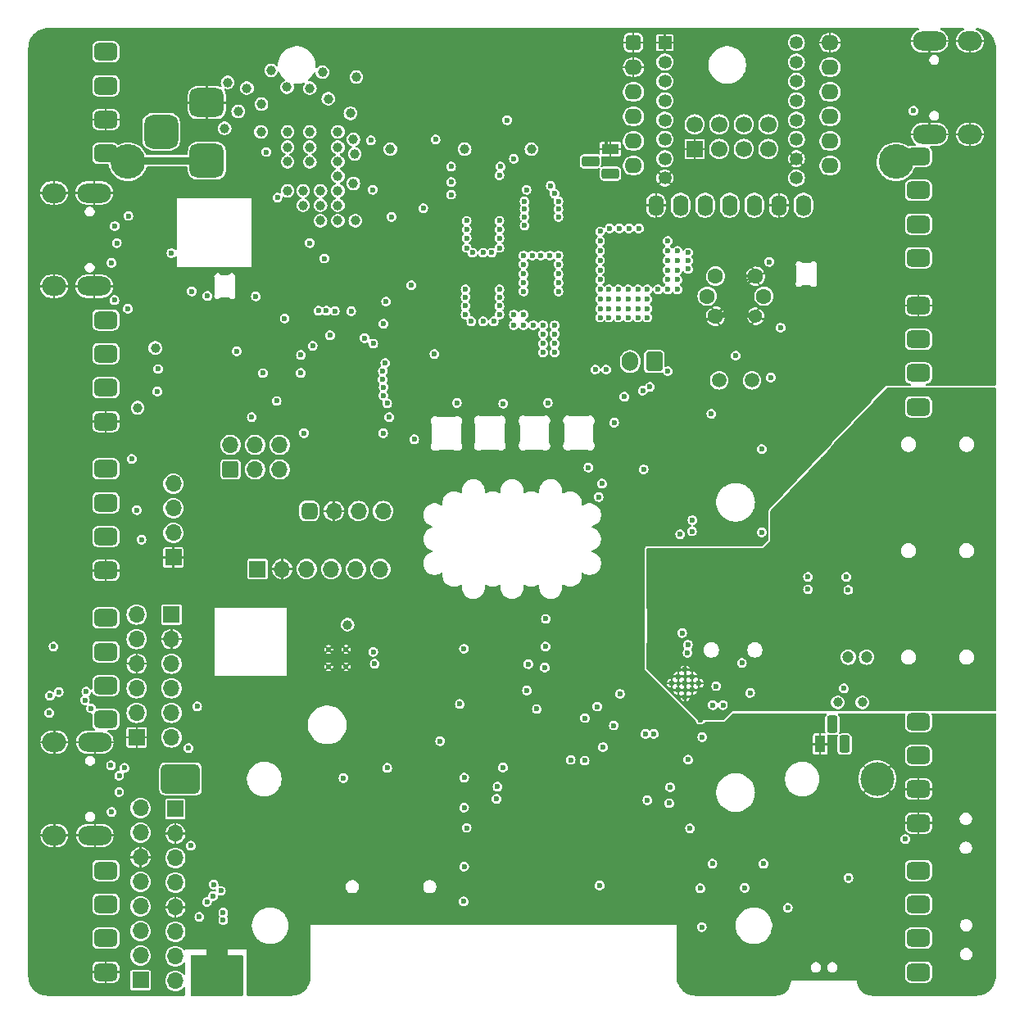
<source format=gbr>
%TF.GenerationSoftware,KiCad,Pcbnew,8.0.5*%
%TF.CreationDate,2024-10-18T10:17:48+02:00*%
%TF.ProjectId,labathome_pcb15,6c616261-7468-46f6-9d65-5f7063623135,rev?*%
%TF.SameCoordinates,Original*%
%TF.FileFunction,Copper,L2,Inr*%
%TF.FilePolarity,Positive*%
%FSLAX46Y46*%
G04 Gerber Fmt 4.6, Leading zero omitted, Abs format (unit mm)*
G04 Created by KiCad (PCBNEW 8.0.5) date 2024-10-18 10:17:48*
%MOMM*%
%LPD*%
G01*
G04 APERTURE LIST*
G04 Aperture macros list*
%AMRoundRect*
0 Rectangle with rounded corners*
0 $1 Rounding radius*
0 $2 $3 $4 $5 $6 $7 $8 $9 X,Y pos of 4 corners*
0 Add a 4 corners polygon primitive as box body*
4,1,4,$2,$3,$4,$5,$6,$7,$8,$9,$2,$3,0*
0 Add four circle primitives for the rounded corners*
1,1,$1+$1,$2,$3*
1,1,$1+$1,$4,$5*
1,1,$1+$1,$6,$7*
1,1,$1+$1,$8,$9*
0 Add four rect primitives between the rounded corners*
20,1,$1+$1,$2,$3,$4,$5,0*
20,1,$1+$1,$4,$5,$6,$7,0*
20,1,$1+$1,$6,$7,$8,$9,0*
20,1,$1+$1,$8,$9,$2,$3,0*%
%AMHorizOval*
0 Thick line with rounded ends*
0 $1 width*
0 $2 $3 position (X,Y) of the first rounded end (center of the circle)*
0 $4 $5 position (X,Y) of the second rounded end (center of the circle)*
0 Add line between two ends*
20,1,$1,$2,$3,$4,$5,0*
0 Add two circle primitives to create the rounded ends*
1,1,$1,$2,$3*
1,1,$1,$4,$5*%
G04 Aperture macros list end*
%TA.AperFunction,ComponentPad*%
%ADD10R,1.700000X1.700000*%
%TD*%
%TA.AperFunction,ComponentPad*%
%ADD11O,1.700000X1.700000*%
%TD*%
%TA.AperFunction,ComponentPad*%
%ADD12RoundRect,0.750000X-1.000000X0.750000X-1.000000X-0.750000X1.000000X-0.750000X1.000000X0.750000X0*%
%TD*%
%TA.AperFunction,ComponentPad*%
%ADD13RoundRect,0.750000X-1.000000X1.000000X-1.000000X-1.000000X1.000000X-1.000000X1.000000X1.000000X0*%
%TD*%
%TA.AperFunction,ComponentPad*%
%ADD14RoundRect,0.875000X-0.875000X0.875000X-0.875000X-0.875000X0.875000X-0.875000X0.875000X0.875000X0*%
%TD*%
%TA.AperFunction,ComponentPad*%
%ADD15RoundRect,0.450000X-0.750000X0.450000X-0.750000X-0.450000X0.750000X-0.450000X0.750000X0.450000X0*%
%TD*%
%TA.AperFunction,ComponentPad*%
%ADD16RoundRect,0.250000X0.600000X-0.600000X0.600000X0.600000X-0.600000X0.600000X-0.600000X-0.600000X0*%
%TD*%
%TA.AperFunction,ComponentPad*%
%ADD17C,1.500000*%
%TD*%
%TA.AperFunction,ComponentPad*%
%ADD18R,1.100000X1.800000*%
%TD*%
%TA.AperFunction,ComponentPad*%
%ADD19RoundRect,0.275000X-0.275000X-0.625000X0.275000X-0.625000X0.275000X0.625000X-0.275000X0.625000X0*%
%TD*%
%TA.AperFunction,ComponentPad*%
%ADD20RoundRect,0.450000X0.750000X-0.450000X0.750000X0.450000X-0.750000X0.450000X-0.750000X-0.450000X0*%
%TD*%
%TA.AperFunction,ComponentPad*%
%ADD21RoundRect,0.400000X-0.400000X-0.400000X0.400000X-0.400000X0.400000X0.400000X-0.400000X0.400000X0*%
%TD*%
%TA.AperFunction,ComponentPad*%
%ADD22O,1.800000X1.600000*%
%TD*%
%TA.AperFunction,ComponentPad*%
%ADD23O,1.600000X2.200000*%
%TD*%
%TA.AperFunction,ComponentPad*%
%ADD24C,1.700000*%
%TD*%
%TA.AperFunction,ComponentPad*%
%ADD25R,1.350000X1.350000*%
%TD*%
%TA.AperFunction,ComponentPad*%
%ADD26C,1.350000*%
%TD*%
%TA.AperFunction,ComponentPad*%
%ADD27C,1.200000*%
%TD*%
%TA.AperFunction,ComponentPad*%
%ADD28RoundRect,0.500000X0.350000X-0.350000X0.350000X0.350000X-0.350000X0.350000X-0.350000X-0.350000X0*%
%TD*%
%TA.AperFunction,ComponentPad*%
%ADD29HorizOval,1.400000X0.000000X0.000000X0.000000X0.000000X0*%
%TD*%
%TA.AperFunction,ComponentPad*%
%ADD30C,1.600000*%
%TD*%
%TA.AperFunction,ComponentPad*%
%ADD31C,3.600000*%
%TD*%
%TA.AperFunction,ComponentPad*%
%ADD32C,1.000000*%
%TD*%
%TA.AperFunction,HeatsinkPad*%
%ADD33C,0.500000*%
%TD*%
%TA.AperFunction,ComponentPad*%
%ADD34O,2.500000X2.000000*%
%TD*%
%TA.AperFunction,ComponentPad*%
%ADD35O,3.500000X2.000000*%
%TD*%
%TA.AperFunction,HeatsinkPad*%
%ADD36C,0.600000*%
%TD*%
%TA.AperFunction,ComponentPad*%
%ADD37RoundRect,0.250000X0.600000X0.750000X-0.600000X0.750000X-0.600000X-0.750000X0.600000X-0.750000X0*%
%TD*%
%TA.AperFunction,ComponentPad*%
%ADD38O,1.700000X2.000000*%
%TD*%
%TA.AperFunction,ComponentPad*%
%ADD39RoundRect,0.428571X-1.571429X-1.071429X1.571429X-1.071429X1.571429X1.071429X-1.571429X1.071429X0*%
%TD*%
%TA.AperFunction,ComponentPad*%
%ADD40C,3.500000*%
%TD*%
%TA.AperFunction,ComponentPad*%
%ADD41R,1.800000X1.100000*%
%TD*%
%TA.AperFunction,ComponentPad*%
%ADD42RoundRect,0.275000X-0.625000X0.275000X-0.625000X-0.275000X0.625000X-0.275000X0.625000X0.275000X0*%
%TD*%
%TA.AperFunction,ViaPad*%
%ADD43C,0.600000*%
%TD*%
%TA.AperFunction,ViaPad*%
%ADD44C,1.000000*%
%TD*%
%TA.AperFunction,Conductor*%
%ADD45C,0.300000*%
%TD*%
%TA.AperFunction,Conductor*%
%ADD46C,0.800000*%
%TD*%
G04 APERTURE END LIST*
D10*
%TO.N,unconnected-(J12-Pin_1-Pad1)*%
%TO.C,J12*%
X111600000Y-148380000D03*
D11*
%TO.N,I2C_IRQ*%
X111600000Y-145840000D03*
%TO.N,SDA*%
X111600000Y-143300000D03*
%TO.N,SCL*%
X111600000Y-140760000D03*
%TO.N,+3V3*%
X111600000Y-138220000D03*
%TO.N,GND*%
X111600000Y-135680000D03*
%TO.N,unconnected-(J12-Pin_7-Pad7)*%
X111600000Y-133140000D03*
%TO.N,unconnected-(J12-Pin_8-Pad8)*%
X111600000Y-130600000D03*
%TD*%
D10*
%TO.N,+3V3*%
%TO.C,J10*%
X114800000Y-110600000D03*
D11*
%TO.N,GND*%
X114800000Y-113140000D03*
%TO.N,SCL*%
X114800000Y-115680000D03*
%TO.N,SDA*%
X114800000Y-118220000D03*
%TO.N,unconnected-(J10-Pin_5-Pad5)*%
X114800000Y-120760000D03*
%TO.N,unconnected-(J10-Pin_6-Pad6)*%
X114800000Y-123300000D03*
%TD*%
D12*
%TO.N,GND*%
%TO.C,J9*%
X118457500Y-57700000D03*
D13*
%TO.N,+24V*%
X118457500Y-63700000D03*
D14*
%TO.N,unconnected-(J9-Pad3)*%
X113757500Y-60700000D03*
%TD*%
D15*
%TO.N,DAC0*%
%TO.C,J27*%
X108005000Y-110950000D03*
%TO.N,DAC1x*%
X108005000Y-114450000D03*
%TO.N,ADC0*%
X108005000Y-117950000D03*
%TO.N,ADC1*%
X108005000Y-121450000D03*
%TD*%
D16*
%TO.N,UART3_RX*%
%TO.C,J34*%
X120900000Y-95600000D03*
D11*
%TO.N,OPAMP3+*%
X120900000Y-93060000D03*
%TO.N,OPAMP3-*%
X123440000Y-95600000D03*
%TO.N,PB12*%
X123440000Y-93060000D03*
%TO.N,OPAMP3Q*%
X125980000Y-95600000D03*
%TO.N,UART3_TX*%
X125980000Y-93060000D03*
%TD*%
D17*
%TO.N,+3V3*%
%TO.C,R32*%
X174800000Y-86400000D03*
%TO.N,BRIGHTNESS*%
X171400000Y-86400000D03*
%TD*%
D18*
%TO.N,GND*%
%TO.C,U13*%
X181850000Y-124000000D03*
D19*
%TO.N,1wire*%
X183120000Y-121930000D03*
%TO.N,+3V3*%
X184390000Y-124000000D03*
%TD*%
D15*
%TO.N,Net-(J1-Pin_1)*%
%TO.C,J1*%
X108005000Y-95550000D03*
%TO.N,Net-(J1-Pin_2)*%
X108005000Y-99050000D03*
%TO.N,Net-(J1-Pin_3)*%
X108005000Y-102550000D03*
%TO.N,GND*%
X108005000Y-106050000D03*
%TD*%
D20*
%TO.N,K1_24*%
%TO.C,J18*%
X191995000Y-89150000D03*
%TO.N,K1_22*%
X191995000Y-85650000D03*
%TO.N,K1_21*%
X191995000Y-82150000D03*
%TO.N,GND*%
X191995000Y-78650000D03*
%TD*%
%TO.N,CANH*%
%TO.C,J15*%
X192000000Y-147550000D03*
%TO.N,CANL*%
X192000000Y-144050000D03*
%TO.N,RS485B*%
X192000000Y-140550000D03*
%TO.N,RS485A*%
X192000000Y-137050000D03*
%TD*%
D15*
%TO.N,SCL*%
%TO.C,J2*%
X108005000Y-137050000D03*
%TO.N,SDA*%
X108005000Y-140550000D03*
%TO.N,+3V3*%
X108005000Y-144050000D03*
%TO.N,GND*%
X108005000Y-147550000D03*
%TD*%
D21*
%TO.N,GND*%
%TO.C,M1*%
X162540000Y-51500000D03*
D22*
X162540000Y-54040000D03*
%TO.N,EXT_MOSI*%
X162540000Y-56580000D03*
%TO.N,EXT_CLK*%
X162540000Y-59120000D03*
%TO.N,EXT_CS*%
X162540000Y-61660000D03*
%TO.N,EXT_IO1*%
X162540000Y-64200000D03*
%TO.N,EXT_MISO*%
X182860000Y-64200000D03*
%TO.N,EXT_IO2*%
X182860000Y-61660000D03*
%TO.N,unconnected-(M1-NC-Pad9)*%
X182860000Y-59120000D03*
%TO.N,+3V3*%
X182860000Y-56580000D03*
X182860000Y-54040000D03*
%TO.N,GND*%
X182860000Y-51500000D03*
%TD*%
D10*
%TO.N,GND*%
%TO.C,J19*%
X111200000Y-123300000D03*
D11*
%TO.N,SDA*%
X111200000Y-120760000D03*
%TO.N,SCL*%
X111200000Y-118220000D03*
%TO.N,GND*%
X111200000Y-115680000D03*
%TO.N,+3V3*%
X111200000Y-113140000D03*
%TO.N,unconnected-(J19-Pin_6-Pad6)*%
X111200000Y-110600000D03*
%TD*%
D10*
%TO.N,+3V3*%
%TO.C,J20*%
X115200000Y-130680000D03*
D11*
%TO.N,GND*%
X115200000Y-133220000D03*
%TO.N,SCL*%
X115200000Y-135760000D03*
%TO.N,SDA*%
X115200000Y-138300000D03*
%TO.N,GND*%
X115200000Y-140840000D03*
%TO.N,I2C_IRQ*%
X115200000Y-143380000D03*
%TO.N,unconnected-(J20-Pin_7-Pad7)*%
X115200000Y-145920000D03*
%TO.N,unconnected-(J20-Pin_8-Pad8)*%
X115200000Y-148460000D03*
%TD*%
D10*
%TO.N,GND*%
%TO.C,J4*%
X115000000Y-104700000D03*
D11*
%TO.N,+3V3*%
X115000000Y-102160000D03*
%TO.N,SCL*%
X115000000Y-99620000D03*
%TO.N,SDA*%
X115000000Y-97080000D03*
%TD*%
D23*
%TO.N,GND*%
%TO.C,X3*%
X164880000Y-68300000D03*
%TO.N,EXT_MOSI*%
X167420000Y-68300000D03*
%TO.N,EXT_MISO*%
X169960000Y-68300000D03*
%TO.N,EXT_IO1*%
X172500000Y-68300000D03*
%TO.N,+3V3*%
X175040000Y-68300000D03*
%TO.N,GND*%
X177580000Y-68300000D03*
%TO.N,EXT_IO2*%
X180120000Y-68300000D03*
%TD*%
D15*
%TO.N,+3V3*%
%TO.C,J22*%
X108005000Y-52450000D03*
%TO.N,+5V*%
X108005000Y-55950000D03*
%TO.N,GND*%
X108005000Y-59450000D03*
%TO.N,+24V*%
X108005000Y-62950000D03*
%TD*%
D10*
%TO.N,GND*%
%TO.C,U15*%
X168875000Y-62489500D03*
D24*
%TO.N,+3V3*%
X168875000Y-59949500D03*
%TO.N,EXT_IO1*%
X171415000Y-62489500D03*
%TO.N,EXT_CS*%
X171415000Y-59949500D03*
%TO.N,EXT_CLK*%
X173955000Y-62489500D03*
%TO.N,EXT_MOSI*%
X173955000Y-59949500D03*
%TO.N,EXT_MISO*%
X176495000Y-62489500D03*
%TO.N,EXT_IO2*%
X176495000Y-59949500D03*
%TD*%
D25*
%TO.N,GND*%
%TO.C,U6*%
X165792500Y-51492500D03*
D26*
%TO.N,EXT_MISO*%
X165792500Y-53492500D03*
%TO.N,EXT_MOSI*%
X165792500Y-55492500D03*
%TO.N,EXT_CLK*%
X165792500Y-57492500D03*
%TO.N,EXT_CS*%
X165792500Y-59492500D03*
%TO.N,unconnected-(U6-RESET-Pad6)*%
X165792500Y-61492500D03*
%TO.N,unconnected-(U6-DIO5-Pad7)*%
X165792500Y-63492500D03*
%TO.N,GND*%
X165792500Y-65492500D03*
%TO.N,unconnected-(U6-ANT-Pad9)*%
X179392500Y-65492500D03*
%TO.N,GND*%
X179392500Y-63492500D03*
%TO.N,unconnected-(U6-DIO3-Pad11)*%
X179392500Y-61492500D03*
%TO.N,unconnected-(U6-DIO4-Pad12)*%
X179392500Y-59492500D03*
%TO.N,+3V3*%
X179392500Y-57492500D03*
%TO.N,EXT_IO1*%
X179392500Y-55492500D03*
%TO.N,EXT_IO2*%
X179392500Y-53492500D03*
%TO.N,unconnected-(U6-DIO2-Pad16)*%
X179392500Y-51492500D03*
%TD*%
D27*
%TO.N,Net-(JP1-B)*%
%TO.C,MK1*%
X186650000Y-115000000D03*
%TO.N,Net-(MK1-+)*%
X184750000Y-115000000D03*
%TD*%
D20*
%TO.N,K1_11*%
%TO.C,J24*%
X191995000Y-73750000D03*
%TO.N,K1_12*%
X191995000Y-70250000D03*
%TO.N,K1_14*%
X191995000Y-66750000D03*
%TO.N,HEATER_SW*%
X191995000Y-63250000D03*
%TD*%
D10*
%TO.N,+3V3*%
%TO.C,J23*%
X123700000Y-105900000D03*
D11*
%TO.N,GND*%
X126240000Y-105900000D03*
%TO.N,SCL*%
X128780000Y-105900000D03*
%TO.N,SDA*%
X131320000Y-105900000D03*
%TO.N,I2C_IRQ*%
X133860000Y-105900000D03*
%TO.N,unconnected-(J23-Pin_6-Pad6)*%
X136400000Y-105900000D03*
%TD*%
D28*
%TO.N,+3V3*%
%TO.C,J8*%
X129050000Y-99900000D03*
D11*
%TO.N,GND*%
X131590000Y-99900000D03*
%TO.N,Net-(D17-DOUT)*%
X134130000Y-99900000D03*
%TO.N,+5V*%
X136670000Y-99900000D03*
%TD*%
D15*
%TO.N,Net-(J28-Pin_1)*%
%TO.C,J28*%
X108005000Y-80150000D03*
%TO.N,Net-(J28-Pin_2)*%
X108005000Y-83650000D03*
%TO.N,Net-(J28-Pin_3)*%
X108005000Y-87150000D03*
%TO.N,GND*%
X108005000Y-90650000D03*
%TD*%
D20*
%TO.N,GND*%
%TO.C,J21*%
X192000000Y-132150000D03*
X192000000Y-128650000D03*
%TO.N,+3V3*%
X192000000Y-125150000D03*
%TO.N,1wire*%
X192000000Y-121650000D03*
%TD*%
D29*
%TO.N,GND*%
%TO.C,U22*%
X175165869Y-79767990D03*
D30*
%TO.N,Net-(U22-OEN)*%
X176023080Y-77698500D03*
%TO.N,GND*%
X175167990Y-75634131D03*
%TO.N,+3V3*%
X171034131Y-75632010D03*
%TO.N,MOVE*%
X170176920Y-77701500D03*
%TO.N,GND*%
X171032010Y-79765869D03*
%TD*%
D31*
%TO.N,+24V*%
%TO.C,R33*%
X110300000Y-63800000D03*
%TO.N,HEATER_SW*%
X189700000Y-63800000D03*
%TD*%
D32*
%TO.N,Net-(U10-RLIN{slash}GPIO3)*%
%TO.C,TP6*%
X183655000Y-119685000D03*
%TD*%
D33*
%TO.N,GND*%
%TO.C,U2*%
X132850000Y-116000000D03*
X132850000Y-114200000D03*
X131050000Y-116000000D03*
X131050000Y-114200000D03*
%TD*%
D34*
%TO.N,GND*%
%TO.C,J13*%
X102650000Y-76670000D03*
D35*
X106830000Y-76670000D03*
D34*
X102650000Y-67030000D03*
D35*
X106830000Y-67030000D03*
%TD*%
D36*
%TO.N,GNDA*%
%TO.C,U10*%
X167900000Y-119114214D03*
X168607107Y-118407107D03*
X169314214Y-117700000D03*
X167192893Y-118407107D03*
X167900000Y-117700000D03*
X168607107Y-116992893D03*
X166485786Y-117700000D03*
X167192893Y-116992893D03*
X167900000Y-116285786D03*
%TD*%
D34*
%TO.N,GND*%
%TO.C,J29*%
X197332500Y-51330000D03*
D35*
X193152500Y-51330000D03*
D34*
X197332500Y-60970000D03*
D35*
X193152500Y-60970000D03*
%TD*%
D37*
%TO.N,+5V*%
%TO.C,J7*%
X164700000Y-84450000D03*
D38*
%TO.N,Net-(J7-Pin_2)*%
X162200000Y-84450000D03*
%TD*%
D39*
%TO.N,+3V8*%
%TO.C,BT1*%
X115745000Y-127600000D03*
D40*
%TO.N,GND*%
X187745000Y-127600000D03*
%TD*%
D36*
%TO.N,GND*%
%TO.C,U3*%
X116575000Y-84500000D03*
X116575000Y-86100000D03*
X116575000Y-87700000D03*
X116575000Y-89300000D03*
X118825000Y-84500000D03*
X118825000Y-86100000D03*
X118825000Y-87700000D03*
X118825000Y-89300000D03*
%TD*%
D41*
%TO.N,GND*%
%TO.C,U17*%
X160170000Y-62480000D03*
D42*
%TO.N,1wire*%
X158100000Y-63750000D03*
%TO.N,+3V3*%
X160170000Y-65020000D03*
%TD*%
D34*
%TO.N,GND*%
%TO.C,J5*%
X102700000Y-133420000D03*
D35*
X106880000Y-133420000D03*
D34*
X102700000Y-123780000D03*
D35*
X106880000Y-123780000D03*
%TD*%
D32*
%TO.N,/audioamplifier/JACK_DETECT*%
%TO.C,TP1*%
X186195000Y-119685000D03*
%TD*%
D43*
%TO.N,+3V8*%
X117450000Y-120100000D03*
%TO.N,GND*%
X168000000Y-146900000D03*
X146950000Y-118050000D03*
X105500000Y-128600000D03*
X160500000Y-115700000D03*
X118250000Y-132650000D03*
X175200000Y-64400000D03*
X132850000Y-117050000D03*
X127800000Y-133500000D03*
X183000000Y-88500000D03*
X125900000Y-80650000D03*
X102750000Y-109750000D03*
X113600000Y-147500000D03*
X140000000Y-117800000D03*
X139400000Y-100700000D03*
X148100000Y-108400000D03*
X110200000Y-79800000D03*
X139900000Y-98200000D03*
X167400000Y-59600000D03*
X107400000Y-101100000D03*
X115300000Y-75100000D03*
X198200000Y-68100000D03*
X106300000Y-109800000D03*
X145600000Y-94300000D03*
X168000000Y-141100000D03*
X160800000Y-120200000D03*
X150200000Y-94300000D03*
X115600000Y-83600000D03*
X143000000Y-129200000D03*
X199300000Y-145700000D03*
X129000000Y-109100000D03*
X179250000Y-77550000D03*
X108900000Y-88800000D03*
X153900000Y-128900000D03*
X121750000Y-64150000D03*
X176700000Y-52600000D03*
X126700000Y-100700000D03*
X155340000Y-61850000D03*
X190400000Y-142900000D03*
X199000000Y-133300000D03*
X102600000Y-63700000D03*
X137700000Y-122800000D03*
X111300000Y-81350000D03*
X139450000Y-131450000D03*
X198900000Y-62300000D03*
X113600000Y-65100000D03*
X182100000Y-68000000D03*
X143800000Y-111600000D03*
X131050000Y-117050000D03*
X192600000Y-72100000D03*
X182400000Y-136900000D03*
X171600000Y-147000000D03*
X140200000Y-88825000D03*
X194600000Y-140300000D03*
X171500000Y-77100000D03*
X191400000Y-59500000D03*
X104100000Y-64700000D03*
X155500000Y-109550000D03*
X102100000Y-148400000D03*
X145950000Y-110400000D03*
X137200000Y-138650000D03*
X106900000Y-107650000D03*
X141900000Y-97200000D03*
X150400000Y-55800000D03*
X122500000Y-118800000D03*
X121800000Y-141100000D03*
X160900000Y-137000000D03*
X182800000Y-135600000D03*
X153000000Y-51700000D03*
X119250000Y-91150000D03*
X119650000Y-126650000D03*
X198500000Y-59200000D03*
X128575000Y-87025000D03*
X140900000Y-129750000D03*
X187300000Y-149000000D03*
X123000000Y-134400000D03*
X163700000Y-134400000D03*
X133600000Y-75500000D03*
X164100000Y-56200000D03*
X119100000Y-86850000D03*
X105100000Y-114575000D03*
X117700000Y-83900000D03*
X128050000Y-91000000D03*
X176100000Y-124700000D03*
X167000000Y-57200000D03*
X181900000Y-71300000D03*
X167000000Y-124300000D03*
X148450000Y-142150000D03*
X163975000Y-103100000D03*
X162300000Y-141900000D03*
X150800000Y-137450000D03*
X110200000Y-129850000D03*
X188400000Y-139000000D03*
X159000000Y-116700000D03*
X171100000Y-146000000D03*
X190900000Y-130050000D03*
X186400000Y-146800000D03*
X116300000Y-144500000D03*
X139000000Y-120000000D03*
X179800000Y-129900000D03*
X183750000Y-80450000D03*
X117200000Y-146200000D03*
X183100000Y-127300000D03*
X188700000Y-147400000D03*
X121800000Y-149400000D03*
X170900000Y-72500000D03*
X118300000Y-91200000D03*
X112450000Y-68400000D03*
X113600000Y-149400000D03*
X115900000Y-81150000D03*
X130350000Y-134350000D03*
X113600000Y-140500000D03*
X121650000Y-146450000D03*
X107700000Y-93000000D03*
X199400000Y-142200000D03*
X140000000Y-141300000D03*
X142200000Y-108800000D03*
X199400000Y-129900000D03*
X187550000Y-121300000D03*
X178800000Y-90400000D03*
X112750000Y-128650000D03*
X185700000Y-68300000D03*
X117000000Y-102600000D03*
X130000000Y-102300000D03*
X147300000Y-112500000D03*
X111900000Y-92600000D03*
X117650000Y-89750000D03*
X182350000Y-133950000D03*
X172400000Y-147900000D03*
X117250000Y-81100000D03*
X143250000Y-139600000D03*
X138800000Y-111300000D03*
X136800000Y-95400000D03*
X104850000Y-100100000D03*
X110900000Y-106200000D03*
X198000000Y-138700000D03*
X167300000Y-131900000D03*
X172900000Y-90400000D03*
X108600000Y-132000000D03*
X156000000Y-137400000D03*
X153200000Y-140600000D03*
X125300000Y-146700000D03*
X120200000Y-100400000D03*
X158980990Y-89529769D03*
X176800000Y-70000000D03*
X182700000Y-145200000D03*
X104950000Y-135850000D03*
X160850000Y-140400000D03*
X117100000Y-147200000D03*
X156050000Y-96350000D03*
X108500000Y-112700000D03*
X110800000Y-102850000D03*
X140750000Y-118900000D03*
X169000000Y-148500000D03*
X130225000Y-88500000D03*
X108800000Y-116250000D03*
X116400000Y-75900000D03*
X131600000Y-87250000D03*
X127400000Y-81775000D03*
X118200000Y-92800000D03*
X113050000Y-70250000D03*
X177200000Y-64200000D03*
X169500000Y-128400000D03*
X161500000Y-89700000D03*
X196600000Y-124300000D03*
X136800000Y-93700000D03*
X173050000Y-103200000D03*
X169350000Y-126700000D03*
X139600000Y-110100000D03*
X182800000Y-137950000D03*
X151200000Y-131600000D03*
X137900000Y-111300000D03*
X132275000Y-73900000D03*
X176900000Y-140800000D03*
X152950000Y-112850000D03*
X102300000Y-127500000D03*
X152100000Y-108350000D03*
X177800000Y-97900000D03*
X139000000Y-116850000D03*
X156800000Y-124800000D03*
X120800000Y-63000000D03*
X159100000Y-52800000D03*
X170700000Y-71500000D03*
X120800000Y-64150000D03*
X106800000Y-104400000D03*
X114100000Y-52200000D03*
X197800000Y-143900000D03*
X104900000Y-125200000D03*
X186400000Y-66900000D03*
X164000000Y-142200000D03*
X135300000Y-87000000D03*
X194000000Y-136800000D03*
X178250000Y-132900000D03*
X103900000Y-97100000D03*
X135300000Y-97300000D03*
X129550000Y-94650000D03*
X102300000Y-129500000D03*
X105800000Y-73200000D03*
X129330989Y-90776900D03*
X127300000Y-71700000D03*
X195550000Y-86150000D03*
X135300000Y-87800000D03*
X163700000Y-132700000D03*
X157800000Y-133350000D03*
X178500000Y-137800000D03*
X162100000Y-133100000D03*
X118900000Y-93950000D03*
X169700000Y-130600000D03*
X123700000Y-119750000D03*
X109550000Y-122900000D03*
X151000000Y-134500000D03*
X156300000Y-110400000D03*
X131950000Y-113700000D03*
X185050000Y-74850000D03*
X173000000Y-95600000D03*
X154800000Y-114000000D03*
X197700000Y-74700000D03*
X132650000Y-112900000D03*
X189250000Y-137800000D03*
X113850000Y-108500000D03*
X111800000Y-74100000D03*
X184100000Y-128600000D03*
X124300000Y-65100000D03*
X183500000Y-142800000D03*
X118700000Y-83450000D03*
X123800000Y-74050000D03*
X145408751Y-89517458D03*
X124100000Y-101300000D03*
X148100000Y-119450000D03*
X131950000Y-116600000D03*
X132900000Y-124050000D03*
X105400000Y-87100000D03*
X177700000Y-143300000D03*
X183800000Y-66200000D03*
X128600000Y-83075000D03*
X120550000Y-91600000D03*
X182600000Y-76900000D03*
X111050000Y-80350000D03*
X145450000Y-95900000D03*
X143800000Y-130150000D03*
X160400000Y-81400000D03*
X111600000Y-66400000D03*
X125250000Y-69825000D03*
X105600000Y-70600000D03*
X151600000Y-117150000D03*
X156550000Y-112250000D03*
X101800000Y-69100000D03*
X151000000Y-95000000D03*
X111450000Y-54750000D03*
X136800000Y-101700000D03*
X105400000Y-81300000D03*
X159250000Y-107250000D03*
X167600000Y-58700000D03*
X177100000Y-144350000D03*
X175600000Y-129500000D03*
X116650000Y-92350000D03*
X194400000Y-149400000D03*
X183400000Y-86600000D03*
X140100000Y-96200000D03*
X198000000Y-147000000D03*
X157400000Y-136050000D03*
X156100000Y-130150000D03*
X149550000Y-119150000D03*
X108550000Y-75050000D03*
X159334167Y-67015833D03*
X134300000Y-82900000D03*
X121850000Y-65100000D03*
X163000000Y-112500000D03*
X164500000Y-101000000D03*
X137500000Y-91300000D03*
X103500000Y-69500000D03*
X148950000Y-140500000D03*
X167100000Y-61700000D03*
X138600000Y-79725000D03*
X141400000Y-116000000D03*
X165900000Y-102900000D03*
X178300000Y-121500000D03*
X118500000Y-106950000D03*
X171800000Y-66200000D03*
X155700000Y-139800000D03*
X182400000Y-129700000D03*
X133225000Y-90350000D03*
X195600000Y-126900000D03*
X115300000Y-76800000D03*
X161300000Y-124900000D03*
X139625000Y-126500000D03*
X166000000Y-98100000D03*
X112800000Y-73100000D03*
X142550000Y-137100000D03*
X156500000Y-119700000D03*
X177100000Y-149300000D03*
X158400000Y-57700000D03*
X181700000Y-92200000D03*
X174100000Y-65800000D03*
X148650000Y-110350000D03*
X129950000Y-86425000D03*
X103500000Y-87100000D03*
X174500000Y-91000000D03*
X108050000Y-65250000D03*
X160550000Y-56550000D03*
X168200000Y-83000000D03*
X116800000Y-67200000D03*
X180900000Y-65900000D03*
X175600000Y-83100000D03*
X160150000Y-134900000D03*
X104300000Y-146700000D03*
X189400000Y-70600000D03*
X101900000Y-74400000D03*
X165900000Y-82400000D03*
X102500000Y-91400000D03*
X189600000Y-136050000D03*
X152100000Y-109650000D03*
X139900000Y-104700000D03*
X155000000Y-94200000D03*
X109700000Y-90700000D03*
X192000000Y-149200000D03*
X158900000Y-140700000D03*
X157500000Y-96850000D03*
X134000000Y-83800000D03*
X107350000Y-88800000D03*
X136475000Y-89300000D03*
X179300000Y-95000000D03*
X173300000Y-132900000D03*
X117650000Y-85300000D03*
X159800000Y-59900000D03*
X105800000Y-149500000D03*
X139300000Y-103500000D03*
X152400000Y-96400000D03*
X176800000Y-132900000D03*
X170600000Y-81000000D03*
X181100000Y-55200000D03*
X103200000Y-92900000D03*
X115600000Y-67200000D03*
X122175000Y-132200000D03*
X114800000Y-92450000D03*
X109850000Y-81150000D03*
X189200000Y-123400000D03*
X116800000Y-65800000D03*
X148650000Y-96350000D03*
X112450000Y-66850000D03*
X134350000Y-90100000D03*
X154600000Y-125300000D03*
X132550000Y-84450000D03*
X105500000Y-116900000D03*
X179700000Y-72670000D03*
X120950000Y-124450000D03*
X199300000Y-124000000D03*
X117100000Y-75200000D03*
X101600000Y-143000000D03*
X185500000Y-65200000D03*
X153200000Y-136900000D03*
X141600000Y-130450000D03*
X173200000Y-121800000D03*
X115900000Y-106250000D03*
X120850000Y-81900000D03*
X118000000Y-101200000D03*
X163400000Y-136200000D03*
X104600000Y-109200000D03*
X107900000Y-135300000D03*
X127600000Y-94650000D03*
X139600000Y-121800000D03*
X113600000Y-124350000D03*
X151000000Y-112750000D03*
X100800000Y-141600000D03*
X149450000Y-117650000D03*
X172700000Y-51100000D03*
X149600000Y-133100000D03*
X186400000Y-81100000D03*
X137900000Y-108800000D03*
X122300000Y-89500000D03*
X119135000Y-132650000D03*
X194600000Y-121700000D03*
X122800000Y-85450000D03*
X175600000Y-55300000D03*
X123050000Y-86250000D03*
X104200000Y-127800000D03*
X128700000Y-88325000D03*
X162650000Y-67400000D03*
X122100000Y-91100000D03*
X113700000Y-73100000D03*
X164100000Y-92850000D03*
X113700000Y-145400000D03*
X162300000Y-125900000D03*
X169500000Y-64300000D03*
X181600000Y-81900000D03*
X102500000Y-94600000D03*
X177300000Y-137300000D03*
X109600000Y-116650000D03*
X132300000Y-101750000D03*
X198300000Y-85500000D03*
X126700000Y-80800000D03*
X160300000Y-133100000D03*
X103400000Y-110800000D03*
X157750000Y-139850000D03*
X150000000Y-129800000D03*
X103800000Y-145200000D03*
X147200000Y-55000000D03*
X133500000Y-104000000D03*
X108600000Y-139000000D03*
X163100000Y-131050000D03*
X103900000Y-141850000D03*
X133400000Y-130050000D03*
X136050000Y-104200000D03*
X130400000Y-109100000D03*
X102850000Y-82950000D03*
X138400000Y-118750000D03*
X159900000Y-126100000D03*
X139550000Y-73050000D03*
X192750000Y-145800000D03*
X186400000Y-69700000D03*
X167000000Y-123300000D03*
X148700000Y-112800000D03*
X111650000Y-93950000D03*
X122938819Y-82250000D03*
X121900000Y-128600000D03*
X176400000Y-64900000D03*
X131900000Y-109100000D03*
X171600000Y-140800000D03*
X151100000Y-135950000D03*
X109000000Y-149100000D03*
X128500000Y-142800000D03*
X164100000Y-53600000D03*
X110400000Y-61000000D03*
X152900000Y-142000000D03*
X102400000Y-131200000D03*
X145200000Y-51300000D03*
X113300000Y-130500000D03*
X106400000Y-106450000D03*
X131900000Y-115150000D03*
X167200000Y-91800000D03*
X121700000Y-126350000D03*
X179100000Y-95900000D03*
X134800000Y-101800000D03*
X124950000Y-120400000D03*
X115750000Y-57000000D03*
X122600000Y-100800000D03*
X119500000Y-104200000D03*
X117300000Y-91200000D03*
X128100000Y-122900000D03*
X143700000Y-126250000D03*
X181400000Y-132100000D03*
X166850000Y-141100000D03*
X174200000Y-149100000D03*
X117600000Y-149400000D03*
X115600000Y-82200000D03*
X125150000Y-118750000D03*
X116800000Y-82200000D03*
X119150000Y-92500000D03*
X124800000Y-100900000D03*
X134750000Y-72400000D03*
X109400000Y-123700000D03*
X115600000Y-82900000D03*
X191100000Y-123300000D03*
X172000000Y-131500000D03*
X170200000Y-89100000D03*
X168500000Y-99500000D03*
X102800000Y-102500000D03*
X110000000Y-144800000D03*
X113600000Y-142800000D03*
X177000000Y-123900000D03*
X105900000Y-79600000D03*
X107300000Y-138800000D03*
X144050000Y-140900000D03*
X121750000Y-63000000D03*
X148400000Y-51800000D03*
X123050000Y-123200000D03*
X104600000Y-134800000D03*
X139800000Y-86900000D03*
X103500000Y-89000000D03*
X116250000Y-91200000D03*
X161900000Y-134600000D03*
X116150000Y-86900000D03*
X175600000Y-122561000D03*
X175500000Y-58800000D03*
X167600000Y-145300000D03*
X111050000Y-60100000D03*
X105700000Y-138750000D03*
X151900000Y-128100000D03*
X101600000Y-137900000D03*
X174600000Y-133300000D03*
X113900000Y-92350000D03*
X122500000Y-119800000D03*
X116200000Y-66500000D03*
X195800000Y-138700000D03*
X131150000Y-112900000D03*
X126800000Y-91050000D03*
X196900000Y-138700000D03*
X123050000Y-121150000D03*
X168850000Y-91450000D03*
X160200000Y-125000000D03*
X166700000Y-135400000D03*
X130104117Y-82294174D03*
X119450000Y-93350000D03*
X105500000Y-83400000D03*
X104200000Y-116100000D03*
X127300000Y-129000000D03*
X124600000Y-67400000D03*
X141000000Y-93000000D03*
X138275000Y-80550000D03*
X120950000Y-120600000D03*
X117700000Y-86900000D03*
X131300000Y-86000000D03*
X142400000Y-131200000D03*
X195100000Y-66100000D03*
X124050000Y-121200000D03*
X192100000Y-134900000D03*
X161200000Y-129450000D03*
X126850000Y-126400000D03*
X134725000Y-73925000D03*
X138500000Y-57000000D03*
X128500000Y-140900000D03*
X156900000Y-129000000D03*
X127900000Y-110100000D03*
X180150000Y-71050000D03*
X121400000Y-81100000D03*
X139400000Y-52200000D03*
X189400000Y-142200000D03*
X169500000Y-145800000D03*
X150800000Y-127100000D03*
X188700000Y-144700000D03*
X149500000Y-141400000D03*
X124100000Y-123850000D03*
X139000000Y-93300000D03*
X111300000Y-57700000D03*
X119150000Y-85250000D03*
X162700000Y-113800000D03*
X102500000Y-145000000D03*
X155300000Y-141900000D03*
X161300000Y-131000000D03*
X173000000Y-86300000D03*
X115200000Y-80100000D03*
X140300000Y-129100000D03*
X165900000Y-141100000D03*
X119600000Y-85950000D03*
X114200000Y-107450000D03*
X190500000Y-68600000D03*
X194700000Y-143100000D03*
X184200000Y-140900000D03*
X194100000Y-147700000D03*
X131300000Y-103900000D03*
X149200000Y-116600000D03*
X131400000Y-94650000D03*
X102200000Y-140900000D03*
X112200000Y-65200000D03*
X112600000Y-108300000D03*
X180900000Y-70850000D03*
X121750000Y-121250000D03*
X116550000Y-108850000D03*
X125150000Y-131950000D03*
X172900000Y-123200000D03*
X137350000Y-121350000D03*
X105350000Y-122050000D03*
X108550000Y-68650000D03*
X159100000Y-129700000D03*
X181150000Y-145350000D03*
X115600000Y-65800000D03*
X110600000Y-52200000D03*
X110400000Y-83400000D03*
X183750000Y-72350000D03*
X132100000Y-130600000D03*
X134050000Y-84900000D03*
X108400000Y-107700000D03*
X185600000Y-71850000D03*
X123800000Y-75200000D03*
X181500000Y-121500000D03*
X157600000Y-130000000D03*
X139800000Y-106500000D03*
X116200000Y-85300000D03*
X116950000Y-131350000D03*
X117750000Y-82900000D03*
X143150000Y-113650000D03*
X187400000Y-75300000D03*
X164500000Y-62000000D03*
X162200000Y-139550000D03*
X104400000Y-90500000D03*
X184350000Y-68650000D03*
X181200000Y-62400000D03*
X137900000Y-110000000D03*
X125150000Y-65100000D03*
X197800000Y-122200000D03*
X160600000Y-84500000D03*
X152850000Y-130000000D03*
X101000000Y-146800000D03*
D44*
X133250000Y-110150000D03*
D43*
X142000000Y-56200000D03*
X118900000Y-81100000D03*
X137200000Y-134000000D03*
X116650000Y-83550000D03*
X120400000Y-52200000D03*
X131000000Y-139600000D03*
X177600000Y-96200000D03*
X104900000Y-148100000D03*
X128750000Y-94450000D03*
X141200000Y-107850000D03*
X108000000Y-142300000D03*
X139600000Y-75700000D03*
X105400000Y-89000000D03*
X141100000Y-120200000D03*
X136000000Y-52400000D03*
X110800000Y-82500000D03*
X199400000Y-135900000D03*
X178600000Y-131400000D03*
X168700000Y-57200000D03*
X140345000Y-83000000D03*
X140700000Y-122800000D03*
X178600000Y-123300000D03*
X104350000Y-121650000D03*
X164200000Y-58900000D03*
X130350000Y-126900000D03*
X176600000Y-79100000D03*
X173200000Y-87900000D03*
X114150000Y-98350000D03*
X173100000Y-141100000D03*
X191450000Y-52950000D03*
X111800000Y-73100000D03*
X197300000Y-79300000D03*
X194900000Y-124000000D03*
X110000000Y-119500000D03*
X107200000Y-61200000D03*
X121800000Y-148000000D03*
X138400000Y-90900000D03*
X101400000Y-51700000D03*
X170200000Y-60500000D03*
X106300000Y-143700000D03*
X174300000Y-55700000D03*
X114100000Y-100850000D03*
X156900000Y-108150000D03*
X121100000Y-104300000D03*
X125200000Y-80100000D03*
X178600000Y-71900000D03*
X181000000Y-59000000D03*
X150800000Y-139600000D03*
X146550000Y-141900000D03*
X173000000Y-125800000D03*
X187800000Y-133600000D03*
X123500000Y-65100000D03*
X140900000Y-111400000D03*
X103600000Y-74500000D03*
X178000000Y-55800000D03*
X105000000Y-96100000D03*
X166400000Y-134150000D03*
X132800000Y-102800000D03*
X164900000Y-82500000D03*
X129800000Y-87550000D03*
X109100000Y-76900000D03*
X119650000Y-129150000D03*
X158700000Y-131800000D03*
X123700000Y-118750000D03*
X192500000Y-138700000D03*
X122250000Y-81450000D03*
X149882544Y-89517458D03*
X196300000Y-83500000D03*
X134850000Y-122200000D03*
X127100000Y-148400000D03*
X174200000Y-84500000D03*
X196200000Y-71500000D03*
X154700000Y-55900000D03*
X168000000Y-65300000D03*
X112150000Y-70300000D03*
X184000000Y-83800000D03*
X136200000Y-110100000D03*
X107000000Y-93950000D03*
X100600000Y-136600000D03*
X147600000Y-109600000D03*
D44*
X163250000Y-82750000D03*
D43*
X162200000Y-115700000D03*
X171000000Y-63900000D03*
X102600000Y-97800000D03*
X111800000Y-98000000D03*
X121500000Y-142800000D03*
X154650000Y-130500000D03*
X177300000Y-53700000D03*
X164900000Y-64400000D03*
X112800000Y-71500000D03*
X194000000Y-127000000D03*
X169600000Y-53200000D03*
X123600000Y-52100000D03*
X158050000Y-134750000D03*
X189150000Y-133600000D03*
X115300000Y-75900000D03*
X182000000Y-90500000D03*
X138200000Y-129950000D03*
X121300000Y-106600000D03*
X151750000Y-119700000D03*
X104400000Y-92200000D03*
X142050000Y-113800000D03*
X104800000Y-130700000D03*
X154445735Y-89545735D03*
X194400000Y-77800000D03*
X173400000Y-64100000D03*
X104300000Y-143700000D03*
X163200000Y-140500000D03*
X135800000Y-131200000D03*
X121350000Y-101400000D03*
X181200000Y-51400000D03*
X126000000Y-91550000D03*
X132600000Y-133500000D03*
X111500000Y-68900000D03*
X162000000Y-119700000D03*
X106300000Y-91300000D03*
X179900000Y-92800000D03*
X186550000Y-145250000D03*
X166700000Y-130800000D03*
X199200000Y-127200000D03*
X121950000Y-85300000D03*
X122650000Y-65100000D03*
X105500000Y-139700000D03*
X182200000Y-148000000D03*
X103500000Y-125500000D03*
X195800000Y-127700000D03*
X184450000Y-70550000D03*
X132275000Y-72425000D03*
X163050000Y-65900000D03*
X139100000Y-124050000D03*
X169500000Y-96100000D03*
X136600000Y-98000000D03*
X198000000Y-127700000D03*
X163800000Y-120300000D03*
X143800000Y-108350000D03*
X167500000Y-95200000D03*
X158700000Y-137200000D03*
X195000000Y-63500000D03*
D44*
%TO.N,+3V3*%
X121700000Y-58600000D03*
X128400000Y-68300000D03*
X120300000Y-60350000D03*
D43*
X136712500Y-80550000D03*
X145000000Y-140250000D03*
D44*
X133600000Y-66050000D03*
D43*
X137100000Y-126450000D03*
X178500000Y-140900000D03*
D44*
X133900000Y-55050000D03*
X132000000Y-69900000D03*
X122600000Y-56200000D03*
X128400000Y-66800000D03*
X132000000Y-66800000D03*
X132000000Y-62300000D03*
D43*
X184772500Y-137822500D03*
X128500000Y-91850000D03*
D44*
X126800000Y-63800000D03*
X126750000Y-56100000D03*
X133300000Y-58800000D03*
X126800000Y-62300000D03*
D43*
X145050000Y-130550000D03*
D44*
X133750000Y-63000000D03*
X120600000Y-55600000D03*
X126800000Y-66800000D03*
D43*
X132580000Y-127500000D03*
X176567990Y-74150000D03*
X184300000Y-118235000D03*
X161150000Y-118800000D03*
D44*
X129100000Y-60700000D03*
D43*
X129400000Y-82825000D03*
D44*
X124100000Y-57850000D03*
D43*
X145050000Y-136650000D03*
D44*
X130200000Y-66800000D03*
D43*
X145050000Y-127450000D03*
X151675000Y-115725000D03*
D44*
X132000000Y-60700000D03*
D43*
X174050000Y-138850000D03*
D44*
X130200000Y-69900000D03*
X133800000Y-69900000D03*
X130200000Y-68300000D03*
D43*
X137300000Y-90200000D03*
D44*
X124050000Y-60700000D03*
X129100000Y-56200000D03*
D43*
X111215000Y-99800000D03*
X190650000Y-133800000D03*
D44*
X125100000Y-54350000D03*
X126800000Y-60700000D03*
X132000000Y-68300000D03*
X132000000Y-63800000D03*
D43*
X111700000Y-102850000D03*
D44*
X133600000Y-61500000D03*
D43*
X176000000Y-136350000D03*
D44*
X132000000Y-65300000D03*
D43*
X175800000Y-93500000D03*
X135657307Y-82600000D03*
X117675000Y-141850000D03*
X175800000Y-102100000D03*
X168650000Y-100850000D03*
X110705000Y-94510000D03*
X145300000Y-132650000D03*
X145038176Y-114140001D03*
X173750000Y-115600000D03*
D44*
X130400000Y-54550000D03*
X129100000Y-63800000D03*
X129100000Y-62300000D03*
D43*
X118513686Y-77686314D03*
%TO.N,PROG_EN*%
X169600000Y-142900000D03*
X169450000Y-138900000D03*
X159050000Y-138600000D03*
%TO.N,+24V*%
X108600000Y-74250000D03*
X102620000Y-113900000D03*
D44*
X113125000Y-83050000D03*
D43*
X110350000Y-69400000D03*
D44*
X111300000Y-89230000D03*
D43*
X123100000Y-90200000D03*
%TO.N,GNDA*%
X182600000Y-118300000D03*
X192400000Y-103300000D03*
X199300000Y-119600000D03*
X186500000Y-104300000D03*
X190200000Y-88100000D03*
X193600000Y-117100000D03*
X176100000Y-113200000D03*
X179400000Y-100900000D03*
X194100000Y-109050000D03*
X177800000Y-105350000D03*
X190500000Y-110400000D03*
X194250000Y-107250000D03*
X188600000Y-106600000D03*
X188300000Y-108700000D03*
X184100000Y-113400000D03*
X198300000Y-91200000D03*
X173950000Y-104150000D03*
X195200000Y-105300000D03*
X191400000Y-112300000D03*
X182900000Y-99500000D03*
X195700000Y-114000000D03*
X167700000Y-109500000D03*
X188200000Y-103900000D03*
X188550000Y-93100000D03*
X195600000Y-116800000D03*
X180000000Y-111125000D03*
X199400000Y-116800000D03*
X186200000Y-97300000D03*
X180200000Y-104900000D03*
X179600000Y-116800000D03*
X190600000Y-113400000D03*
X198300000Y-87800000D03*
X186100000Y-112000000D03*
X164600000Y-107700000D03*
X174100000Y-116600000D03*
X195100000Y-94700000D03*
X196400000Y-110400000D03*
X188650000Y-97400000D03*
X198800000Y-105250000D03*
X187350000Y-95750000D03*
X164500000Y-104600000D03*
X197250000Y-102700000D03*
X193000000Y-105300000D03*
X195000000Y-119150000D03*
X190200000Y-92000000D03*
X196300000Y-88200000D03*
X199000000Y-97800000D03*
X190500000Y-90500000D03*
X193000000Y-114900000D03*
X188300000Y-116000000D03*
X195900000Y-102450000D03*
X175700000Y-117900000D03*
X193300000Y-94300000D03*
X184600000Y-105400000D03*
X176900000Y-115900000D03*
X174900000Y-115800000D03*
X186100000Y-92100000D03*
X197200000Y-105700000D03*
X192700000Y-111700000D03*
X197300000Y-116800000D03*
X194900000Y-97500000D03*
X169100000Y-111000000D03*
X179200000Y-105800000D03*
X183300000Y-112000000D03*
X184800000Y-99500000D03*
X188500000Y-118000000D03*
X179600000Y-118300000D03*
X196150000Y-91250000D03*
X176550000Y-103600000D03*
X195050000Y-115500000D03*
X199400000Y-107000000D03*
X192500000Y-116900000D03*
X180400000Y-112700000D03*
X183600000Y-95600000D03*
X172150000Y-104150000D03*
X193600000Y-120000000D03*
X192700000Y-92250000D03*
X188600000Y-113300000D03*
X192200000Y-90600000D03*
X186500000Y-100300000D03*
X190750000Y-99600000D03*
X184700000Y-93600000D03*
X198300000Y-98800000D03*
X180500000Y-99700000D03*
X198300000Y-102200000D03*
X179000000Y-107500000D03*
X179150000Y-104050000D03*
X189600000Y-114800000D03*
X197300000Y-109200000D03*
X186000000Y-113800000D03*
X192200000Y-107700000D03*
X196400000Y-112200000D03*
X192100000Y-96700000D03*
X189400000Y-103100000D03*
X182300000Y-112800000D03*
X169466786Y-121471872D03*
X197300000Y-98200000D03*
X198900000Y-114850000D03*
X187300000Y-117400000D03*
X198400000Y-109700000D03*
X182200000Y-94600000D03*
X192000000Y-102000000D03*
X176700000Y-117900000D03*
X197300000Y-94800000D03*
X188400000Y-96600000D03*
X188735000Y-119685000D03*
X199250000Y-94500000D03*
X184800000Y-111600000D03*
X182600000Y-103400000D03*
X188300000Y-92000000D03*
X194000000Y-118800000D03*
X172200000Y-112600000D03*
X195400000Y-95900000D03*
X197000000Y-100400000D03*
%TO.N,/psu/BOOT*%
X124600000Y-62800000D03*
X125750000Y-67500000D03*
%TO.N,+5V*%
X161600000Y-88100000D03*
X168166942Y-113716942D03*
D44*
X145100000Y-62500000D03*
X152000000Y-62500000D03*
D43*
X137535091Y-69500000D03*
D44*
X137420000Y-62500000D03*
D43*
X191500000Y-58550000D03*
D44*
X133000000Y-111650000D03*
D43*
X153700000Y-88725000D03*
D44*
X131000000Y-57300000D03*
D43*
X177750000Y-80950000D03*
X149100000Y-88800000D03*
X144300000Y-88725000D03*
%TO.N,/actors/D12_COOL*%
X148800000Y-64300000D03*
X148700000Y-71700000D03*
X145900000Y-73200000D03*
X147000000Y-73200000D03*
X147900000Y-73200000D03*
X145300000Y-72700000D03*
X145300000Y-70800000D03*
X148700000Y-69900000D03*
X148700000Y-65200000D03*
X145300000Y-69900000D03*
X145300000Y-71700000D03*
X143700000Y-65900000D03*
X143700000Y-67200000D03*
X148700000Y-70800000D03*
X148700000Y-72700000D03*
X143700000Y-64300000D03*
%TO.N,/actors/D10_COOL*%
X148700000Y-77000000D03*
X148700000Y-79600000D03*
X145200000Y-79600000D03*
X147000000Y-80300000D03*
X148100000Y-80300000D03*
X145200000Y-78700000D03*
X148700000Y-77800000D03*
X145200000Y-77800000D03*
X148700000Y-78700000D03*
X145200000Y-77000000D03*
X145800000Y-80300000D03*
%TO.N,/actors/D11_COOL*%
X154400000Y-83500000D03*
X150200000Y-80700000D03*
X154400000Y-82600000D03*
X152200000Y-80700000D03*
X153200000Y-82600000D03*
X153200000Y-83500000D03*
X153200000Y-81600000D03*
X151200000Y-80700000D03*
X150200000Y-79600000D03*
X151200000Y-79600000D03*
X153200000Y-80700000D03*
X154400000Y-81600000D03*
X154400000Y-80700000D03*
%TO.N,/actors/D13_COOL*%
X151200000Y-76300000D03*
X154800000Y-74400000D03*
X153000000Y-73500000D03*
X154800000Y-73500000D03*
X154800000Y-77200000D03*
X151200000Y-77200000D03*
X153900000Y-73500000D03*
X154800000Y-76300000D03*
X151200000Y-75400000D03*
X151200000Y-74400000D03*
X154800000Y-75400000D03*
X151200000Y-73500000D03*
X152100000Y-73500000D03*
%TO.N,/actors/D9_COOL*%
X162000000Y-77000000D03*
X154800000Y-68700000D03*
X160100000Y-70700000D03*
X151300000Y-69500000D03*
X167100000Y-75000000D03*
X160000000Y-79000000D03*
X163000000Y-79000000D03*
X159100000Y-79000000D03*
X151300000Y-68700000D03*
X159100000Y-78000000D03*
X165100000Y-77000000D03*
X162100000Y-70700000D03*
X167100000Y-74000000D03*
X161100000Y-70700000D03*
X159100000Y-76000000D03*
X163100000Y-70700000D03*
X163000000Y-79900000D03*
X162000000Y-79900000D03*
X159100000Y-73000000D03*
X166100000Y-72000000D03*
X168200000Y-73200000D03*
X167100000Y-76000000D03*
X164000000Y-78000000D03*
X162000000Y-78000000D03*
X167100000Y-77000000D03*
X159100000Y-77000000D03*
X166100000Y-76000000D03*
X161000000Y-79900000D03*
X159100000Y-75000000D03*
X160000000Y-79900000D03*
X164000000Y-79000000D03*
X167100000Y-73000000D03*
X159100000Y-74000000D03*
X164000000Y-77000000D03*
X151500000Y-66700000D03*
X166100000Y-73000000D03*
X151300000Y-70400000D03*
X154800000Y-67900000D03*
X163000000Y-77000000D03*
X164000000Y-79900000D03*
X159100000Y-71000000D03*
X154000000Y-66300000D03*
X154400000Y-67100000D03*
X160000000Y-78000000D03*
X159100000Y-79900000D03*
X168200000Y-74900000D03*
X159100000Y-72000000D03*
X154800000Y-69500000D03*
X160000000Y-77000000D03*
X168200000Y-74000000D03*
X166100000Y-75000000D03*
X151300000Y-67900000D03*
X166100000Y-74000000D03*
X161000000Y-78000000D03*
X166100000Y-77000000D03*
X161000000Y-77000000D03*
X162000000Y-79000000D03*
X161000000Y-79000000D03*
X163000000Y-78000000D03*
%TO.N,Net-(D17-DOUT)*%
X139900000Y-92500000D03*
%TO.N,Net-(J5-CC2)*%
X109400000Y-127250000D03*
X109400000Y-128950000D03*
%TO.N,SCL*%
X156062264Y-125622644D03*
X119900000Y-139150000D03*
X110300000Y-79000000D03*
X103150000Y-118600000D03*
X158812500Y-120112500D03*
X120150000Y-141400000D03*
X126500000Y-80000000D03*
X106000000Y-118575000D03*
X135650000Y-114450000D03*
%TO.N,SDA*%
X119150000Y-138500000D03*
X119100000Y-139700000D03*
X105850000Y-119450000D03*
X102225000Y-119000000D03*
X157537500Y-121300000D03*
X108900000Y-78100000D03*
X120150000Y-142200000D03*
X135800000Y-115700000D03*
X116900000Y-77200000D03*
X157500000Y-125700000D03*
%TO.N,ROT_A*%
X159300000Y-97068154D03*
X168600000Y-102000000D03*
%TO.N,LED_WHITE_P*%
X149500000Y-59500000D03*
X137097857Y-88775001D03*
%TO.N,ROT_B*%
X158950000Y-98450000D03*
X167382345Y-102299741D03*
%TO.N,1wire*%
X152563603Y-120363603D03*
X166250000Y-130100000D03*
%TO.N,HEATER*%
X173114190Y-83835809D03*
X166095315Y-85445315D03*
%TO.N,I2C_IRQ*%
X116807063Y-134487038D03*
X118475000Y-140300000D03*
X106489265Y-120285735D03*
X102175000Y-120760570D03*
%TO.N,Net-(U10-LMICN)*%
X171800000Y-119951357D03*
X174600000Y-118700000D03*
%TO.N,Net-(U10-LMICP)*%
X170747591Y-119951358D03*
X171100000Y-118000000D03*
%TO.N,Net-(U10-LSPKOUT)*%
X153500000Y-111050000D03*
X168150000Y-114550000D03*
%TO.N,Net-(U10-RSPKOUT)*%
X167574999Y-112500000D03*
X153450000Y-113900000D03*
%TO.N,LCD_RES*%
X131186925Y-81743096D03*
X160550000Y-90769493D03*
X166350000Y-128450000D03*
X134757307Y-82030835D03*
X151550000Y-118446777D03*
X158600000Y-85275000D03*
%TO.N,Net-(C16-Pad2)*%
X180600000Y-108000000D03*
X184750000Y-108050000D03*
%TO.N,Net-(C17-Pad2)*%
X180600000Y-106700000D03*
X184550000Y-106700000D03*
%TO.N,Net-(D21-DIN)*%
X157900000Y-95400000D03*
X163600000Y-95600000D03*
%TO.N,I2S_DAC*%
X160528059Y-122063057D03*
X163800000Y-122935000D03*
%TO.N,I2S_FS*%
X159400000Y-124300000D03*
X164642376Y-122935000D03*
%TO.N,Servo1*%
X135400000Y-61600000D03*
X136600000Y-86300000D03*
%TO.N,BL_RESET*%
X121548577Y-83388205D03*
X128174999Y-83775000D03*
%TO.N,Servo2*%
X140825000Y-68600000D03*
X136725000Y-87100000D03*
%TO.N,UART4_TX*%
X129990000Y-79200000D03*
X130600000Y-73800000D03*
%TO.N,USBPD_CC2*%
X109150000Y-72200000D03*
X108948066Y-70451934D03*
%TO.N,Net-(R66-Pad1)*%
X169667669Y-123267669D03*
%TO.N,UART4_RX*%
X130812224Y-79192985D03*
X129100000Y-72200000D03*
%TO.N,LCD_DC*%
X148500000Y-128400000D03*
%TO.N,LCD_DAT*%
X164000000Y-129800000D03*
%TO.N,LCD_CLK*%
X149061397Y-126411397D03*
%TO.N,LCD_BACKLIGHT*%
X148400000Y-129650000D03*
X142580001Y-123681696D03*
%TO.N,BTN_YEL*%
X168200000Y-125600000D03*
X153383222Y-116083222D03*
%TO.N,BTN_RED*%
X170600000Y-89850000D03*
X159725000Y-85275000D03*
%TO.N,BTN_GRN*%
X168400000Y-132700000D03*
X170700000Y-136350000D03*
%TO.N,Servo3*%
X136687500Y-87962500D03*
X142100000Y-61500000D03*
%TO.N,BL_ENABLEx*%
X128156849Y-85642927D03*
X124250372Y-85648345D03*
%TO.N,STM32_RESET*%
X136900000Y-84600000D03*
X139600000Y-76570000D03*
%TO.N,BRIGHTNESS*%
X163506524Y-87466270D03*
%TO.N,Relais*%
X176740000Y-86100000D03*
X164259745Y-87059745D03*
%TO.N,LED_INFO*%
X123521814Y-77721814D03*
X131675000Y-79225000D03*
%TO.N,BL_ISENSE*%
X113350000Y-87550000D03*
X125674089Y-88525000D03*
X113425000Y-85225000D03*
%TO.N,24V_INPUT*%
X136985002Y-78250000D03*
X133375000Y-79250000D03*
%TO.N,Servo0*%
X136650000Y-85450000D03*
X135600000Y-66700000D03*
%TO.N,FAN_DRIVE*%
X136675000Y-91850000D03*
X150200000Y-63500000D03*
X141975000Y-83675735D03*
%TO.N,5V_USB*%
X108600000Y-131000000D03*
X116561100Y-124400000D03*
X108550000Y-126200000D03*
%TO.N,5V_PD*%
X114800000Y-73250000D03*
X109950000Y-126450000D03*
%TO.N,Net-(X2-LEDA)*%
X144600000Y-119850000D03*
%TD*%
D45*
%TO.N,GND*%
X175165869Y-79767990D02*
X171034131Y-79767990D01*
X173459131Y-75634131D02*
X175167990Y-75634131D01*
X171034131Y-79767990D02*
X171032010Y-79765869D01*
X171032010Y-79765869D02*
X175163748Y-75634131D01*
X159770000Y-59930000D02*
X159800000Y-59900000D01*
X159770000Y-62480000D02*
X159770000Y-59930000D01*
X175163748Y-75634131D02*
X175167990Y-75634131D01*
X171570000Y-73745000D02*
X173459131Y-75634131D01*
D46*
%TO.N,+24V*%
X118457500Y-63700000D02*
X110400000Y-63700000D01*
%TD*%
%TA.AperFunction,Conductor*%
%TO.N,GNDA*%
G36*
X168005000Y-118190277D02*
G01*
X168011271Y-118194972D01*
X168052141Y-118196139D01*
X168100594Y-118233501D01*
X168117833Y-118292208D01*
X168116989Y-118302023D01*
X168117062Y-118302107D01*
X168499975Y-118302107D01*
X168479943Y-118322139D01*
X168457107Y-118377270D01*
X168457107Y-118436944D01*
X168479943Y-118492075D01*
X168499975Y-118512107D01*
X168117062Y-118512107D01*
X168116520Y-118512731D01*
X168106430Y-118571032D01*
X168062551Y-118613673D01*
X168008288Y-118621474D01*
X168005000Y-118623936D01*
X168005000Y-119007082D01*
X167984968Y-118987050D01*
X167929837Y-118964214D01*
X167870163Y-118964214D01*
X167815032Y-118987050D01*
X167795000Y-119007082D01*
X167795000Y-118623936D01*
X167788726Y-118619240D01*
X167747857Y-118618072D01*
X167699405Y-118580709D01*
X167682167Y-118522002D01*
X167683010Y-118512190D01*
X167682938Y-118512107D01*
X167300025Y-118512107D01*
X167320057Y-118492075D01*
X167342893Y-118436944D01*
X167342893Y-118377270D01*
X167320057Y-118322139D01*
X167300025Y-118302107D01*
X167682938Y-118302107D01*
X167683478Y-118301483D01*
X167693566Y-118243183D01*
X167737444Y-118200540D01*
X167791715Y-118192736D01*
X167795000Y-118190277D01*
X167795000Y-117807132D01*
X167815032Y-117827164D01*
X167870163Y-117850000D01*
X167929837Y-117850000D01*
X167984968Y-117827164D01*
X168005000Y-117807132D01*
X168005000Y-118190277D01*
G37*
%TD.AperFunction*%
%TA.AperFunction,Conductor*%
G36*
X167297893Y-117483170D02*
G01*
X167304164Y-117487865D01*
X167345034Y-117489032D01*
X167393487Y-117526394D01*
X167410726Y-117585101D01*
X167409882Y-117594916D01*
X167409955Y-117595000D01*
X167792868Y-117595000D01*
X167772836Y-117615032D01*
X167750000Y-117670163D01*
X167750000Y-117729837D01*
X167772836Y-117784968D01*
X167792868Y-117805000D01*
X167409955Y-117805000D01*
X167409413Y-117805624D01*
X167399323Y-117863925D01*
X167355444Y-117906566D01*
X167301181Y-117914367D01*
X167297893Y-117916829D01*
X167297893Y-118299975D01*
X167277861Y-118279943D01*
X167222730Y-118257107D01*
X167163056Y-118257107D01*
X167107925Y-118279943D01*
X167087893Y-118299975D01*
X167087893Y-117916829D01*
X167081619Y-117912133D01*
X167040750Y-117910965D01*
X166992298Y-117873602D01*
X166975060Y-117814895D01*
X166975903Y-117805083D01*
X166975831Y-117805000D01*
X166592918Y-117805000D01*
X166612950Y-117784968D01*
X166635786Y-117729837D01*
X166635786Y-117670163D01*
X166612950Y-117615032D01*
X166592918Y-117595000D01*
X166975831Y-117595000D01*
X166976371Y-117594376D01*
X166986459Y-117536076D01*
X167030337Y-117493433D01*
X167084608Y-117485629D01*
X167087893Y-117483170D01*
X167087893Y-117100025D01*
X167107925Y-117120057D01*
X167163056Y-117142893D01*
X167222730Y-117142893D01*
X167277861Y-117120057D01*
X167297893Y-117100025D01*
X167297893Y-117483170D01*
G37*
%TD.AperFunction*%
%TA.AperFunction,Conductor*%
G36*
X168712107Y-117483170D02*
G01*
X168718378Y-117487865D01*
X168759248Y-117489032D01*
X168807701Y-117526394D01*
X168824940Y-117585101D01*
X168824096Y-117594916D01*
X168824169Y-117595000D01*
X169207082Y-117595000D01*
X169187050Y-117615032D01*
X169164214Y-117670163D01*
X169164214Y-117729837D01*
X169187050Y-117784968D01*
X169207082Y-117805000D01*
X168824169Y-117805000D01*
X168823627Y-117805624D01*
X168813537Y-117863925D01*
X168769658Y-117906566D01*
X168715395Y-117914367D01*
X168712107Y-117916829D01*
X168712107Y-118299975D01*
X168692075Y-118279943D01*
X168636944Y-118257107D01*
X168577270Y-118257107D01*
X168522139Y-118279943D01*
X168502107Y-118299975D01*
X168502107Y-117916829D01*
X168495833Y-117912133D01*
X168454964Y-117910965D01*
X168406512Y-117873602D01*
X168389274Y-117814895D01*
X168390117Y-117805083D01*
X168390045Y-117805000D01*
X168007132Y-117805000D01*
X168027164Y-117784968D01*
X168050000Y-117729837D01*
X168050000Y-117670163D01*
X168027164Y-117615032D01*
X168007132Y-117595000D01*
X168390045Y-117595000D01*
X168390585Y-117594376D01*
X168400673Y-117536076D01*
X168444551Y-117493433D01*
X168498822Y-117485629D01*
X168502107Y-117483170D01*
X168502107Y-117100025D01*
X168522139Y-117120057D01*
X168577270Y-117142893D01*
X168636944Y-117142893D01*
X168692075Y-117120057D01*
X168712107Y-117100025D01*
X168712107Y-117483170D01*
G37*
%TD.AperFunction*%
%TA.AperFunction,Conductor*%
G36*
X168005000Y-116776063D02*
G01*
X168011271Y-116780758D01*
X168052141Y-116781925D01*
X168100594Y-116819287D01*
X168117833Y-116877994D01*
X168116989Y-116887809D01*
X168117062Y-116887893D01*
X168499975Y-116887893D01*
X168479943Y-116907925D01*
X168457107Y-116963056D01*
X168457107Y-117022730D01*
X168479943Y-117077861D01*
X168499975Y-117097893D01*
X168117062Y-117097893D01*
X168116520Y-117098517D01*
X168106430Y-117156818D01*
X168062551Y-117199459D01*
X168008288Y-117207260D01*
X168005000Y-117209722D01*
X168005000Y-117592868D01*
X167984968Y-117572836D01*
X167929837Y-117550000D01*
X167870163Y-117550000D01*
X167815032Y-117572836D01*
X167795000Y-117592868D01*
X167795000Y-117209722D01*
X167788726Y-117205026D01*
X167747857Y-117203858D01*
X167699405Y-117166495D01*
X167682167Y-117107788D01*
X167683010Y-117097976D01*
X167682938Y-117097893D01*
X167300025Y-117097893D01*
X167320057Y-117077861D01*
X167342893Y-117022730D01*
X167342893Y-116963056D01*
X167320057Y-116907925D01*
X167300025Y-116887893D01*
X167682938Y-116887893D01*
X167683478Y-116887269D01*
X167693566Y-116828969D01*
X167737444Y-116786326D01*
X167791715Y-116778522D01*
X167795000Y-116776063D01*
X167795000Y-116392918D01*
X167815032Y-116412950D01*
X167870163Y-116435786D01*
X167929837Y-116435786D01*
X167984968Y-116412950D01*
X168005000Y-116392918D01*
X168005000Y-116776063D01*
G37*
%TD.AperFunction*%
%TA.AperFunction,Conductor*%
G36*
X199959191Y-87172457D02*
G01*
X199995155Y-87221957D01*
X200000000Y-87252550D01*
X200000000Y-120501000D01*
X199981093Y-120559191D01*
X199931593Y-120595155D01*
X199901000Y-120600000D01*
X193030489Y-120600000D01*
X193002872Y-120596069D01*
X192852569Y-120552402D01*
X192852565Y-120552401D01*
X192829140Y-120550558D01*
X192815694Y-120549500D01*
X191184306Y-120549500D01*
X191171773Y-120550486D01*
X191147434Y-120552401D01*
X191147430Y-120552402D01*
X191124063Y-120559191D01*
X190997127Y-120596069D01*
X190969511Y-120600000D01*
X172750000Y-120600000D01*
X171878996Y-121471004D01*
X171824479Y-121498781D01*
X171808992Y-121500000D01*
X169241008Y-121500000D01*
X169182817Y-121481093D01*
X169171004Y-121471004D01*
X167651355Y-119951355D01*
X170241944Y-119951355D01*
X170241944Y-119951360D01*
X170262425Y-120093814D01*
X170291530Y-120157543D01*
X170322214Y-120224731D01*
X170416462Y-120333500D01*
X170416464Y-120333502D01*
X170537533Y-120411308D01*
X170537538Y-120411311D01*
X170643613Y-120442457D01*
X170675626Y-120451857D01*
X170675627Y-120451857D01*
X170675630Y-120451858D01*
X170675632Y-120451858D01*
X170819550Y-120451858D01*
X170819552Y-120451858D01*
X170957644Y-120411311D01*
X171078719Y-120333501D01*
X171172968Y-120224731D01*
X171183742Y-120201138D01*
X171225112Y-120156062D01*
X171285078Y-120143910D01*
X171340735Y-120169326D01*
X171363848Y-120201137D01*
X171374622Y-120224729D01*
X171468873Y-120333501D01*
X171589942Y-120411307D01*
X171589947Y-120411310D01*
X171696025Y-120442457D01*
X171728035Y-120451856D01*
X171728036Y-120451856D01*
X171728039Y-120451857D01*
X171728041Y-120451857D01*
X171871959Y-120451857D01*
X171871961Y-120451857D01*
X172010053Y-120411310D01*
X172131128Y-120333500D01*
X172225377Y-120224730D01*
X172285165Y-120093814D01*
X172305647Y-119951357D01*
X172300830Y-119917857D01*
X172285165Y-119808900D01*
X172250678Y-119733385D01*
X172228581Y-119685000D01*
X182949355Y-119685000D01*
X182969860Y-119853872D01*
X183030182Y-120012930D01*
X183126817Y-120152929D01*
X183254148Y-120265734D01*
X183404775Y-120344790D01*
X183569944Y-120385500D01*
X183569947Y-120385500D01*
X183740053Y-120385500D01*
X183740056Y-120385500D01*
X183905225Y-120344790D01*
X184055852Y-120265734D01*
X184183183Y-120152929D01*
X184279818Y-120012930D01*
X184340140Y-119853872D01*
X184360645Y-119685000D01*
X185489355Y-119685000D01*
X185509860Y-119853872D01*
X185570182Y-120012930D01*
X185666817Y-120152929D01*
X185794148Y-120265734D01*
X185944775Y-120344790D01*
X186109944Y-120385500D01*
X186109947Y-120385500D01*
X186280053Y-120385500D01*
X186280056Y-120385500D01*
X186445225Y-120344790D01*
X186595852Y-120265734D01*
X186723183Y-120152929D01*
X186819818Y-120012930D01*
X186880140Y-119853872D01*
X186900645Y-119685000D01*
X186899793Y-119677986D01*
X186887131Y-119573707D01*
X186880140Y-119516128D01*
X186819818Y-119357070D01*
X186723183Y-119217071D01*
X186702990Y-119199182D01*
X186595853Y-119104267D01*
X186595852Y-119104266D01*
X186445225Y-119025210D01*
X186445224Y-119025209D01*
X186445223Y-119025209D01*
X186280058Y-118984500D01*
X186280056Y-118984500D01*
X186109944Y-118984500D01*
X186109941Y-118984500D01*
X185944776Y-119025209D01*
X185794146Y-119104267D01*
X185666818Y-119217069D01*
X185666816Y-119217072D01*
X185665337Y-119219215D01*
X185570182Y-119357070D01*
X185519236Y-119491407D01*
X185509860Y-119516129D01*
X185490207Y-119677986D01*
X185489355Y-119685000D01*
X184360645Y-119685000D01*
X184359793Y-119677986D01*
X184347131Y-119573707D01*
X184340140Y-119516128D01*
X184279818Y-119357070D01*
X184183183Y-119217071D01*
X184162990Y-119199182D01*
X184055853Y-119104267D01*
X184055852Y-119104266D01*
X183905225Y-119025210D01*
X183905224Y-119025209D01*
X183905223Y-119025209D01*
X183740058Y-118984500D01*
X183740056Y-118984500D01*
X183569944Y-118984500D01*
X183569941Y-118984500D01*
X183404776Y-119025209D01*
X183254146Y-119104267D01*
X183126818Y-119217069D01*
X183126816Y-119217072D01*
X183125337Y-119219215D01*
X183030182Y-119357070D01*
X182979236Y-119491407D01*
X182969860Y-119516129D01*
X182950207Y-119677986D01*
X182949355Y-119685000D01*
X172228581Y-119685000D01*
X172225377Y-119677984D01*
X172131128Y-119569214D01*
X172131127Y-119569213D01*
X172131126Y-119569212D01*
X172010057Y-119491406D01*
X172010054Y-119491404D01*
X172010053Y-119491404D01*
X172010050Y-119491403D01*
X171871964Y-119450857D01*
X171871961Y-119450857D01*
X171728039Y-119450857D01*
X171728035Y-119450857D01*
X171589949Y-119491403D01*
X171589942Y-119491406D01*
X171468873Y-119569212D01*
X171374622Y-119677984D01*
X171363848Y-119701577D01*
X171322475Y-119746654D01*
X171262508Y-119758803D01*
X171206852Y-119733385D01*
X171183742Y-119701576D01*
X171176172Y-119685001D01*
X171172968Y-119677985D01*
X171078719Y-119569215D01*
X171078718Y-119569214D01*
X171078717Y-119569213D01*
X170957648Y-119491407D01*
X170957645Y-119491405D01*
X170957644Y-119491405D01*
X170957641Y-119491404D01*
X170819555Y-119450858D01*
X170819552Y-119450858D01*
X170675630Y-119450858D01*
X170675626Y-119450858D01*
X170537540Y-119491404D01*
X170537533Y-119491407D01*
X170416464Y-119569213D01*
X170322213Y-119677986D01*
X170262425Y-119808901D01*
X170241944Y-119951355D01*
X167651355Y-119951355D01*
X165294999Y-117594999D01*
X165995740Y-117594999D01*
X165995741Y-117595000D01*
X166378654Y-117595000D01*
X166358622Y-117615032D01*
X166335786Y-117670163D01*
X166335786Y-117729837D01*
X166358622Y-117784968D01*
X166378654Y-117805000D01*
X165995740Y-117805000D01*
X166001104Y-117842309D01*
X166001106Y-117842318D01*
X166060832Y-117973097D01*
X166154989Y-118081762D01*
X166275937Y-118159490D01*
X166275944Y-118159493D01*
X166380786Y-118190276D01*
X166380786Y-117807132D01*
X166400818Y-117827164D01*
X166455949Y-117850000D01*
X166515623Y-117850000D01*
X166570754Y-117827164D01*
X166590786Y-117807132D01*
X166590786Y-118190277D01*
X166597057Y-118194972D01*
X166637927Y-118196139D01*
X166686380Y-118233501D01*
X166703619Y-118292208D01*
X166702775Y-118302023D01*
X166702848Y-118302107D01*
X167085761Y-118302107D01*
X167065729Y-118322139D01*
X167042893Y-118377270D01*
X167042893Y-118436944D01*
X167065729Y-118492075D01*
X167085761Y-118512107D01*
X166702847Y-118512107D01*
X166708211Y-118549416D01*
X166708213Y-118549425D01*
X166767939Y-118680204D01*
X166862096Y-118788869D01*
X166983044Y-118866597D01*
X166983051Y-118866600D01*
X167087893Y-118897383D01*
X167087893Y-118514239D01*
X167107925Y-118534271D01*
X167163056Y-118557107D01*
X167222730Y-118557107D01*
X167277861Y-118534271D01*
X167297893Y-118514239D01*
X167297893Y-118897384D01*
X167304164Y-118902079D01*
X167345034Y-118903246D01*
X167393487Y-118940608D01*
X167410726Y-118999315D01*
X167409882Y-119009130D01*
X167409955Y-119009214D01*
X167792868Y-119009214D01*
X167772836Y-119029246D01*
X167750000Y-119084377D01*
X167750000Y-119144051D01*
X167772836Y-119199182D01*
X167792868Y-119219214D01*
X167409954Y-119219214D01*
X167415318Y-119256523D01*
X167415320Y-119256532D01*
X167475046Y-119387311D01*
X167569203Y-119495976D01*
X167690151Y-119573704D01*
X167690158Y-119573707D01*
X167795000Y-119604490D01*
X167795000Y-119221346D01*
X167815032Y-119241378D01*
X167870163Y-119264214D01*
X167929837Y-119264214D01*
X167984968Y-119241378D01*
X168005000Y-119221346D01*
X168005000Y-119604490D01*
X168109841Y-119573707D01*
X168109848Y-119573704D01*
X168230796Y-119495976D01*
X168324953Y-119387311D01*
X168384679Y-119256532D01*
X168384681Y-119256523D01*
X168390045Y-119219214D01*
X168007132Y-119219214D01*
X168027164Y-119199182D01*
X168050000Y-119144051D01*
X168050000Y-119084377D01*
X168027164Y-119029246D01*
X168007132Y-119009214D01*
X168390045Y-119009214D01*
X168390585Y-119008590D01*
X168400673Y-118950290D01*
X168444551Y-118907647D01*
X168498822Y-118899843D01*
X168502107Y-118897384D01*
X168502107Y-118514239D01*
X168522139Y-118534271D01*
X168577270Y-118557107D01*
X168636944Y-118557107D01*
X168692075Y-118534271D01*
X168712107Y-118514239D01*
X168712107Y-118897383D01*
X168816948Y-118866600D01*
X168816955Y-118866597D01*
X168937903Y-118788869D01*
X169014910Y-118699997D01*
X174094353Y-118699997D01*
X174094353Y-118700002D01*
X174114834Y-118842456D01*
X174164081Y-118950290D01*
X174174623Y-118973373D01*
X174219539Y-119025209D01*
X174268873Y-119082144D01*
X174365203Y-119144051D01*
X174389947Y-119159953D01*
X174496403Y-119191211D01*
X174528035Y-119200499D01*
X174528036Y-119200499D01*
X174528039Y-119200500D01*
X174528041Y-119200500D01*
X174671959Y-119200500D01*
X174671961Y-119200500D01*
X174810053Y-119159953D01*
X174931128Y-119082143D01*
X175025377Y-118973373D01*
X175085165Y-118842457D01*
X175105647Y-118700000D01*
X175104921Y-118694953D01*
X175085165Y-118557543D01*
X175064415Y-118512107D01*
X175025377Y-118426627D01*
X174931128Y-118317857D01*
X174931127Y-118317856D01*
X174931126Y-118317855D01*
X174810057Y-118240049D01*
X174810054Y-118240047D01*
X174810053Y-118240047D01*
X174810050Y-118240046D01*
X174792855Y-118234997D01*
X183794353Y-118234997D01*
X183794353Y-118235002D01*
X183814834Y-118377456D01*
X183852510Y-118459953D01*
X183874623Y-118508373D01*
X183916851Y-118557107D01*
X183968873Y-118617144D01*
X183975611Y-118621474D01*
X184089947Y-118694953D01*
X184196403Y-118726211D01*
X184228035Y-118735499D01*
X184228036Y-118735499D01*
X184228039Y-118735500D01*
X184228041Y-118735500D01*
X184371959Y-118735500D01*
X184371961Y-118735500D01*
X184510053Y-118694953D01*
X184631128Y-118617143D01*
X184725377Y-118508373D01*
X184785165Y-118377457D01*
X184802469Y-118257107D01*
X184805647Y-118235002D01*
X184805647Y-118234997D01*
X184785165Y-118092543D01*
X184742902Y-118000002D01*
X184725377Y-117961627D01*
X184631128Y-117852857D01*
X184631127Y-117852856D01*
X184631126Y-117852855D01*
X184510057Y-117775049D01*
X184510054Y-117775047D01*
X184510053Y-117775047D01*
X184510050Y-117775046D01*
X184371964Y-117734500D01*
X184371961Y-117734500D01*
X184228039Y-117734500D01*
X184228035Y-117734500D01*
X184089949Y-117775046D01*
X184089942Y-117775049D01*
X183968873Y-117852855D01*
X183874622Y-117961628D01*
X183814834Y-118092543D01*
X183794353Y-118234997D01*
X174792855Y-118234997D01*
X174671964Y-118199500D01*
X174671961Y-118199500D01*
X174528039Y-118199500D01*
X174528035Y-118199500D01*
X174389949Y-118240046D01*
X174389942Y-118240049D01*
X174268873Y-118317855D01*
X174174622Y-118426628D01*
X174114834Y-118557543D01*
X174094353Y-118699997D01*
X169014910Y-118699997D01*
X169032060Y-118680204D01*
X169091786Y-118549425D01*
X169091788Y-118549416D01*
X169097152Y-118512107D01*
X168714239Y-118512107D01*
X168734271Y-118492075D01*
X168757107Y-118436944D01*
X168757107Y-118377270D01*
X168734271Y-118322139D01*
X168714239Y-118302107D01*
X169097152Y-118302107D01*
X169097692Y-118301483D01*
X169107780Y-118243183D01*
X169151658Y-118200540D01*
X169205929Y-118192736D01*
X169209214Y-118190277D01*
X169209214Y-117807132D01*
X169229246Y-117827164D01*
X169284377Y-117850000D01*
X169344051Y-117850000D01*
X169399182Y-117827164D01*
X169419214Y-117807132D01*
X169419214Y-118190276D01*
X169524055Y-118159493D01*
X169524062Y-118159490D01*
X169645010Y-118081762D01*
X169715858Y-117999997D01*
X170594353Y-117999997D01*
X170594353Y-118000002D01*
X170614834Y-118142456D01*
X170667194Y-118257107D01*
X170674623Y-118273373D01*
X170716879Y-118322139D01*
X170768873Y-118382144D01*
X170838092Y-118426628D01*
X170889947Y-118459953D01*
X170996403Y-118491211D01*
X171028035Y-118500499D01*
X171028036Y-118500499D01*
X171028039Y-118500500D01*
X171028041Y-118500500D01*
X171171959Y-118500500D01*
X171171961Y-118500500D01*
X171310053Y-118459953D01*
X171431128Y-118382143D01*
X171525377Y-118273373D01*
X171585165Y-118142457D01*
X171605647Y-118000000D01*
X171592213Y-117906566D01*
X171585165Y-117857543D01*
X171561207Y-117805083D01*
X171525377Y-117726627D01*
X171431128Y-117617857D01*
X171431127Y-117617856D01*
X171431126Y-117617855D01*
X171310057Y-117540049D01*
X171310054Y-117540047D01*
X171310053Y-117540047D01*
X171310050Y-117540046D01*
X171171964Y-117499500D01*
X171171961Y-117499500D01*
X171028039Y-117499500D01*
X171028035Y-117499500D01*
X170889949Y-117540046D01*
X170889942Y-117540049D01*
X170768873Y-117617855D01*
X170674622Y-117726628D01*
X170614834Y-117857543D01*
X170594353Y-117999997D01*
X169715858Y-117999997D01*
X169739167Y-117973097D01*
X169798893Y-117842318D01*
X169798895Y-117842309D01*
X169804259Y-117805000D01*
X169421346Y-117805000D01*
X169441378Y-117784968D01*
X169464214Y-117729837D01*
X169464214Y-117670163D01*
X169441378Y-117615032D01*
X169421346Y-117595000D01*
X169804259Y-117595000D01*
X169804259Y-117594999D01*
X169798895Y-117557690D01*
X169798893Y-117557681D01*
X169739167Y-117426902D01*
X169645010Y-117318237D01*
X169524062Y-117240509D01*
X169524055Y-117240506D01*
X169419214Y-117209722D01*
X169419214Y-117592868D01*
X169399182Y-117572836D01*
X169344051Y-117550000D01*
X169284377Y-117550000D01*
X169229246Y-117572836D01*
X169209214Y-117592868D01*
X169209214Y-117209722D01*
X169202940Y-117205026D01*
X169162071Y-117203858D01*
X169113619Y-117166495D01*
X169096381Y-117107788D01*
X169097224Y-117097976D01*
X169097152Y-117097893D01*
X168714239Y-117097893D01*
X168734271Y-117077861D01*
X168757107Y-117022730D01*
X168757107Y-116963056D01*
X168734271Y-116907925D01*
X168714239Y-116887893D01*
X169097152Y-116887893D01*
X169097152Y-116887892D01*
X169091788Y-116850583D01*
X169091786Y-116850574D01*
X169032060Y-116719795D01*
X168937903Y-116611130D01*
X168816955Y-116533402D01*
X168816948Y-116533399D01*
X168712107Y-116502615D01*
X168712107Y-116885761D01*
X168692075Y-116865729D01*
X168636944Y-116842893D01*
X168577270Y-116842893D01*
X168522139Y-116865729D01*
X168502107Y-116885761D01*
X168502107Y-116502615D01*
X168495833Y-116497919D01*
X168454964Y-116496751D01*
X168406512Y-116459388D01*
X168389274Y-116400681D01*
X168390117Y-116390869D01*
X168390045Y-116390786D01*
X168007132Y-116390786D01*
X168027164Y-116370754D01*
X168050000Y-116315623D01*
X168050000Y-116255949D01*
X168027164Y-116200818D01*
X168007132Y-116180786D01*
X168390045Y-116180786D01*
X168390045Y-116180785D01*
X168384681Y-116143476D01*
X168384679Y-116143467D01*
X168324953Y-116012688D01*
X168230796Y-115904023D01*
X168109848Y-115826295D01*
X168109841Y-115826292D01*
X168005000Y-115795508D01*
X168005000Y-116178654D01*
X167984968Y-116158622D01*
X167929837Y-116135786D01*
X167870163Y-116135786D01*
X167815032Y-116158622D01*
X167795000Y-116178654D01*
X167795000Y-115795508D01*
X167690158Y-115826292D01*
X167690151Y-115826295D01*
X167569203Y-115904023D01*
X167475046Y-116012688D01*
X167415320Y-116143467D01*
X167415318Y-116143476D01*
X167409954Y-116180785D01*
X167409955Y-116180786D01*
X167792868Y-116180786D01*
X167772836Y-116200818D01*
X167750000Y-116255949D01*
X167750000Y-116315623D01*
X167772836Y-116370754D01*
X167792868Y-116390786D01*
X167409955Y-116390786D01*
X167409413Y-116391410D01*
X167399323Y-116449711D01*
X167355444Y-116492352D01*
X167301181Y-116500153D01*
X167297893Y-116502615D01*
X167297893Y-116885761D01*
X167277861Y-116865729D01*
X167222730Y-116842893D01*
X167163056Y-116842893D01*
X167107925Y-116865729D01*
X167087893Y-116885761D01*
X167087893Y-116502615D01*
X166983051Y-116533399D01*
X166983044Y-116533402D01*
X166862096Y-116611130D01*
X166767939Y-116719795D01*
X166708213Y-116850574D01*
X166708211Y-116850583D01*
X166702847Y-116887892D01*
X166702848Y-116887893D01*
X167085761Y-116887893D01*
X167065729Y-116907925D01*
X167042893Y-116963056D01*
X167042893Y-117022730D01*
X167065729Y-117077861D01*
X167085761Y-117097893D01*
X166702848Y-117097893D01*
X166702306Y-117098517D01*
X166692216Y-117156818D01*
X166648337Y-117199459D01*
X166594074Y-117207260D01*
X166590786Y-117209722D01*
X166590786Y-117592868D01*
X166570754Y-117572836D01*
X166515623Y-117550000D01*
X166455949Y-117550000D01*
X166400818Y-117572836D01*
X166380786Y-117592868D01*
X166380786Y-117209722D01*
X166275944Y-117240506D01*
X166275937Y-117240509D01*
X166154989Y-117318237D01*
X166060832Y-117426902D01*
X166001106Y-117557681D01*
X166001104Y-117557690D01*
X165995740Y-117594999D01*
X165294999Y-117594999D01*
X163929263Y-116229263D01*
X163901486Y-116174746D01*
X163900269Y-116158615D01*
X163900648Y-116100500D01*
X163903906Y-115599997D01*
X173244353Y-115599997D01*
X173244353Y-115600002D01*
X173264834Y-115742456D01*
X173303123Y-115826295D01*
X173324623Y-115873373D01*
X173418872Y-115982143D01*
X173418873Y-115982144D01*
X173466401Y-116012688D01*
X173539947Y-116059953D01*
X173646403Y-116091211D01*
X173678035Y-116100499D01*
X173678036Y-116100499D01*
X173678039Y-116100500D01*
X173678041Y-116100500D01*
X173821959Y-116100500D01*
X173821961Y-116100500D01*
X173960053Y-116059953D01*
X174081128Y-115982143D01*
X174175377Y-115873373D01*
X174235165Y-115742457D01*
X174254011Y-115611379D01*
X174255647Y-115600002D01*
X174255647Y-115599997D01*
X174235165Y-115457543D01*
X174175377Y-115326627D01*
X174081128Y-115217857D01*
X174081127Y-115217856D01*
X174081126Y-115217855D01*
X173960057Y-115140049D01*
X173960054Y-115140047D01*
X173960053Y-115140047D01*
X173960050Y-115140046D01*
X173821964Y-115099500D01*
X173821961Y-115099500D01*
X173678039Y-115099500D01*
X173678035Y-115099500D01*
X173539949Y-115140046D01*
X173539942Y-115140049D01*
X173418873Y-115217855D01*
X173324622Y-115326628D01*
X173264834Y-115457543D01*
X173244353Y-115599997D01*
X163903906Y-115599997D01*
X163910741Y-114549997D01*
X167644353Y-114549997D01*
X167644353Y-114550002D01*
X167664834Y-114692456D01*
X167696937Y-114762750D01*
X167724623Y-114823373D01*
X167810497Y-114922478D01*
X167818873Y-114932144D01*
X167939942Y-115009950D01*
X167939947Y-115009953D01*
X168046403Y-115041211D01*
X168078035Y-115050499D01*
X168078036Y-115050499D01*
X168078039Y-115050500D01*
X168078041Y-115050500D01*
X168221959Y-115050500D01*
X168221961Y-115050500D01*
X168360053Y-115009953D01*
X168481128Y-114932143D01*
X168575377Y-114823373D01*
X168635165Y-114692457D01*
X168655647Y-114550000D01*
X168648206Y-114498249D01*
X168635165Y-114407543D01*
X168626523Y-114388620D01*
X168575377Y-114276627D01*
X168546368Y-114243148D01*
X168515979Y-114208077D01*
X168505582Y-114183474D01*
X169812900Y-114183474D01*
X169812900Y-114338525D01*
X169843148Y-114490587D01*
X169843148Y-114490589D01*
X169902478Y-114633826D01*
X169902484Y-114633837D01*
X169954305Y-114711391D01*
X169988620Y-114762747D01*
X170098253Y-114872380D01*
X170173224Y-114922474D01*
X170227162Y-114958515D01*
X170227173Y-114958521D01*
X170280085Y-114980437D01*
X170370412Y-115017852D01*
X170522477Y-115048100D01*
X170522478Y-115048100D01*
X170677522Y-115048100D01*
X170677523Y-115048100D01*
X170829588Y-115017852D01*
X170972831Y-114958519D01*
X171101747Y-114872380D01*
X171211380Y-114762747D01*
X171297519Y-114633831D01*
X171356852Y-114490588D01*
X171387100Y-114338523D01*
X171387100Y-114183477D01*
X171387099Y-114183474D01*
X174312900Y-114183474D01*
X174312900Y-114338525D01*
X174343148Y-114490587D01*
X174343148Y-114490589D01*
X174402478Y-114633826D01*
X174402484Y-114633837D01*
X174454305Y-114711391D01*
X174488620Y-114762747D01*
X174598253Y-114872380D01*
X174673224Y-114922474D01*
X174727162Y-114958515D01*
X174727173Y-114958521D01*
X174780085Y-114980437D01*
X174870412Y-115017852D01*
X175022477Y-115048100D01*
X175022478Y-115048100D01*
X175177522Y-115048100D01*
X175177523Y-115048100D01*
X175329588Y-115017852D01*
X175372687Y-115000000D01*
X183944435Y-115000000D01*
X183964632Y-115179257D01*
X183964633Y-115179261D01*
X184024211Y-115349522D01*
X184024211Y-115349523D01*
X184119860Y-115501747D01*
X184120184Y-115502262D01*
X184247738Y-115629816D01*
X184247740Y-115629817D01*
X184247741Y-115629818D01*
X184355489Y-115697521D01*
X184400478Y-115725789D01*
X184468657Y-115749646D01*
X184570738Y-115785366D01*
X184570742Y-115785367D01*
X184570745Y-115785368D01*
X184750000Y-115805565D01*
X184929255Y-115785368D01*
X185099522Y-115725789D01*
X185252262Y-115629816D01*
X185379816Y-115502262D01*
X185475789Y-115349522D01*
X185535368Y-115179255D01*
X185555565Y-115000000D01*
X185844435Y-115000000D01*
X185864632Y-115179257D01*
X185864633Y-115179261D01*
X185924211Y-115349522D01*
X185924211Y-115349523D01*
X186019860Y-115501747D01*
X186020184Y-115502262D01*
X186147738Y-115629816D01*
X186147740Y-115629817D01*
X186147741Y-115629818D01*
X186255489Y-115697521D01*
X186300478Y-115725789D01*
X186368657Y-115749646D01*
X186470738Y-115785366D01*
X186470742Y-115785367D01*
X186470745Y-115785368D01*
X186650000Y-115805565D01*
X186829255Y-115785368D01*
X186999522Y-115725789D01*
X187152262Y-115629816D01*
X187279816Y-115502262D01*
X187375789Y-115349522D01*
X187435368Y-115179255D01*
X187455565Y-115000000D01*
X187446830Y-114922474D01*
X190187900Y-114922474D01*
X190187900Y-115077525D01*
X190218148Y-115229587D01*
X190218148Y-115229589D01*
X190277478Y-115372826D01*
X190277484Y-115372837D01*
X190329305Y-115450391D01*
X190363620Y-115501747D01*
X190473253Y-115611380D01*
X190550110Y-115662734D01*
X190602162Y-115697515D01*
X190602173Y-115697521D01*
X190655085Y-115719437D01*
X190745412Y-115756852D01*
X190897477Y-115787100D01*
X190897478Y-115787100D01*
X191052522Y-115787100D01*
X191052523Y-115787100D01*
X191204588Y-115756852D01*
X191347831Y-115697519D01*
X191476747Y-115611380D01*
X191586380Y-115501747D01*
X191672519Y-115372831D01*
X191731852Y-115229588D01*
X191762100Y-115077523D01*
X191762100Y-114922477D01*
X191762099Y-114922474D01*
X196187900Y-114922474D01*
X196187900Y-115077525D01*
X196218148Y-115229587D01*
X196218148Y-115229589D01*
X196277478Y-115372826D01*
X196277484Y-115372837D01*
X196329305Y-115450391D01*
X196363620Y-115501747D01*
X196473253Y-115611380D01*
X196550110Y-115662734D01*
X196602162Y-115697515D01*
X196602173Y-115697521D01*
X196655085Y-115719437D01*
X196745412Y-115756852D01*
X196897477Y-115787100D01*
X196897478Y-115787100D01*
X197052522Y-115787100D01*
X197052523Y-115787100D01*
X197204588Y-115756852D01*
X197347831Y-115697519D01*
X197476747Y-115611380D01*
X197586380Y-115501747D01*
X197672519Y-115372831D01*
X197731852Y-115229588D01*
X197762100Y-115077523D01*
X197762100Y-114922477D01*
X197731852Y-114770412D01*
X197682174Y-114650478D01*
X197672521Y-114627173D01*
X197672515Y-114627162D01*
X197637734Y-114575110D01*
X197586380Y-114498253D01*
X197476747Y-114388620D01*
X197401769Y-114338521D01*
X197347837Y-114302484D01*
X197347826Y-114302478D01*
X197204588Y-114243148D01*
X197052525Y-114212900D01*
X197052523Y-114212900D01*
X196897477Y-114212900D01*
X196897474Y-114212900D01*
X196745412Y-114243148D01*
X196745410Y-114243148D01*
X196602173Y-114302478D01*
X196602162Y-114302484D01*
X196473253Y-114388620D01*
X196473249Y-114388623D01*
X196363623Y-114498249D01*
X196363620Y-114498253D01*
X196277484Y-114627162D01*
X196277478Y-114627173D01*
X196218148Y-114770410D01*
X196218148Y-114770412D01*
X196187900Y-114922474D01*
X191762099Y-114922474D01*
X191731852Y-114770412D01*
X191682174Y-114650478D01*
X191672521Y-114627173D01*
X191672515Y-114627162D01*
X191637734Y-114575110D01*
X191586380Y-114498253D01*
X191476747Y-114388620D01*
X191401769Y-114338521D01*
X191347837Y-114302484D01*
X191347826Y-114302478D01*
X191204588Y-114243148D01*
X191052525Y-114212900D01*
X191052523Y-114212900D01*
X190897477Y-114212900D01*
X190897474Y-114212900D01*
X190745412Y-114243148D01*
X190745410Y-114243148D01*
X190602173Y-114302478D01*
X190602162Y-114302484D01*
X190473253Y-114388620D01*
X190473249Y-114388623D01*
X190363623Y-114498249D01*
X190363620Y-114498253D01*
X190277484Y-114627162D01*
X190277478Y-114627173D01*
X190218148Y-114770410D01*
X190218148Y-114770412D01*
X190187900Y-114922474D01*
X187446830Y-114922474D01*
X187435368Y-114820745D01*
X187375789Y-114650478D01*
X187361145Y-114627173D01*
X187279818Y-114497741D01*
X187279817Y-114497740D01*
X187279816Y-114497738D01*
X187152262Y-114370184D01*
X187152259Y-114370182D01*
X187152258Y-114370181D01*
X186999523Y-114274211D01*
X186829261Y-114214633D01*
X186829257Y-114214632D01*
X186650000Y-114194435D01*
X186470742Y-114214632D01*
X186470738Y-114214633D01*
X186300477Y-114274211D01*
X186300476Y-114274211D01*
X186147741Y-114370181D01*
X186020181Y-114497741D01*
X185924211Y-114650476D01*
X185924211Y-114650477D01*
X185864633Y-114820738D01*
X185864632Y-114820742D01*
X185844435Y-115000000D01*
X185555565Y-115000000D01*
X185535368Y-114820745D01*
X185475789Y-114650478D01*
X185461145Y-114627173D01*
X185379818Y-114497741D01*
X185379817Y-114497740D01*
X185379816Y-114497738D01*
X185252262Y-114370184D01*
X185252259Y-114370182D01*
X185252258Y-114370181D01*
X185099523Y-114274211D01*
X184929261Y-114214633D01*
X184929257Y-114214632D01*
X184750000Y-114194435D01*
X184570742Y-114214632D01*
X184570738Y-114214633D01*
X184400477Y-114274211D01*
X184400476Y-114274211D01*
X184247741Y-114370181D01*
X184120181Y-114497741D01*
X184024211Y-114650476D01*
X184024211Y-114650477D01*
X183964633Y-114820738D01*
X183964632Y-114820742D01*
X183944435Y-115000000D01*
X175372687Y-115000000D01*
X175472831Y-114958519D01*
X175601747Y-114872380D01*
X175711380Y-114762747D01*
X175797519Y-114633831D01*
X175856852Y-114490588D01*
X175887100Y-114338523D01*
X175887100Y-114183477D01*
X175856852Y-114031412D01*
X175797519Y-113888169D01*
X175797518Y-113888167D01*
X175797515Y-113888162D01*
X175762734Y-113836110D01*
X175711380Y-113759253D01*
X175601747Y-113649620D01*
X175550391Y-113615305D01*
X175472837Y-113563484D01*
X175472826Y-113563478D01*
X175329588Y-113504148D01*
X175177525Y-113473900D01*
X175177523Y-113473900D01*
X175022477Y-113473900D01*
X175022474Y-113473900D01*
X174870412Y-113504148D01*
X174870410Y-113504148D01*
X174727173Y-113563478D01*
X174727162Y-113563484D01*
X174598253Y-113649620D01*
X174598249Y-113649623D01*
X174488623Y-113759249D01*
X174488620Y-113759253D01*
X174402484Y-113888162D01*
X174402478Y-113888173D01*
X174343148Y-114031410D01*
X174343148Y-114031412D01*
X174312900Y-114183474D01*
X171387099Y-114183474D01*
X171356852Y-114031412D01*
X171297519Y-113888169D01*
X171297518Y-113888167D01*
X171297515Y-113888162D01*
X171262734Y-113836110D01*
X171211380Y-113759253D01*
X171101747Y-113649620D01*
X171050391Y-113615305D01*
X170972837Y-113563484D01*
X170972826Y-113563478D01*
X170829588Y-113504148D01*
X170677525Y-113473900D01*
X170677523Y-113473900D01*
X170522477Y-113473900D01*
X170522474Y-113473900D01*
X170370412Y-113504148D01*
X170370410Y-113504148D01*
X170227173Y-113563478D01*
X170227162Y-113563484D01*
X170098253Y-113649620D01*
X170098249Y-113649623D01*
X169988623Y-113759249D01*
X169988620Y-113759253D01*
X169902484Y-113888162D01*
X169902478Y-113888173D01*
X169843148Y-114031410D01*
X169843148Y-114031412D01*
X169812900Y-114183474D01*
X168505582Y-114183474D01*
X168492161Y-114151717D01*
X168506020Y-114092122D01*
X168515966Y-114078431D01*
X168592319Y-113990315D01*
X168652107Y-113859399D01*
X168672589Y-113716942D01*
X168652107Y-113574485D01*
X168592319Y-113443569D01*
X168498070Y-113334799D01*
X168498069Y-113334798D01*
X168498068Y-113334797D01*
X168376999Y-113256991D01*
X168376996Y-113256989D01*
X168376995Y-113256989D01*
X168376992Y-113256988D01*
X168238906Y-113216442D01*
X168238903Y-113216442D01*
X168094981Y-113216442D01*
X168094977Y-113216442D01*
X167956891Y-113256988D01*
X167956884Y-113256991D01*
X167835815Y-113334797D01*
X167741564Y-113443570D01*
X167681776Y-113574485D01*
X167661295Y-113716939D01*
X167661295Y-113716944D01*
X167681776Y-113859398D01*
X167741564Y-113990313D01*
X167741565Y-113990315D01*
X167800962Y-114058863D01*
X167824779Y-114115223D01*
X167810920Y-114174818D01*
X167800962Y-114188524D01*
X167724623Y-114276626D01*
X167664834Y-114407543D01*
X167644353Y-114549997D01*
X163910741Y-114549997D01*
X163924086Y-112499997D01*
X167069352Y-112499997D01*
X167069352Y-112500002D01*
X167089833Y-112642456D01*
X167149621Y-112773371D01*
X167149622Y-112773373D01*
X167243871Y-112882143D01*
X167243872Y-112882144D01*
X167364941Y-112959950D01*
X167364946Y-112959953D01*
X167471402Y-112991211D01*
X167503034Y-113000499D01*
X167503035Y-113000499D01*
X167503038Y-113000500D01*
X167503040Y-113000500D01*
X167646958Y-113000500D01*
X167646960Y-113000500D01*
X167785052Y-112959953D01*
X167906127Y-112882143D01*
X168000376Y-112773373D01*
X168060164Y-112642457D01*
X168080646Y-112500000D01*
X168060164Y-112357543D01*
X168000376Y-112226627D01*
X167906127Y-112117857D01*
X167906126Y-112117856D01*
X167906125Y-112117855D01*
X167785056Y-112040049D01*
X167785053Y-112040047D01*
X167785052Y-112040047D01*
X167785049Y-112040046D01*
X167646963Y-111999500D01*
X167646960Y-111999500D01*
X167503038Y-111999500D01*
X167503034Y-111999500D01*
X167364948Y-112040046D01*
X167364941Y-112040049D01*
X167243872Y-112117855D01*
X167149621Y-112226628D01*
X167089833Y-112357543D01*
X167069352Y-112499997D01*
X163924086Y-112499997D01*
X163927992Y-111900000D01*
X163914597Y-107999997D01*
X180094353Y-107999997D01*
X180094353Y-108000002D01*
X180114834Y-108142456D01*
X180137669Y-108192456D01*
X180174623Y-108273373D01*
X180217948Y-108323373D01*
X180268873Y-108382144D01*
X180346675Y-108432144D01*
X180389947Y-108459953D01*
X180496403Y-108491211D01*
X180528035Y-108500499D01*
X180528036Y-108500499D01*
X180528039Y-108500500D01*
X180528041Y-108500500D01*
X180671959Y-108500500D01*
X180671961Y-108500500D01*
X180810053Y-108459953D01*
X180931128Y-108382143D01*
X181025377Y-108273373D01*
X181085165Y-108142457D01*
X181098459Y-108049997D01*
X184244353Y-108049997D01*
X184244353Y-108050002D01*
X184264834Y-108192456D01*
X184324622Y-108323371D01*
X184324623Y-108323373D01*
X184375548Y-108382144D01*
X184418873Y-108432144D01*
X184539942Y-108509950D01*
X184539947Y-108509953D01*
X184646403Y-108541211D01*
X184678035Y-108550499D01*
X184678036Y-108550499D01*
X184678039Y-108550500D01*
X184678041Y-108550500D01*
X184821959Y-108550500D01*
X184821961Y-108550500D01*
X184960053Y-108509953D01*
X185081128Y-108432143D01*
X185175377Y-108323373D01*
X185235165Y-108192457D01*
X185255647Y-108050000D01*
X185248458Y-108000002D01*
X185235165Y-107907543D01*
X185175377Y-107776627D01*
X185081128Y-107667857D01*
X185081127Y-107667856D01*
X185081126Y-107667855D01*
X184960057Y-107590049D01*
X184960054Y-107590047D01*
X184960053Y-107590047D01*
X184960050Y-107590046D01*
X184821964Y-107549500D01*
X184821961Y-107549500D01*
X184678039Y-107549500D01*
X184678035Y-107549500D01*
X184539949Y-107590046D01*
X184539942Y-107590049D01*
X184418873Y-107667855D01*
X184324622Y-107776628D01*
X184264834Y-107907543D01*
X184244353Y-108049997D01*
X181098459Y-108049997D01*
X181105647Y-108000000D01*
X181085165Y-107857543D01*
X181025377Y-107726627D01*
X180931128Y-107617857D01*
X180931127Y-107617856D01*
X180931126Y-107617855D01*
X180810057Y-107540049D01*
X180810054Y-107540047D01*
X180810053Y-107540047D01*
X180810050Y-107540046D01*
X180671964Y-107499500D01*
X180671961Y-107499500D01*
X180528039Y-107499500D01*
X180528035Y-107499500D01*
X180389949Y-107540046D01*
X180389942Y-107540049D01*
X180268873Y-107617855D01*
X180174622Y-107726628D01*
X180114834Y-107857543D01*
X180094353Y-107999997D01*
X163914597Y-107999997D01*
X163910132Y-106699997D01*
X180094353Y-106699997D01*
X180094353Y-106700002D01*
X180114834Y-106842456D01*
X180174622Y-106973371D01*
X180174623Y-106973373D01*
X180268872Y-107082143D01*
X180268873Y-107082144D01*
X180389942Y-107159950D01*
X180389947Y-107159953D01*
X180496403Y-107191211D01*
X180528035Y-107200499D01*
X180528036Y-107200499D01*
X180528039Y-107200500D01*
X180528041Y-107200500D01*
X180671959Y-107200500D01*
X180671961Y-107200500D01*
X180810053Y-107159953D01*
X180931128Y-107082143D01*
X181025377Y-106973373D01*
X181085165Y-106842457D01*
X181105647Y-106700000D01*
X181105647Y-106699997D01*
X184044353Y-106699997D01*
X184044353Y-106700002D01*
X184064834Y-106842456D01*
X184124622Y-106973371D01*
X184124623Y-106973373D01*
X184218872Y-107082143D01*
X184218873Y-107082144D01*
X184339942Y-107159950D01*
X184339947Y-107159953D01*
X184446403Y-107191211D01*
X184478035Y-107200499D01*
X184478036Y-107200499D01*
X184478039Y-107200500D01*
X184478041Y-107200500D01*
X184621959Y-107200500D01*
X184621961Y-107200500D01*
X184760053Y-107159953D01*
X184881128Y-107082143D01*
X184975377Y-106973373D01*
X185035165Y-106842457D01*
X185055647Y-106700000D01*
X185035165Y-106557543D01*
X184975377Y-106426627D01*
X184881128Y-106317857D01*
X184881127Y-106317856D01*
X184881126Y-106317855D01*
X184760057Y-106240049D01*
X184760054Y-106240047D01*
X184760053Y-106240047D01*
X184760050Y-106240046D01*
X184621964Y-106199500D01*
X184621961Y-106199500D01*
X184478039Y-106199500D01*
X184478035Y-106199500D01*
X184339949Y-106240046D01*
X184339942Y-106240049D01*
X184218873Y-106317855D01*
X184124622Y-106426628D01*
X184064834Y-106557543D01*
X184044353Y-106699997D01*
X181105647Y-106699997D01*
X181085165Y-106557543D01*
X181025377Y-106426627D01*
X180931128Y-106317857D01*
X180931127Y-106317856D01*
X180931126Y-106317855D01*
X180810057Y-106240049D01*
X180810054Y-106240047D01*
X180810053Y-106240047D01*
X180810050Y-106240046D01*
X180671964Y-106199500D01*
X180671961Y-106199500D01*
X180528039Y-106199500D01*
X180528035Y-106199500D01*
X180389949Y-106240046D01*
X180389942Y-106240049D01*
X180268873Y-106317855D01*
X180174622Y-106426628D01*
X180114834Y-106557543D01*
X180094353Y-106699997D01*
X163910132Y-106699997D01*
X163900592Y-103922474D01*
X190187900Y-103922474D01*
X190187900Y-104077525D01*
X190218148Y-104229587D01*
X190218148Y-104229589D01*
X190277478Y-104372826D01*
X190277484Y-104372837D01*
X190329305Y-104450391D01*
X190363620Y-104501747D01*
X190473253Y-104611380D01*
X190550110Y-104662734D01*
X190602162Y-104697515D01*
X190602173Y-104697521D01*
X190655085Y-104719437D01*
X190745412Y-104756852D01*
X190897477Y-104787100D01*
X190897478Y-104787100D01*
X191052522Y-104787100D01*
X191052523Y-104787100D01*
X191204588Y-104756852D01*
X191347831Y-104697519D01*
X191476747Y-104611380D01*
X191586380Y-104501747D01*
X191672519Y-104372831D01*
X191731852Y-104229588D01*
X191762100Y-104077523D01*
X191762100Y-103922477D01*
X191762099Y-103922474D01*
X196187900Y-103922474D01*
X196187900Y-104077525D01*
X196218148Y-104229587D01*
X196218148Y-104229589D01*
X196277478Y-104372826D01*
X196277484Y-104372837D01*
X196329305Y-104450391D01*
X196363620Y-104501747D01*
X196473253Y-104611380D01*
X196550110Y-104662734D01*
X196602162Y-104697515D01*
X196602173Y-104697521D01*
X196655085Y-104719437D01*
X196745412Y-104756852D01*
X196897477Y-104787100D01*
X196897478Y-104787100D01*
X197052522Y-104787100D01*
X197052523Y-104787100D01*
X197204588Y-104756852D01*
X197347831Y-104697519D01*
X197476747Y-104611380D01*
X197586380Y-104501747D01*
X197672519Y-104372831D01*
X197731852Y-104229588D01*
X197762100Y-104077523D01*
X197762100Y-103922477D01*
X197731852Y-103770412D01*
X197672519Y-103627169D01*
X197672518Y-103627167D01*
X197672515Y-103627162D01*
X197637734Y-103575110D01*
X197586380Y-103498253D01*
X197476747Y-103388620D01*
X197425391Y-103354305D01*
X197347837Y-103302484D01*
X197347826Y-103302478D01*
X197204588Y-103243148D01*
X197052525Y-103212900D01*
X197052523Y-103212900D01*
X196897477Y-103212900D01*
X196897474Y-103212900D01*
X196745412Y-103243148D01*
X196745410Y-103243148D01*
X196602173Y-103302478D01*
X196602162Y-103302484D01*
X196473253Y-103388620D01*
X196473249Y-103388623D01*
X196363623Y-103498249D01*
X196363620Y-103498253D01*
X196277484Y-103627162D01*
X196277478Y-103627173D01*
X196218148Y-103770410D01*
X196218148Y-103770412D01*
X196187900Y-103922474D01*
X191762099Y-103922474D01*
X191731852Y-103770412D01*
X191672519Y-103627169D01*
X191672518Y-103627167D01*
X191672515Y-103627162D01*
X191637734Y-103575110D01*
X191586380Y-103498253D01*
X191476747Y-103388620D01*
X191425391Y-103354305D01*
X191347837Y-103302484D01*
X191347826Y-103302478D01*
X191204588Y-103243148D01*
X191052525Y-103212900D01*
X191052523Y-103212900D01*
X190897477Y-103212900D01*
X190897474Y-103212900D01*
X190745412Y-103243148D01*
X190745410Y-103243148D01*
X190602173Y-103302478D01*
X190602162Y-103302484D01*
X190473253Y-103388620D01*
X190473249Y-103388623D01*
X190363623Y-103498249D01*
X190363620Y-103498253D01*
X190277484Y-103627162D01*
X190277478Y-103627173D01*
X190218148Y-103770410D01*
X190218148Y-103770412D01*
X190187900Y-103922474D01*
X163900592Y-103922474D01*
X163900341Y-103849339D01*
X163919048Y-103791085D01*
X163968424Y-103754951D01*
X163999340Y-103750000D01*
X176000000Y-103750000D01*
X176700000Y-102950000D01*
X176700000Y-99939335D01*
X176718907Y-99881144D01*
X176726997Y-99871390D01*
X182552874Y-93697521D01*
X183284235Y-92922474D01*
X190187900Y-92922474D01*
X190187900Y-93077525D01*
X190218148Y-93229587D01*
X190218148Y-93229589D01*
X190277478Y-93372826D01*
X190277484Y-93372837D01*
X190329305Y-93450391D01*
X190363620Y-93501747D01*
X190473253Y-93611380D01*
X190550110Y-93662734D01*
X190602162Y-93697515D01*
X190602173Y-93697521D01*
X190655085Y-93719437D01*
X190745412Y-93756852D01*
X190897477Y-93787100D01*
X190897478Y-93787100D01*
X191052522Y-93787100D01*
X191052523Y-93787100D01*
X191204588Y-93756852D01*
X191347831Y-93697519D01*
X191476747Y-93611380D01*
X191586380Y-93501747D01*
X191672519Y-93372831D01*
X191731852Y-93229588D01*
X191762100Y-93077523D01*
X191762100Y-92922477D01*
X191762099Y-92922474D01*
X196187900Y-92922474D01*
X196187900Y-93077525D01*
X196218148Y-93229587D01*
X196218148Y-93229589D01*
X196277478Y-93372826D01*
X196277484Y-93372837D01*
X196329305Y-93450391D01*
X196363620Y-93501747D01*
X196473253Y-93611380D01*
X196550110Y-93662734D01*
X196602162Y-93697515D01*
X196602173Y-93697521D01*
X196655085Y-93719437D01*
X196745412Y-93756852D01*
X196897477Y-93787100D01*
X196897478Y-93787100D01*
X197052522Y-93787100D01*
X197052523Y-93787100D01*
X197204588Y-93756852D01*
X197347831Y-93697519D01*
X197476747Y-93611380D01*
X197586380Y-93501747D01*
X197672519Y-93372831D01*
X197731852Y-93229588D01*
X197762100Y-93077523D01*
X197762100Y-92922477D01*
X197731852Y-92770412D01*
X197686099Y-92659953D01*
X197672521Y-92627173D01*
X197672515Y-92627162D01*
X197637734Y-92575110D01*
X197586380Y-92498253D01*
X197476747Y-92388620D01*
X197418200Y-92349500D01*
X197347837Y-92302484D01*
X197347826Y-92302478D01*
X197204588Y-92243148D01*
X197052525Y-92212900D01*
X197052523Y-92212900D01*
X196897477Y-92212900D01*
X196897474Y-92212900D01*
X196745412Y-92243148D01*
X196745410Y-92243148D01*
X196602173Y-92302478D01*
X196602162Y-92302484D01*
X196473253Y-92388620D01*
X196473249Y-92388623D01*
X196363623Y-92498249D01*
X196363620Y-92498253D01*
X196277484Y-92627162D01*
X196277478Y-92627173D01*
X196218148Y-92770410D01*
X196218148Y-92770412D01*
X196187900Y-92922474D01*
X191762099Y-92922474D01*
X191731852Y-92770412D01*
X191686099Y-92659953D01*
X191672521Y-92627173D01*
X191672515Y-92627162D01*
X191637734Y-92575110D01*
X191586380Y-92498253D01*
X191476747Y-92388620D01*
X191418200Y-92349500D01*
X191347837Y-92302484D01*
X191347826Y-92302478D01*
X191204588Y-92243148D01*
X191052525Y-92212900D01*
X191052523Y-92212900D01*
X190897477Y-92212900D01*
X190897474Y-92212900D01*
X190745412Y-92243148D01*
X190745410Y-92243148D01*
X190602173Y-92302478D01*
X190602162Y-92302484D01*
X190473253Y-92388620D01*
X190473249Y-92388623D01*
X190363623Y-92498249D01*
X190363620Y-92498253D01*
X190277484Y-92627162D01*
X190277478Y-92627173D01*
X190218148Y-92770410D01*
X190218148Y-92770412D01*
X190187900Y-92922474D01*
X183284235Y-92922474D01*
X187330693Y-88634311D01*
X190594500Y-88634311D01*
X190594500Y-89665688D01*
X190597401Y-89702565D01*
X190597401Y-89702568D01*
X190597402Y-89702569D01*
X190643256Y-89860398D01*
X190726919Y-90001865D01*
X190843135Y-90118081D01*
X190984602Y-90201744D01*
X191142431Y-90247598D01*
X191179306Y-90250500D01*
X191179311Y-90250500D01*
X192810689Y-90250500D01*
X192810694Y-90250500D01*
X192847569Y-90247598D01*
X193005398Y-90201744D01*
X193146865Y-90118081D01*
X193263081Y-90001865D01*
X193346744Y-89860398D01*
X193392598Y-89702569D01*
X193395500Y-89665694D01*
X193395500Y-88634306D01*
X193392598Y-88597431D01*
X193346744Y-88439602D01*
X193263081Y-88298135D01*
X193146865Y-88181919D01*
X193005398Y-88098256D01*
X192847569Y-88052402D01*
X192847568Y-88052401D01*
X192847565Y-88052401D01*
X192824140Y-88050558D01*
X192810694Y-88049500D01*
X191179306Y-88049500D01*
X191166773Y-88050486D01*
X191142434Y-88052401D01*
X191142427Y-88052403D01*
X190984602Y-88098256D01*
X190843136Y-88181918D01*
X190726918Y-88298136D01*
X190643256Y-88439602D01*
X190597403Y-88597427D01*
X190597401Y-88597434D01*
X190594500Y-88634311D01*
X187330693Y-88634311D01*
X188698687Y-87184604D01*
X188752375Y-87155259D01*
X188770690Y-87153550D01*
X199901000Y-87153550D01*
X199959191Y-87172457D01*
G37*
%TD.AperFunction*%
%TD*%
%TA.AperFunction,Conductor*%
%TO.N,GND*%
G36*
X109794353Y-79000000D02*
G01*
X109814834Y-79142456D01*
X109863949Y-79250000D01*
X109874623Y-79273373D01*
X109968872Y-79382143D01*
X110089947Y-79459953D01*
X110089950Y-79459954D01*
X110089949Y-79459954D01*
X110179773Y-79486328D01*
X110224633Y-79499500D01*
X110228036Y-79500499D01*
X110228038Y-79500500D01*
X110228039Y-79500500D01*
X110371962Y-79500500D01*
X110371962Y-79500499D01*
X110479121Y-79469035D01*
X110510050Y-79459954D01*
X110510050Y-79459953D01*
X110510053Y-79459953D01*
X110631128Y-79382143D01*
X110725377Y-79273373D01*
X110785165Y-79142457D01*
X110805647Y-79000000D01*
X110791269Y-78900000D01*
X129587694Y-78900000D01*
X129564625Y-78926622D01*
X129564622Y-78926628D01*
X129504834Y-79057543D01*
X129484353Y-79200000D01*
X129504834Y-79342456D01*
X129516252Y-79367457D01*
X129564623Y-79473373D01*
X129658872Y-79582143D01*
X129779947Y-79659953D01*
X129779950Y-79659954D01*
X129779949Y-79659954D01*
X129887107Y-79691417D01*
X129894144Y-79693484D01*
X129918036Y-79700499D01*
X129918038Y-79700500D01*
X129918039Y-79700500D01*
X130061962Y-79700500D01*
X130061962Y-79700499D01*
X130200053Y-79659953D01*
X130321128Y-79582143D01*
X130321131Y-79582139D01*
X130323955Y-79579693D01*
X130327359Y-79578138D01*
X130328589Y-79577348D01*
X130328702Y-79577524D01*
X130387509Y-79550667D01*
X130456668Y-79560608D01*
X130473097Y-79571169D01*
X130473635Y-79570333D01*
X130481095Y-79575127D01*
X130481096Y-79575128D01*
X130602171Y-79652938D01*
X130602174Y-79652939D01*
X130602173Y-79652939D01*
X130740260Y-79693484D01*
X130740262Y-79693485D01*
X130740263Y-79693485D01*
X130884186Y-79693485D01*
X130884186Y-79693484D01*
X130991345Y-79662020D01*
X131022274Y-79652939D01*
X131022274Y-79652938D01*
X131022277Y-79652938D01*
X131143352Y-79575128D01*
X131143358Y-79575120D01*
X131148321Y-79570822D01*
X131211876Y-79541796D01*
X131281035Y-79551738D01*
X131323237Y-79583328D01*
X131335457Y-79597431D01*
X131343873Y-79607144D01*
X131360542Y-79617856D01*
X131464947Y-79684953D01*
X131464950Y-79684954D01*
X131464949Y-79684954D01*
X131603036Y-79725499D01*
X131603038Y-79725500D01*
X131603039Y-79725500D01*
X131746962Y-79725500D01*
X131746962Y-79725499D01*
X131885053Y-79684953D01*
X132006128Y-79607143D01*
X132100377Y-79498373D01*
X132160165Y-79367457D01*
X132180647Y-79225000D01*
X132160165Y-79082543D01*
X132100377Y-78951627D01*
X132055642Y-78900000D01*
X133016020Y-78900000D01*
X132949623Y-78976626D01*
X132949622Y-78976628D01*
X132889834Y-79107543D01*
X132869353Y-79250000D01*
X132889834Y-79392456D01*
X132932705Y-79486328D01*
X132949623Y-79523373D01*
X133043872Y-79632143D01*
X133164947Y-79709953D01*
X133164950Y-79709954D01*
X133164949Y-79709954D01*
X133303036Y-79750499D01*
X133303038Y-79750500D01*
X133303039Y-79750500D01*
X133446962Y-79750500D01*
X133446962Y-79750499D01*
X133585053Y-79709953D01*
X133706128Y-79632143D01*
X133800377Y-79523373D01*
X133860165Y-79392457D01*
X133880647Y-79250000D01*
X133860165Y-79107543D01*
X133800377Y-78976627D01*
X133733980Y-78900000D01*
X141350000Y-78900000D01*
X141400000Y-95000000D01*
X127250000Y-95000000D01*
X126450000Y-94200000D01*
X122150000Y-94200000D01*
X121735845Y-94614154D01*
X121712882Y-94597207D01*
X121712880Y-94597206D01*
X121584700Y-94552353D01*
X121554270Y-94549500D01*
X121554266Y-94549500D01*
X120245734Y-94549500D01*
X120245730Y-94549500D01*
X120215300Y-94552353D01*
X120215298Y-94552353D01*
X120087119Y-94597206D01*
X120087117Y-94597207D01*
X119977850Y-94677850D01*
X119897207Y-94787117D01*
X119897206Y-94787119D01*
X119852353Y-94915298D01*
X119852353Y-94915300D01*
X119849500Y-94945730D01*
X119849500Y-95000000D01*
X110812723Y-95000000D01*
X110915050Y-94969954D01*
X110915050Y-94969953D01*
X110915053Y-94969953D01*
X111036128Y-94892143D01*
X111130377Y-94783373D01*
X111190165Y-94652457D01*
X111210647Y-94510000D01*
X111190165Y-94367543D01*
X111130377Y-94236627D01*
X111036128Y-94127857D01*
X110915053Y-94050047D01*
X110915051Y-94050046D01*
X110915049Y-94050045D01*
X110915050Y-94050045D01*
X110776963Y-94009500D01*
X110776961Y-94009500D01*
X110633039Y-94009500D01*
X110633036Y-94009500D01*
X110494949Y-94050045D01*
X110373873Y-94127856D01*
X110279623Y-94236626D01*
X110279622Y-94236628D01*
X110219834Y-94367543D01*
X110199353Y-94510000D01*
X110219834Y-94652456D01*
X110251738Y-94722315D01*
X110279623Y-94783373D01*
X110373872Y-94892143D01*
X110494947Y-94969953D01*
X110494950Y-94969954D01*
X110494949Y-94969954D01*
X110597277Y-95000000D01*
X109550000Y-95000000D01*
X109543975Y-93060000D01*
X119844417Y-93060000D01*
X119864699Y-93265932D01*
X119864700Y-93265934D01*
X119924768Y-93463954D01*
X120022315Y-93646450D01*
X120022317Y-93646452D01*
X120153589Y-93806410D01*
X120250209Y-93885702D01*
X120313550Y-93937685D01*
X120496046Y-94035232D01*
X120694066Y-94095300D01*
X120694065Y-94095300D01*
X120712529Y-94097118D01*
X120900000Y-94115583D01*
X121105934Y-94095300D01*
X121303954Y-94035232D01*
X121486450Y-93937685D01*
X121646410Y-93806410D01*
X121777685Y-93646450D01*
X121875232Y-93463954D01*
X121935300Y-93265934D01*
X121955583Y-93060000D01*
X122384417Y-93060000D01*
X122404699Y-93265932D01*
X122404700Y-93265934D01*
X122464768Y-93463954D01*
X122562315Y-93646450D01*
X122562317Y-93646452D01*
X122693589Y-93806410D01*
X122790209Y-93885702D01*
X122853550Y-93937685D01*
X123036046Y-94035232D01*
X123234066Y-94095300D01*
X123234065Y-94095300D01*
X123252529Y-94097118D01*
X123440000Y-94115583D01*
X123645934Y-94095300D01*
X123843954Y-94035232D01*
X124026450Y-93937685D01*
X124186410Y-93806410D01*
X124317685Y-93646450D01*
X124415232Y-93463954D01*
X124475300Y-93265934D01*
X124495583Y-93060000D01*
X124924417Y-93060000D01*
X124944699Y-93265932D01*
X124944700Y-93265934D01*
X125004768Y-93463954D01*
X125102315Y-93646450D01*
X125102317Y-93646452D01*
X125233589Y-93806410D01*
X125330209Y-93885702D01*
X125393550Y-93937685D01*
X125576046Y-94035232D01*
X125774066Y-94095300D01*
X125774065Y-94095300D01*
X125792529Y-94097118D01*
X125980000Y-94115583D01*
X126185934Y-94095300D01*
X126383954Y-94035232D01*
X126566450Y-93937685D01*
X126726410Y-93806410D01*
X126857685Y-93646450D01*
X126955232Y-93463954D01*
X127015300Y-93265934D01*
X127035583Y-93060000D01*
X127015300Y-92854066D01*
X126955232Y-92656046D01*
X126871823Y-92500000D01*
X139394353Y-92500000D01*
X139414834Y-92642456D01*
X139474622Y-92773371D01*
X139474623Y-92773373D01*
X139568872Y-92882143D01*
X139689947Y-92959953D01*
X139689950Y-92959954D01*
X139689949Y-92959954D01*
X139828036Y-93000499D01*
X139828038Y-93000500D01*
X139828039Y-93000500D01*
X139971962Y-93000500D01*
X139971962Y-93000499D01*
X140110053Y-92959953D01*
X140231128Y-92882143D01*
X140325377Y-92773373D01*
X140385165Y-92642457D01*
X140405647Y-92500000D01*
X140385165Y-92357543D01*
X140325377Y-92226627D01*
X140231128Y-92117857D01*
X140110053Y-92040047D01*
X140110051Y-92040046D01*
X140110049Y-92040045D01*
X140110050Y-92040045D01*
X139971963Y-91999500D01*
X139971961Y-91999500D01*
X139828039Y-91999500D01*
X139828036Y-91999500D01*
X139689949Y-92040045D01*
X139568873Y-92117856D01*
X139474623Y-92226626D01*
X139474622Y-92226628D01*
X139414834Y-92357543D01*
X139394353Y-92500000D01*
X126871823Y-92500000D01*
X126857685Y-92473550D01*
X126805702Y-92410209D01*
X126726410Y-92313589D01*
X126566452Y-92182317D01*
X126566453Y-92182317D01*
X126566450Y-92182315D01*
X126383954Y-92084768D01*
X126185934Y-92024700D01*
X126185932Y-92024699D01*
X126185934Y-92024699D01*
X125980000Y-92004417D01*
X125774067Y-92024699D01*
X125576043Y-92084769D01*
X125465898Y-92143643D01*
X125393550Y-92182315D01*
X125393548Y-92182316D01*
X125393547Y-92182317D01*
X125233589Y-92313589D01*
X125102317Y-92473547D01*
X125004769Y-92656043D01*
X124944699Y-92854067D01*
X124924417Y-93060000D01*
X124495583Y-93060000D01*
X124475300Y-92854066D01*
X124415232Y-92656046D01*
X124317685Y-92473550D01*
X124265702Y-92410209D01*
X124186410Y-92313589D01*
X124026452Y-92182317D01*
X124026453Y-92182317D01*
X124026450Y-92182315D01*
X123843954Y-92084768D01*
X123645934Y-92024700D01*
X123645932Y-92024699D01*
X123645934Y-92024699D01*
X123440000Y-92004417D01*
X123234067Y-92024699D01*
X123036043Y-92084769D01*
X122925898Y-92143643D01*
X122853550Y-92182315D01*
X122853548Y-92182316D01*
X122853547Y-92182317D01*
X122693589Y-92313589D01*
X122562317Y-92473547D01*
X122464769Y-92656043D01*
X122404699Y-92854067D01*
X122384417Y-93060000D01*
X121955583Y-93060000D01*
X121935300Y-92854066D01*
X121875232Y-92656046D01*
X121777685Y-92473550D01*
X121725702Y-92410209D01*
X121646410Y-92313589D01*
X121486452Y-92182317D01*
X121486453Y-92182317D01*
X121486450Y-92182315D01*
X121303954Y-92084768D01*
X121105934Y-92024700D01*
X121105932Y-92024699D01*
X121105934Y-92024699D01*
X120900000Y-92004417D01*
X120694067Y-92024699D01*
X120496043Y-92084769D01*
X120385898Y-92143643D01*
X120313550Y-92182315D01*
X120313548Y-92182316D01*
X120313547Y-92182317D01*
X120153589Y-92313589D01*
X120022317Y-92473547D01*
X119924769Y-92656043D01*
X119864699Y-92854067D01*
X119844417Y-93060000D01*
X109543975Y-93060000D01*
X109540217Y-91850000D01*
X127994353Y-91850000D01*
X128014834Y-91992456D01*
X128056992Y-92084768D01*
X128074623Y-92123373D01*
X128168872Y-92232143D01*
X128289947Y-92309953D01*
X128289950Y-92309954D01*
X128289949Y-92309954D01*
X128428036Y-92350499D01*
X128428038Y-92350500D01*
X128428039Y-92350500D01*
X128571962Y-92350500D01*
X128571962Y-92350499D01*
X128679121Y-92319035D01*
X128710050Y-92309954D01*
X128710050Y-92309953D01*
X128710053Y-92309953D01*
X128831128Y-92232143D01*
X128925377Y-92123373D01*
X128985165Y-91992457D01*
X129005647Y-91850000D01*
X136169353Y-91850000D01*
X136189834Y-91992456D01*
X136231992Y-92084768D01*
X136249623Y-92123373D01*
X136343872Y-92232143D01*
X136464947Y-92309953D01*
X136464950Y-92309954D01*
X136464949Y-92309954D01*
X136603036Y-92350499D01*
X136603038Y-92350500D01*
X136603039Y-92350500D01*
X136746962Y-92350500D01*
X136746962Y-92350499D01*
X136854121Y-92319035D01*
X136885050Y-92309954D01*
X136885050Y-92309953D01*
X136885053Y-92309953D01*
X137006128Y-92232143D01*
X137100377Y-92123373D01*
X137160165Y-91992457D01*
X137180647Y-91850000D01*
X137160165Y-91707543D01*
X137100377Y-91576627D01*
X137006128Y-91467857D01*
X136885053Y-91390047D01*
X136885051Y-91390046D01*
X136885049Y-91390045D01*
X136885050Y-91390045D01*
X136746963Y-91349500D01*
X136746961Y-91349500D01*
X136603039Y-91349500D01*
X136603036Y-91349500D01*
X136464949Y-91390045D01*
X136343873Y-91467856D01*
X136249623Y-91576626D01*
X136249622Y-91576628D01*
X136189834Y-91707543D01*
X136169353Y-91850000D01*
X129005647Y-91850000D01*
X128985165Y-91707543D01*
X128925377Y-91576627D01*
X128831128Y-91467857D01*
X128710053Y-91390047D01*
X128710051Y-91390046D01*
X128710049Y-91390045D01*
X128710050Y-91390045D01*
X128571963Y-91349500D01*
X128571961Y-91349500D01*
X128428039Y-91349500D01*
X128428036Y-91349500D01*
X128289949Y-91390045D01*
X128168873Y-91467856D01*
X128074623Y-91576626D01*
X128074622Y-91576628D01*
X128014834Y-91707543D01*
X127994353Y-91850000D01*
X109540217Y-91850000D01*
X109535093Y-90200000D01*
X122594353Y-90200000D01*
X122614834Y-90342456D01*
X122674622Y-90473371D01*
X122674623Y-90473373D01*
X122768872Y-90582143D01*
X122889947Y-90659953D01*
X122889950Y-90659954D01*
X122889949Y-90659954D01*
X123028036Y-90700499D01*
X123028038Y-90700500D01*
X123028039Y-90700500D01*
X123171962Y-90700500D01*
X123171962Y-90700499D01*
X123310053Y-90659953D01*
X123431128Y-90582143D01*
X123525377Y-90473373D01*
X123585165Y-90342457D01*
X123605647Y-90200000D01*
X136794353Y-90200000D01*
X136814834Y-90342456D01*
X136874622Y-90473371D01*
X136874623Y-90473373D01*
X136968872Y-90582143D01*
X137089947Y-90659953D01*
X137089950Y-90659954D01*
X137089949Y-90659954D01*
X137228036Y-90700499D01*
X137228038Y-90700500D01*
X137228039Y-90700500D01*
X137371962Y-90700500D01*
X137371962Y-90700499D01*
X137510053Y-90659953D01*
X137631128Y-90582143D01*
X137725377Y-90473373D01*
X137785165Y-90342457D01*
X137805647Y-90200000D01*
X137785165Y-90057543D01*
X137725377Y-89926627D01*
X137631128Y-89817857D01*
X137510053Y-89740047D01*
X137510051Y-89740046D01*
X137510049Y-89740045D01*
X137510050Y-89740045D01*
X137371963Y-89699500D01*
X137371961Y-89699500D01*
X137228039Y-89699500D01*
X137228036Y-89699500D01*
X137089949Y-89740045D01*
X136968873Y-89817856D01*
X136874623Y-89926626D01*
X136874622Y-89926628D01*
X136814834Y-90057543D01*
X136794353Y-90200000D01*
X123605647Y-90200000D01*
X123585165Y-90057543D01*
X123525377Y-89926627D01*
X123431128Y-89817857D01*
X123310053Y-89740047D01*
X123310051Y-89740046D01*
X123310049Y-89740045D01*
X123310050Y-89740045D01*
X123171963Y-89699500D01*
X123171961Y-89699500D01*
X123028039Y-89699500D01*
X123028036Y-89699500D01*
X122889949Y-89740045D01*
X122768873Y-89817856D01*
X122674623Y-89926626D01*
X122674622Y-89926628D01*
X122614834Y-90057543D01*
X122594353Y-90200000D01*
X109535093Y-90200000D01*
X109532081Y-89230000D01*
X110594355Y-89230000D01*
X110614859Y-89398869D01*
X110614860Y-89398874D01*
X110675182Y-89557931D01*
X110737475Y-89648177D01*
X110771817Y-89697929D01*
X110819359Y-89740047D01*
X110899150Y-89810736D01*
X111049773Y-89889789D01*
X111049775Y-89889790D01*
X111214944Y-89930500D01*
X111385056Y-89930500D01*
X111550225Y-89889790D01*
X111629692Y-89848081D01*
X111700849Y-89810736D01*
X111700850Y-89810734D01*
X111700852Y-89810734D01*
X111828183Y-89697929D01*
X111924818Y-89557930D01*
X111985140Y-89398872D01*
X112005645Y-89230000D01*
X111985140Y-89061128D01*
X111924818Y-88902070D01*
X111828183Y-88762071D01*
X111733316Y-88678026D01*
X111700849Y-88649263D01*
X111550226Y-88570210D01*
X111385056Y-88529500D01*
X111214944Y-88529500D01*
X111049773Y-88570210D01*
X110899150Y-88649263D01*
X110771816Y-88762072D01*
X110675182Y-88902068D01*
X110614860Y-89061125D01*
X110614859Y-89061130D01*
X110594355Y-89230000D01*
X109532081Y-89230000D01*
X109529891Y-88525000D01*
X125168442Y-88525000D01*
X125188923Y-88667456D01*
X125238038Y-88775001D01*
X125248712Y-88798373D01*
X125342961Y-88907143D01*
X125464036Y-88984953D01*
X125464039Y-88984954D01*
X125464038Y-88984954D01*
X125602125Y-89025499D01*
X125602127Y-89025500D01*
X125602128Y-89025500D01*
X125746051Y-89025500D01*
X125746051Y-89025499D01*
X125884142Y-88984953D01*
X126005217Y-88907143D01*
X126099466Y-88798373D01*
X126159254Y-88667457D01*
X126179736Y-88525000D01*
X126159254Y-88382543D01*
X126099466Y-88251627D01*
X126005217Y-88142857D01*
X125884142Y-88065047D01*
X125884140Y-88065046D01*
X125884138Y-88065045D01*
X125884139Y-88065045D01*
X125746052Y-88024500D01*
X125746050Y-88024500D01*
X125602128Y-88024500D01*
X125602125Y-88024500D01*
X125464038Y-88065045D01*
X125342962Y-88142856D01*
X125248712Y-88251626D01*
X125248711Y-88251628D01*
X125188923Y-88382543D01*
X125168442Y-88525000D01*
X109529891Y-88525000D01*
X109526863Y-87550000D01*
X112844353Y-87550000D01*
X112864834Y-87692456D01*
X112869453Y-87702569D01*
X112924623Y-87823373D01*
X113018872Y-87932143D01*
X113139947Y-88009953D01*
X113139950Y-88009954D01*
X113139949Y-88009954D01*
X113278036Y-88050499D01*
X113278038Y-88050500D01*
X113278039Y-88050500D01*
X113421962Y-88050500D01*
X113421962Y-88050499D01*
X113560053Y-88009953D01*
X113681128Y-87932143D01*
X113775377Y-87823373D01*
X113835165Y-87692457D01*
X113855647Y-87550000D01*
X113835165Y-87407543D01*
X113775377Y-87276627D01*
X113681128Y-87167857D01*
X113560053Y-87090047D01*
X113560051Y-87090046D01*
X113560049Y-87090045D01*
X113560050Y-87090045D01*
X113421963Y-87049500D01*
X113421961Y-87049500D01*
X113278039Y-87049500D01*
X113278036Y-87049500D01*
X113139949Y-87090045D01*
X113018873Y-87167856D01*
X112924623Y-87276626D01*
X112924622Y-87276628D01*
X112864834Y-87407543D01*
X112844353Y-87550000D01*
X109526863Y-87550000D01*
X109522981Y-86300000D01*
X136094353Y-86300000D01*
X136114834Y-86442456D01*
X136174622Y-86573371D01*
X136174625Y-86573377D01*
X136274679Y-86688846D01*
X136273475Y-86689888D01*
X136305801Y-86740189D01*
X136305801Y-86810059D01*
X136299618Y-86826635D01*
X136239835Y-86957541D01*
X136239834Y-86957542D01*
X136219353Y-87100000D01*
X136239834Y-87242456D01*
X136299622Y-87373371D01*
X136299625Y-87373376D01*
X136347311Y-87428409D01*
X136376336Y-87491964D01*
X136366392Y-87561123D01*
X136347311Y-87590813D01*
X136262125Y-87689122D01*
X136262122Y-87689128D01*
X136202334Y-87820043D01*
X136181853Y-87962500D01*
X136202334Y-88104956D01*
X136262122Y-88235871D01*
X136262123Y-88235873D01*
X136356372Y-88344643D01*
X136477447Y-88422453D01*
X136477450Y-88422454D01*
X136477448Y-88422454D01*
X136543994Y-88441993D01*
X136602772Y-88479766D01*
X136631798Y-88543322D01*
X136621855Y-88612480D01*
X136621854Y-88612481D01*
X136612692Y-88632542D01*
X136612691Y-88632543D01*
X136592210Y-88775001D01*
X136612691Y-88917457D01*
X136662033Y-89025499D01*
X136672480Y-89048374D01*
X136766729Y-89157144D01*
X136887804Y-89234954D01*
X136887807Y-89234955D01*
X136887806Y-89234955D01*
X137025893Y-89275500D01*
X137025895Y-89275501D01*
X137025896Y-89275501D01*
X137169819Y-89275501D01*
X137169819Y-89275500D01*
X137307910Y-89234954D01*
X137428985Y-89157144D01*
X137523234Y-89048374D01*
X137583022Y-88917458D01*
X137603504Y-88775001D01*
X137583022Y-88632544D01*
X137523234Y-88501628D01*
X137428985Y-88392858D01*
X137307910Y-88315048D01*
X137307907Y-88315046D01*
X137241361Y-88295507D01*
X137182583Y-88257733D01*
X137153558Y-88194177D01*
X137163501Y-88125021D01*
X137172665Y-88104957D01*
X137193147Y-87962500D01*
X137172665Y-87820043D01*
X137112877Y-87689127D01*
X137065187Y-87634090D01*
X137036163Y-87570535D01*
X137046107Y-87501376D01*
X137065182Y-87471693D01*
X137150377Y-87373373D01*
X137210165Y-87242457D01*
X137230647Y-87100000D01*
X137210165Y-86957543D01*
X137150377Y-86826627D01*
X137150375Y-86826625D01*
X137150374Y-86826622D01*
X137050321Y-86711154D01*
X137051524Y-86710111D01*
X137019197Y-86659808D01*
X137019198Y-86589938D01*
X137025378Y-86573369D01*
X137085165Y-86442457D01*
X137105647Y-86300000D01*
X137085165Y-86157543D01*
X137025377Y-86026627D01*
X137025375Y-86026625D01*
X137025374Y-86026622D01*
X136989354Y-85985053D01*
X136960329Y-85921497D01*
X136970273Y-85852339D01*
X136989349Y-85822654D01*
X137075377Y-85723373D01*
X137135165Y-85592457D01*
X137155647Y-85450000D01*
X137135165Y-85307543D01*
X137086685Y-85201389D01*
X137076742Y-85132233D01*
X137105767Y-85068677D01*
X137132435Y-85045568D01*
X137231128Y-84982143D01*
X137325377Y-84873373D01*
X137385165Y-84742457D01*
X137405647Y-84600000D01*
X137385165Y-84457543D01*
X137325377Y-84326627D01*
X137231128Y-84217857D01*
X137110053Y-84140047D01*
X137110051Y-84140046D01*
X137110049Y-84140045D01*
X137110050Y-84140045D01*
X136971963Y-84099500D01*
X136971961Y-84099500D01*
X136828039Y-84099500D01*
X136828036Y-84099500D01*
X136689949Y-84140045D01*
X136568873Y-84217856D01*
X136474623Y-84326626D01*
X136474622Y-84326628D01*
X136414834Y-84457543D01*
X136394353Y-84600000D01*
X136414834Y-84742457D01*
X136414835Y-84742458D01*
X136463312Y-84848608D01*
X136473256Y-84917766D01*
X136444231Y-84981322D01*
X136417558Y-85004434D01*
X136318874Y-85067855D01*
X136318872Y-85067856D01*
X136318872Y-85067857D01*
X136296672Y-85093476D01*
X136224623Y-85176626D01*
X136224622Y-85176628D01*
X136164834Y-85307543D01*
X136144353Y-85450000D01*
X136164834Y-85592456D01*
X136187884Y-85642927D01*
X136224623Y-85723373D01*
X136260645Y-85764945D01*
X136289670Y-85828499D01*
X136279727Y-85897658D01*
X136260646Y-85927349D01*
X136174623Y-86026626D01*
X136174622Y-86026628D01*
X136114834Y-86157543D01*
X136094353Y-86300000D01*
X109522981Y-86300000D01*
X109519643Y-85225000D01*
X112919353Y-85225000D01*
X112939834Y-85367456D01*
X112999622Y-85498371D01*
X112999623Y-85498373D01*
X113093872Y-85607143D01*
X113214947Y-85684953D01*
X113214950Y-85684954D01*
X113214949Y-85684954D01*
X113322107Y-85716417D01*
X113345788Y-85723371D01*
X113353036Y-85725499D01*
X113353038Y-85725500D01*
X113353039Y-85725500D01*
X113496962Y-85725500D01*
X113496962Y-85725499D01*
X113635053Y-85684953D01*
X113692016Y-85648345D01*
X123744725Y-85648345D01*
X123765206Y-85790801D01*
X123814007Y-85897658D01*
X123824995Y-85921718D01*
X123919244Y-86030488D01*
X124040319Y-86108298D01*
X124040322Y-86108299D01*
X124040321Y-86108299D01*
X124147479Y-86139762D01*
X124159955Y-86143426D01*
X124178408Y-86148844D01*
X124178410Y-86148845D01*
X124178411Y-86148845D01*
X124322334Y-86148845D01*
X124322334Y-86148844D01*
X124460425Y-86108298D01*
X124581500Y-86030488D01*
X124675749Y-85921718D01*
X124735537Y-85790802D01*
X124756019Y-85648345D01*
X124755240Y-85642927D01*
X127651202Y-85642927D01*
X127671683Y-85785383D01*
X127705273Y-85858933D01*
X127731472Y-85916300D01*
X127825721Y-86025070D01*
X127946796Y-86102880D01*
X127946799Y-86102881D01*
X127946798Y-86102881D01*
X128084885Y-86143426D01*
X128084887Y-86143427D01*
X128084888Y-86143427D01*
X128228811Y-86143427D01*
X128228811Y-86143426D01*
X128335970Y-86111962D01*
X128366899Y-86102881D01*
X128366899Y-86102880D01*
X128366902Y-86102880D01*
X128487977Y-86025070D01*
X128582226Y-85916300D01*
X128642014Y-85785384D01*
X128662496Y-85642927D01*
X128642014Y-85500470D01*
X128582226Y-85369554D01*
X128487977Y-85260784D01*
X128366902Y-85182974D01*
X128366900Y-85182973D01*
X128366898Y-85182972D01*
X128366899Y-85182972D01*
X128228812Y-85142427D01*
X128228810Y-85142427D01*
X128084888Y-85142427D01*
X128084885Y-85142427D01*
X127946798Y-85182972D01*
X127825722Y-85260783D01*
X127731472Y-85369553D01*
X127731471Y-85369555D01*
X127671683Y-85500470D01*
X127651202Y-85642927D01*
X124755240Y-85642927D01*
X124735537Y-85505888D01*
X124675749Y-85374972D01*
X124581500Y-85266202D01*
X124460425Y-85188392D01*
X124460423Y-85188391D01*
X124460421Y-85188390D01*
X124460422Y-85188390D01*
X124322335Y-85147845D01*
X124322333Y-85147845D01*
X124178411Y-85147845D01*
X124178408Y-85147845D01*
X124040321Y-85188390D01*
X123919245Y-85266201D01*
X123824995Y-85374971D01*
X123824994Y-85374973D01*
X123765206Y-85505888D01*
X123744725Y-85648345D01*
X113692016Y-85648345D01*
X113756128Y-85607143D01*
X113850377Y-85498373D01*
X113910165Y-85367457D01*
X113930647Y-85225000D01*
X113910165Y-85082543D01*
X113850377Y-84951627D01*
X113756128Y-84842857D01*
X113635053Y-84765047D01*
X113635051Y-84765046D01*
X113635049Y-84765045D01*
X113635050Y-84765045D01*
X113496963Y-84724500D01*
X113496961Y-84724500D01*
X113353039Y-84724500D01*
X113353036Y-84724500D01*
X113214949Y-84765045D01*
X113093873Y-84842856D01*
X112999623Y-84951626D01*
X112999622Y-84951628D01*
X112939834Y-85082543D01*
X112919353Y-85225000D01*
X109519643Y-85225000D01*
X109512888Y-83050000D01*
X112419355Y-83050000D01*
X112439859Y-83218869D01*
X112439860Y-83218874D01*
X112500182Y-83377931D01*
X112510485Y-83392857D01*
X112596817Y-83517929D01*
X112702505Y-83611560D01*
X112724150Y-83630736D01*
X112874773Y-83709789D01*
X112874775Y-83709790D01*
X113039944Y-83750500D01*
X113210056Y-83750500D01*
X113375225Y-83709790D01*
X113467088Y-83661576D01*
X113525849Y-83630736D01*
X113525850Y-83630734D01*
X113525852Y-83630734D01*
X113653183Y-83517929D01*
X113742726Y-83388205D01*
X121042930Y-83388205D01*
X121063411Y-83530661D01*
X121109114Y-83630734D01*
X121123200Y-83661578D01*
X121217449Y-83770348D01*
X121338524Y-83848158D01*
X121338527Y-83848159D01*
X121338526Y-83848159D01*
X121476613Y-83888704D01*
X121476615Y-83888705D01*
X121476616Y-83888705D01*
X121620539Y-83888705D01*
X121620539Y-83888704D01*
X121758630Y-83848158D01*
X121872466Y-83775000D01*
X127669352Y-83775000D01*
X127689833Y-83917456D01*
X127749621Y-84048371D01*
X127749622Y-84048373D01*
X127843871Y-84157143D01*
X127964946Y-84234953D01*
X127964949Y-84234954D01*
X127964948Y-84234954D01*
X128103035Y-84275499D01*
X128103037Y-84275500D01*
X128103038Y-84275500D01*
X128246961Y-84275500D01*
X128246961Y-84275499D01*
X128385052Y-84234953D01*
X128506127Y-84157143D01*
X128600376Y-84048373D01*
X128660164Y-83917457D01*
X128680646Y-83775000D01*
X128660164Y-83632543D01*
X128600376Y-83501627D01*
X128506127Y-83392857D01*
X128385052Y-83315047D01*
X128385050Y-83315046D01*
X128385048Y-83315045D01*
X128385049Y-83315045D01*
X128246962Y-83274500D01*
X128246960Y-83274500D01*
X128103038Y-83274500D01*
X128103035Y-83274500D01*
X127964948Y-83315045D01*
X127843872Y-83392856D01*
X127749622Y-83501626D01*
X127749621Y-83501628D01*
X127689833Y-83632543D01*
X127669352Y-83775000D01*
X121872466Y-83775000D01*
X121879705Y-83770348D01*
X121973954Y-83661578D01*
X122033742Y-83530662D01*
X122054224Y-83388205D01*
X122033742Y-83245748D01*
X121973954Y-83114832D01*
X121879705Y-83006062D01*
X121758630Y-82928252D01*
X121758628Y-82928251D01*
X121758626Y-82928250D01*
X121758627Y-82928250D01*
X121620540Y-82887705D01*
X121620538Y-82887705D01*
X121476616Y-82887705D01*
X121476613Y-82887705D01*
X121338526Y-82928250D01*
X121217450Y-83006061D01*
X121123200Y-83114831D01*
X121123199Y-83114833D01*
X121063411Y-83245748D01*
X121042930Y-83388205D01*
X113742726Y-83388205D01*
X113749818Y-83377930D01*
X113810140Y-83218872D01*
X113830645Y-83050000D01*
X113810140Y-82881128D01*
X113788854Y-82825000D01*
X128894353Y-82825000D01*
X128914834Y-82967456D01*
X128957077Y-83059953D01*
X128974623Y-83098373D01*
X129068872Y-83207143D01*
X129189947Y-83284953D01*
X129189950Y-83284954D01*
X129189949Y-83284954D01*
X129328036Y-83325499D01*
X129328038Y-83325500D01*
X129328039Y-83325500D01*
X129471962Y-83325500D01*
X129471962Y-83325499D01*
X129610053Y-83284953D01*
X129731128Y-83207143D01*
X129825377Y-83098373D01*
X129885165Y-82967457D01*
X129905647Y-82825000D01*
X129885165Y-82682543D01*
X129825377Y-82551627D01*
X129731128Y-82442857D01*
X129610053Y-82365047D01*
X129610051Y-82365046D01*
X129610049Y-82365045D01*
X129610050Y-82365045D01*
X129471963Y-82324500D01*
X129471961Y-82324500D01*
X129328039Y-82324500D01*
X129328036Y-82324500D01*
X129189949Y-82365045D01*
X129068873Y-82442856D01*
X128974623Y-82551626D01*
X128974622Y-82551628D01*
X128914834Y-82682543D01*
X128894353Y-82825000D01*
X113788854Y-82825000D01*
X113749818Y-82722070D01*
X113653183Y-82582071D01*
X113550147Y-82490789D01*
X113525849Y-82469263D01*
X113375226Y-82390210D01*
X113210056Y-82349500D01*
X113039944Y-82349500D01*
X112874773Y-82390210D01*
X112724150Y-82469263D01*
X112596816Y-82582072D01*
X112500182Y-82722068D01*
X112439860Y-82881125D01*
X112439859Y-82881130D01*
X112419355Y-83050000D01*
X109512888Y-83050000D01*
X109508829Y-81743096D01*
X130681278Y-81743096D01*
X130701759Y-81885552D01*
X130703050Y-81888378D01*
X130761548Y-82016469D01*
X130855797Y-82125239D01*
X130976872Y-82203049D01*
X130976875Y-82203050D01*
X130976874Y-82203050D01*
X131114961Y-82243595D01*
X131114963Y-82243596D01*
X131114964Y-82243596D01*
X131258887Y-82243596D01*
X131258887Y-82243595D01*
X131396978Y-82203049D01*
X131518053Y-82125239D01*
X131599854Y-82030835D01*
X134251660Y-82030835D01*
X134272141Y-82173291D01*
X134304249Y-82243596D01*
X134331930Y-82304208D01*
X134426179Y-82412978D01*
X134547254Y-82490788D01*
X134547257Y-82490789D01*
X134547256Y-82490789D01*
X134685343Y-82531334D01*
X134685345Y-82531335D01*
X134685346Y-82531335D01*
X134829269Y-82531335D01*
X134829269Y-82531334D01*
X134967360Y-82490788D01*
X134967361Y-82490786D01*
X134975425Y-82487105D01*
X134976906Y-82490348D01*
X135027582Y-82475434D01*
X135094634Y-82495076D01*
X135140422Y-82547852D01*
X135149886Y-82591295D01*
X135150398Y-82591222D01*
X135151420Y-82598336D01*
X135151660Y-82599434D01*
X135151660Y-82599999D01*
X135172141Y-82742456D01*
X135231929Y-82873371D01*
X135231930Y-82873373D01*
X135326179Y-82982143D01*
X135447254Y-83059953D01*
X135447257Y-83059954D01*
X135447256Y-83059954D01*
X135554414Y-83091417D01*
X135578095Y-83098371D01*
X135585343Y-83100499D01*
X135585345Y-83100500D01*
X135585346Y-83100500D01*
X135729269Y-83100500D01*
X135729269Y-83100499D01*
X135867360Y-83059953D01*
X135988435Y-82982143D01*
X136082684Y-82873373D01*
X136142472Y-82742457D01*
X136162954Y-82600000D01*
X136142472Y-82457543D01*
X136082684Y-82326627D01*
X135988435Y-82217857D01*
X135867360Y-82140047D01*
X135867358Y-82140046D01*
X135867356Y-82140045D01*
X135867357Y-82140045D01*
X135729270Y-82099500D01*
X135729268Y-82099500D01*
X135585346Y-82099500D01*
X135585343Y-82099500D01*
X135447256Y-82140045D01*
X135439189Y-82143730D01*
X135437714Y-82140501D01*
X135386910Y-82155400D01*
X135319878Y-82135692D01*
X135274142Y-82082872D01*
X135264723Y-82039540D01*
X135264216Y-82039613D01*
X135263193Y-82032503D01*
X135262954Y-82031400D01*
X135262954Y-82030835D01*
X135242472Y-81888378D01*
X135182684Y-81757463D01*
X135182683Y-81757461D01*
X135170236Y-81743096D01*
X135088435Y-81648692D01*
X134967360Y-81570882D01*
X134967358Y-81570881D01*
X134967356Y-81570880D01*
X134967357Y-81570880D01*
X134829270Y-81530335D01*
X134829268Y-81530335D01*
X134685346Y-81530335D01*
X134685343Y-81530335D01*
X134547256Y-81570880D01*
X134426180Y-81648691D01*
X134331930Y-81757461D01*
X134331929Y-81757463D01*
X134272141Y-81888378D01*
X134251660Y-82030835D01*
X131599854Y-82030835D01*
X131612302Y-82016469D01*
X131672090Y-81885553D01*
X131692572Y-81743096D01*
X131672090Y-81600639D01*
X131612302Y-81469723D01*
X131518053Y-81360953D01*
X131396978Y-81283143D01*
X131396976Y-81283142D01*
X131396974Y-81283141D01*
X131396975Y-81283141D01*
X131258888Y-81242596D01*
X131258886Y-81242596D01*
X131114964Y-81242596D01*
X131114961Y-81242596D01*
X130976874Y-81283141D01*
X130855798Y-81360952D01*
X130761548Y-81469722D01*
X130761547Y-81469724D01*
X130701759Y-81600639D01*
X130681278Y-81743096D01*
X109508829Y-81743096D01*
X109505124Y-80550000D01*
X136206853Y-80550000D01*
X136227334Y-80692456D01*
X136231953Y-80702569D01*
X136287123Y-80823373D01*
X136381372Y-80932143D01*
X136502447Y-81009953D01*
X136502450Y-81009954D01*
X136502449Y-81009954D01*
X136640536Y-81050499D01*
X136640538Y-81050500D01*
X136640539Y-81050500D01*
X136784462Y-81050500D01*
X136784462Y-81050499D01*
X136922553Y-81009953D01*
X137043628Y-80932143D01*
X137137877Y-80823373D01*
X137197665Y-80692457D01*
X137218147Y-80550000D01*
X137197665Y-80407543D01*
X137137877Y-80276627D01*
X137043628Y-80167857D01*
X136922553Y-80090047D01*
X136922551Y-80090046D01*
X136922549Y-80090045D01*
X136922550Y-80090045D01*
X136784463Y-80049500D01*
X136784461Y-80049500D01*
X136640539Y-80049500D01*
X136640536Y-80049500D01*
X136502449Y-80090045D01*
X136381373Y-80167856D01*
X136287123Y-80276626D01*
X136287122Y-80276628D01*
X136227334Y-80407543D01*
X136206853Y-80550000D01*
X109505124Y-80550000D01*
X109503416Y-80000000D01*
X125994353Y-80000000D01*
X126014834Y-80142456D01*
X126074622Y-80273371D01*
X126074623Y-80273373D01*
X126168872Y-80382143D01*
X126289947Y-80459953D01*
X126289950Y-80459954D01*
X126289949Y-80459954D01*
X126428036Y-80500499D01*
X126428038Y-80500500D01*
X126428039Y-80500500D01*
X126571962Y-80500500D01*
X126571962Y-80500499D01*
X126710053Y-80459953D01*
X126831128Y-80382143D01*
X126925377Y-80273373D01*
X126985165Y-80142457D01*
X127005647Y-80000000D01*
X126985165Y-79857543D01*
X126925377Y-79726627D01*
X126831128Y-79617857D01*
X126710053Y-79540047D01*
X126710051Y-79540046D01*
X126710049Y-79540045D01*
X126710050Y-79540045D01*
X126571963Y-79499500D01*
X126571961Y-79499500D01*
X126428039Y-79499500D01*
X126428036Y-79499500D01*
X126289949Y-79540045D01*
X126168873Y-79617856D01*
X126074623Y-79726626D01*
X126074622Y-79726628D01*
X126014834Y-79857543D01*
X125994353Y-80000000D01*
X109503416Y-80000000D01*
X109500000Y-78900000D01*
X109808730Y-78900000D01*
X109794353Y-79000000D01*
G37*
%TD.AperFunction*%
%TD*%
%TA.AperFunction,Conductor*%
%TO.N,GND*%
G36*
X192045665Y-50018907D02*
G01*
X192081629Y-50068407D01*
X192081629Y-50129593D01*
X192045665Y-50179093D01*
X192018067Y-50193155D01*
X191941864Y-50217914D01*
X191773563Y-50303667D01*
X191773559Y-50303669D01*
X191620757Y-50414686D01*
X191487186Y-50548257D01*
X191376169Y-50701059D01*
X191376167Y-50701063D01*
X191290414Y-50869364D01*
X191232046Y-51049003D01*
X191204172Y-51225000D01*
X195100828Y-51225000D01*
X195072953Y-51049003D01*
X195014585Y-50869364D01*
X194928832Y-50701063D01*
X194928830Y-50701059D01*
X194817813Y-50548257D01*
X194684242Y-50414686D01*
X194531440Y-50303669D01*
X194531436Y-50303667D01*
X194363135Y-50217914D01*
X194286933Y-50193155D01*
X194237433Y-50157191D01*
X194218526Y-50099000D01*
X194237433Y-50040809D01*
X194286933Y-50004845D01*
X194317526Y-50000000D01*
X196667474Y-50000000D01*
X196725665Y-50018907D01*
X196761629Y-50068407D01*
X196761629Y-50129593D01*
X196725665Y-50179093D01*
X196698067Y-50193155D01*
X196621864Y-50217914D01*
X196453563Y-50303667D01*
X196453559Y-50303669D01*
X196300757Y-50414686D01*
X196167186Y-50548257D01*
X196056169Y-50701059D01*
X196056167Y-50701063D01*
X195970414Y-50869364D01*
X195912046Y-51049003D01*
X195884172Y-51225000D01*
X198780828Y-51225000D01*
X198752953Y-51049003D01*
X198694585Y-50869364D01*
X198608832Y-50701063D01*
X198608830Y-50701059D01*
X198497813Y-50548257D01*
X198364242Y-50414686D01*
X198211440Y-50303669D01*
X198211436Y-50303667D01*
X198043135Y-50217914D01*
X197966933Y-50193155D01*
X197917433Y-50157191D01*
X197898526Y-50099000D01*
X197917433Y-50040809D01*
X197966933Y-50004845D01*
X197997526Y-50000000D01*
X197999132Y-50000000D01*
X198000897Y-50000016D01*
X198136676Y-50002437D01*
X198148984Y-50003428D01*
X198418667Y-50042202D01*
X198432457Y-50045201D01*
X198693027Y-50121712D01*
X198706260Y-50126647D01*
X198953286Y-50239460D01*
X198965675Y-50246226D01*
X199055055Y-50303667D01*
X199194132Y-50393047D01*
X199205439Y-50401512D01*
X199410668Y-50579343D01*
X199420656Y-50589331D01*
X199598487Y-50794560D01*
X199606952Y-50805867D01*
X199753771Y-51034320D01*
X199760541Y-51046718D01*
X199873351Y-51293738D01*
X199878287Y-51306972D01*
X199954796Y-51567536D01*
X199957798Y-51581339D01*
X199996570Y-51851007D01*
X199997562Y-51863330D01*
X199999984Y-51999101D01*
X200000000Y-52000867D01*
X200000000Y-86849050D01*
X199981093Y-86907241D01*
X199931593Y-86943205D01*
X199901000Y-86948050D01*
X192820297Y-86948050D01*
X192762106Y-86929143D01*
X192726142Y-86879643D01*
X192726142Y-86818457D01*
X192762106Y-86768957D01*
X192812529Y-86750355D01*
X192847569Y-86747598D01*
X193005398Y-86701744D01*
X193146865Y-86618081D01*
X193263081Y-86501865D01*
X193346744Y-86360398D01*
X193392598Y-86202569D01*
X193395500Y-86165694D01*
X193395500Y-85134306D01*
X193392598Y-85097431D01*
X193346744Y-84939602D01*
X193263081Y-84798135D01*
X193146865Y-84681919D01*
X193005398Y-84598256D01*
X192847569Y-84552402D01*
X192847568Y-84552401D01*
X192847565Y-84552401D01*
X192824140Y-84550558D01*
X192810694Y-84549500D01*
X191179306Y-84549500D01*
X191166773Y-84550486D01*
X191142434Y-84552401D01*
X191142427Y-84552403D01*
X190984602Y-84598256D01*
X190843136Y-84681918D01*
X190726918Y-84798136D01*
X190643256Y-84939602D01*
X190597403Y-85097427D01*
X190597401Y-85097434D01*
X190594500Y-85134311D01*
X190594500Y-86165688D01*
X190597401Y-86202565D01*
X190597401Y-86202568D01*
X190597402Y-86202569D01*
X190643256Y-86360398D01*
X190726919Y-86501865D01*
X190843135Y-86618081D01*
X190984602Y-86701744D01*
X191142431Y-86747598D01*
X191177470Y-86750355D01*
X191233997Y-86773769D01*
X191265967Y-86825938D01*
X191261168Y-86886934D01*
X191221431Y-86933461D01*
X191169703Y-86948050D01*
X188770690Y-86948050D01*
X188763052Y-86948405D01*
X188751591Y-86948939D01*
X188751590Y-86948939D01*
X188739627Y-86950055D01*
X188733282Y-86950648D01*
X188733280Y-86950648D01*
X188733275Y-86950649D01*
X188653813Y-86974937D01*
X188653810Y-86974938D01*
X188600133Y-87004277D01*
X188600126Y-87004282D01*
X188549223Y-87043568D01*
X187181231Y-88493274D01*
X187040529Y-88642380D01*
X183134773Y-92781437D01*
X182982587Y-92942713D01*
X182403412Y-93556484D01*
X176577539Y-99730347D01*
X176568821Y-99740199D01*
X176560732Y-99749951D01*
X176523466Y-99817636D01*
X176504555Y-99875837D01*
X176494500Y-99939331D01*
X176494500Y-102029298D01*
X176475593Y-102087489D01*
X176458072Y-102100218D01*
X176483059Y-102124501D01*
X176494500Y-102170701D01*
X176494500Y-102835587D01*
X176475593Y-102893778D01*
X176470005Y-102900779D01*
X175936332Y-103510692D01*
X175883784Y-103542034D01*
X175861827Y-103544500D01*
X163999336Y-103544500D01*
X163966842Y-103547085D01*
X163966833Y-103547086D01*
X163935994Y-103552025D01*
X163935946Y-103552033D01*
X163935929Y-103552036D01*
X163931035Y-103552881D01*
X163847063Y-103589115D01*
X163829806Y-103601744D01*
X163797688Y-103625248D01*
X163770025Y-103649583D01*
X163723387Y-103728256D01*
X163704683Y-103786502D01*
X163694841Y-103850046D01*
X163694841Y-103850053D01*
X163695092Y-103922838D01*
X163695092Y-103923008D01*
X163695160Y-103942711D01*
X163695160Y-103942713D01*
X163704630Y-106699939D01*
X163704630Y-106700010D01*
X163704631Y-106700010D01*
X163704633Y-106700744D01*
X163704632Y-106700744D01*
X163709095Y-107999939D01*
X163709095Y-108000010D01*
X163709096Y-108000010D01*
X163709098Y-108000744D01*
X163709097Y-108000744D01*
X163722487Y-111899125D01*
X163722486Y-111900109D01*
X163718590Y-112498638D01*
X163718590Y-112498654D01*
X163718581Y-112500004D01*
X163705245Y-114548638D01*
X163705245Y-114548654D01*
X163705236Y-114550004D01*
X163702307Y-114999999D01*
X163698410Y-115598638D01*
X163698410Y-115598654D01*
X163698401Y-115600004D01*
X163695152Y-116099158D01*
X163695152Y-116099159D01*
X163694773Y-116157265D01*
X163695351Y-116174078D01*
X163696567Y-116190203D01*
X163696568Y-116190206D01*
X163717938Y-116266452D01*
X163718384Y-116268041D01*
X163746161Y-116322558D01*
X163783951Y-116374571D01*
X164044507Y-116635128D01*
X164044508Y-116635128D01*
X168951254Y-121541874D01*
X168979031Y-121596391D01*
X168979242Y-121597784D01*
X168981621Y-121614329D01*
X168981621Y-121614330D01*
X168981622Y-121614332D01*
X169022968Y-121704865D01*
X169041409Y-121745245D01*
X169102357Y-121815583D01*
X169135659Y-121854016D01*
X169256728Y-121931822D01*
X169256733Y-121931825D01*
X169363189Y-121963083D01*
X169394821Y-121972371D01*
X169394822Y-121972371D01*
X169394825Y-121972372D01*
X169394827Y-121972372D01*
X169538745Y-121972372D01*
X169538747Y-121972372D01*
X169676839Y-121931825D01*
X169797914Y-121854015D01*
X169892163Y-121745245D01*
X169892163Y-121745243D01*
X169896799Y-121739894D01*
X169899324Y-121742082D01*
X169935962Y-121712200D01*
X169971764Y-121705500D01*
X171808978Y-121705500D01*
X171808992Y-121705500D01*
X171825117Y-121704866D01*
X171840604Y-121703647D01*
X171917772Y-121681884D01*
X171972289Y-121654107D01*
X172024306Y-121616314D01*
X172806124Y-120834496D01*
X172860641Y-120806719D01*
X172876128Y-120805500D01*
X182427171Y-120805500D01*
X182485362Y-120824407D01*
X182521326Y-120873907D01*
X182521326Y-120935093D01*
X182506425Y-120963828D01*
X182423373Y-121074771D01*
X182375587Y-121202887D01*
X182369500Y-121259518D01*
X182369500Y-122600478D01*
X182369501Y-122600484D01*
X182375587Y-122657110D01*
X182375587Y-122657112D01*
X182375588Y-122657114D01*
X182416352Y-122766405D01*
X182418973Y-122827532D01*
X182385162Y-122878527D01*
X182327835Y-122899909D01*
X182323594Y-122900000D01*
X181955001Y-122900000D01*
X181955000Y-122900001D01*
X181955000Y-123239906D01*
X181899370Y-123225000D01*
X181800630Y-123225000D01*
X181745000Y-123239906D01*
X181745000Y-122900001D01*
X181744999Y-122900000D01*
X181280299Y-122900000D01*
X181221963Y-122911603D01*
X181155810Y-122955806D01*
X181155806Y-122955810D01*
X181111603Y-123021963D01*
X181100000Y-123080299D01*
X181100000Y-123894999D01*
X181100001Y-123895000D01*
X181614670Y-123895000D01*
X181619745Y-123900075D01*
X181705255Y-123949444D01*
X181800630Y-123975000D01*
X181899370Y-123975000D01*
X181994745Y-123949444D01*
X182080255Y-123900075D01*
X182085330Y-123895000D01*
X182599999Y-123895000D01*
X182600000Y-123894999D01*
X182600000Y-123113705D01*
X182618907Y-123055514D01*
X182668407Y-123019550D01*
X182729593Y-123019550D01*
X182733595Y-123020946D01*
X182742886Y-123024412D01*
X182799515Y-123030500D01*
X183440484Y-123030499D01*
X183497114Y-123024412D01*
X183578498Y-122994056D01*
X183639625Y-122991436D01*
X183690620Y-123025247D01*
X183712002Y-123082574D01*
X183696474Y-123138396D01*
X183696767Y-123138556D01*
X183696080Y-123139814D01*
X183695605Y-123141522D01*
X183693578Y-123144395D01*
X183693374Y-123144768D01*
X183645587Y-123272887D01*
X183639500Y-123329518D01*
X183639500Y-124670478D01*
X183639501Y-124670484D01*
X183645587Y-124727111D01*
X183645587Y-124727112D01*
X183645588Y-124727114D01*
X183693372Y-124855226D01*
X183775313Y-124964687D01*
X183884774Y-125046628D01*
X184012886Y-125094412D01*
X184069515Y-125100500D01*
X184710484Y-125100499D01*
X184767114Y-125094412D01*
X184895226Y-125046628D01*
X185004687Y-124964687D01*
X185086628Y-124855226D01*
X185134412Y-124727114D01*
X185140500Y-124670485D01*
X185140500Y-124634311D01*
X190599500Y-124634311D01*
X190599500Y-125665688D01*
X190602401Y-125702565D01*
X190602401Y-125702568D01*
X190602402Y-125702569D01*
X190648256Y-125860398D01*
X190731919Y-126001865D01*
X190848135Y-126118081D01*
X190989602Y-126201744D01*
X191147431Y-126247598D01*
X191184306Y-126250500D01*
X191184311Y-126250500D01*
X192815689Y-126250500D01*
X192815694Y-126250500D01*
X192852569Y-126247598D01*
X193010398Y-126201744D01*
X193151865Y-126118081D01*
X193268081Y-126001865D01*
X193351744Y-125860398D01*
X193397598Y-125702569D01*
X193400500Y-125665694D01*
X193400500Y-124634306D01*
X193397598Y-124597431D01*
X193351744Y-124439602D01*
X193268081Y-124298135D01*
X193151865Y-124181919D01*
X193010398Y-124098256D01*
X192852569Y-124052402D01*
X192852568Y-124052401D01*
X192852565Y-124052401D01*
X192829140Y-124050558D01*
X192815694Y-124049500D01*
X191184306Y-124049500D01*
X191171773Y-124050486D01*
X191147434Y-124052401D01*
X191147427Y-124052403D01*
X190989602Y-124098256D01*
X190848136Y-124181918D01*
X190731918Y-124298136D01*
X190648256Y-124439602D01*
X190602403Y-124597427D01*
X190602401Y-124597434D01*
X190599500Y-124634311D01*
X185140500Y-124634311D01*
X185140499Y-123329516D01*
X185134412Y-123272886D01*
X185086628Y-123144774D01*
X185004687Y-123035313D01*
X184949896Y-122994297D01*
X184895228Y-122953373D01*
X184895226Y-122953372D01*
X184767114Y-122905588D01*
X184767113Y-122905587D01*
X184728895Y-122901479D01*
X184710485Y-122899500D01*
X184710481Y-122899500D01*
X184069521Y-122899500D01*
X184069515Y-122899501D01*
X184012888Y-122905587D01*
X184012883Y-122905588D01*
X183931502Y-122935942D01*
X183870373Y-122938562D01*
X183819378Y-122904751D01*
X183797997Y-122847423D01*
X183813525Y-122791603D01*
X183813233Y-122791444D01*
X183813918Y-122790188D01*
X183814395Y-122788476D01*
X183816426Y-122785594D01*
X183816625Y-122785231D01*
X183816625Y-122785229D01*
X183816628Y-122785226D01*
X183864412Y-122657114D01*
X183870500Y-122600485D01*
X183870499Y-121259516D01*
X183864412Y-121202886D01*
X183816628Y-121074774D01*
X183734687Y-120965313D01*
X183734686Y-120965312D01*
X183733575Y-120963828D01*
X183713839Y-120905914D01*
X183731914Y-120847459D01*
X183780895Y-120810792D01*
X183812829Y-120805500D01*
X190555574Y-120805500D01*
X190613765Y-120824407D01*
X190649729Y-120873907D01*
X190649729Y-120933544D01*
X190649994Y-120933621D01*
X190649729Y-120934533D01*
X190649729Y-120935093D01*
X190649024Y-120936958D01*
X190602403Y-121097427D01*
X190602401Y-121097434D01*
X190599500Y-121134311D01*
X190599500Y-122165688D01*
X190602401Y-122202565D01*
X190602401Y-122202568D01*
X190602402Y-122202569D01*
X190648256Y-122360398D01*
X190731919Y-122501865D01*
X190848135Y-122618081D01*
X190989602Y-122701744D01*
X191147431Y-122747598D01*
X191184306Y-122750500D01*
X191184311Y-122750500D01*
X192815689Y-122750500D01*
X192815694Y-122750500D01*
X192852569Y-122747598D01*
X193010398Y-122701744D01*
X193151865Y-122618081D01*
X193268081Y-122501865D01*
X193351744Y-122360398D01*
X193397598Y-122202569D01*
X193400500Y-122165694D01*
X193400500Y-121134306D01*
X193397598Y-121097431D01*
X193351744Y-120939602D01*
X193351743Y-120939600D01*
X193350006Y-120933621D01*
X193352528Y-120932888D01*
X193347817Y-120882875D01*
X193378979Y-120830219D01*
X193435139Y-120805937D01*
X193444426Y-120805500D01*
X199901000Y-120805500D01*
X199959191Y-120824407D01*
X199995155Y-120873907D01*
X200000000Y-120904500D01*
X200000000Y-147999132D01*
X199999984Y-148000898D01*
X199997562Y-148136669D01*
X199996570Y-148148992D01*
X199957798Y-148418660D01*
X199954796Y-148432463D01*
X199878287Y-148693027D01*
X199873351Y-148706261D01*
X199760541Y-148953281D01*
X199753771Y-148965679D01*
X199606952Y-149194132D01*
X199598487Y-149205439D01*
X199420656Y-149410668D01*
X199410668Y-149420656D01*
X199205439Y-149598487D01*
X199194132Y-149606952D01*
X198965679Y-149753771D01*
X198953281Y-149760541D01*
X198706261Y-149873351D01*
X198693027Y-149878287D01*
X198432463Y-149954796D01*
X198418660Y-149957798D01*
X198148992Y-149996570D01*
X198136669Y-149997562D01*
X198005773Y-149999897D01*
X198000896Y-149999984D01*
X197999132Y-150000000D01*
X187250972Y-150000000D01*
X187249032Y-149999981D01*
X187244334Y-149999888D01*
X187131083Y-149997667D01*
X187117538Y-149996467D01*
X186883609Y-149959417D01*
X186868503Y-149955791D01*
X186644168Y-149882900D01*
X186629816Y-149876955D01*
X186419653Y-149769871D01*
X186406408Y-149761754D01*
X186215581Y-149623111D01*
X186203767Y-149613022D01*
X186036977Y-149446232D01*
X186026888Y-149434418D01*
X185888245Y-149243591D01*
X185880128Y-149230346D01*
X185851467Y-149174095D01*
X185773041Y-149020176D01*
X185767102Y-149005838D01*
X185694206Y-148781491D01*
X185690582Y-148766390D01*
X185672227Y-148650500D01*
X185653531Y-148532457D01*
X185652332Y-148518915D01*
X185650503Y-148425674D01*
X185650000Y-148400000D01*
X178850000Y-148400000D01*
X178847667Y-148518916D01*
X178846467Y-148532461D01*
X178809417Y-148766390D01*
X178805791Y-148781496D01*
X178732900Y-149005831D01*
X178726955Y-149020183D01*
X178619871Y-149230346D01*
X178611754Y-149243591D01*
X178473111Y-149434418D01*
X178463022Y-149446232D01*
X178296232Y-149613022D01*
X178284418Y-149623111D01*
X178093591Y-149761754D01*
X178080346Y-149769871D01*
X177870183Y-149876955D01*
X177855831Y-149882900D01*
X177631496Y-149955791D01*
X177616390Y-149959417D01*
X177382461Y-149996467D01*
X177368916Y-149997667D01*
X177255524Y-149999891D01*
X177250967Y-149999981D01*
X177249028Y-150000000D01*
X169000868Y-150000000D01*
X168999103Y-149999984D01*
X168994027Y-149999893D01*
X168863330Y-149997562D01*
X168851007Y-149996570D01*
X168581339Y-149957798D01*
X168567536Y-149954796D01*
X168306972Y-149878287D01*
X168293738Y-149873351D01*
X168046718Y-149760541D01*
X168034320Y-149753771D01*
X167805867Y-149606952D01*
X167794560Y-149598487D01*
X167589331Y-149420656D01*
X167579343Y-149410668D01*
X167401512Y-149205439D01*
X167393047Y-149194132D01*
X167276794Y-149013240D01*
X167246226Y-148965675D01*
X167239458Y-148953281D01*
X167157624Y-148774090D01*
X167126647Y-148706260D01*
X167121712Y-148693027D01*
X167108227Y-148647100D01*
X167045201Y-148432457D01*
X167042202Y-148418667D01*
X167003428Y-148148984D01*
X167002437Y-148136676D01*
X167000016Y-148000897D01*
X167000000Y-147999132D01*
X167000000Y-146979289D01*
X180862900Y-146979289D01*
X180862900Y-147120711D01*
X180879213Y-147181592D01*
X180899503Y-147257317D01*
X180970209Y-147379782D01*
X180970211Y-147379784D01*
X180970213Y-147379787D01*
X181070213Y-147479787D01*
X181070215Y-147479788D01*
X181070217Y-147479790D01*
X181192683Y-147550496D01*
X181192681Y-147550496D01*
X181192685Y-147550497D01*
X181192687Y-147550498D01*
X181329289Y-147587100D01*
X181329291Y-147587100D01*
X181470709Y-147587100D01*
X181470711Y-147587100D01*
X181607313Y-147550498D01*
X181607315Y-147550496D01*
X181607317Y-147550496D01*
X181729782Y-147479790D01*
X181729782Y-147479789D01*
X181729787Y-147479787D01*
X181829787Y-147379787D01*
X181858820Y-147329501D01*
X181900496Y-147257317D01*
X181900496Y-147257315D01*
X181900498Y-147257313D01*
X181937100Y-147120711D01*
X181937100Y-146979289D01*
X182562900Y-146979289D01*
X182562900Y-147120711D01*
X182579213Y-147181592D01*
X182599503Y-147257317D01*
X182670209Y-147379782D01*
X182670211Y-147379784D01*
X182670213Y-147379787D01*
X182770213Y-147479787D01*
X182770215Y-147479788D01*
X182770217Y-147479790D01*
X182892683Y-147550496D01*
X182892681Y-147550496D01*
X182892685Y-147550497D01*
X182892687Y-147550498D01*
X183029289Y-147587100D01*
X183029291Y-147587100D01*
X183170709Y-147587100D01*
X183170711Y-147587100D01*
X183307313Y-147550498D01*
X183307315Y-147550496D01*
X183307317Y-147550496D01*
X183429782Y-147479790D01*
X183429782Y-147479789D01*
X183429787Y-147479787D01*
X183529787Y-147379787D01*
X183558820Y-147329501D01*
X183600496Y-147257317D01*
X183600496Y-147257315D01*
X183600498Y-147257313D01*
X183637100Y-147120711D01*
X183637100Y-147034311D01*
X190599500Y-147034311D01*
X190599500Y-148065688D01*
X190602401Y-148102565D01*
X190602401Y-148102568D01*
X190602402Y-148102569D01*
X190648256Y-148260398D01*
X190731919Y-148401865D01*
X190848135Y-148518081D01*
X190989602Y-148601744D01*
X191147431Y-148647598D01*
X191184306Y-148650500D01*
X191184311Y-148650500D01*
X192815689Y-148650500D01*
X192815694Y-148650500D01*
X192852569Y-148647598D01*
X193010398Y-148601744D01*
X193151865Y-148518081D01*
X193268081Y-148401865D01*
X193351744Y-148260398D01*
X193397598Y-148102569D01*
X193400500Y-148065694D01*
X193400500Y-147034306D01*
X193397598Y-146997431D01*
X193351744Y-146839602D01*
X193268081Y-146698135D01*
X193151865Y-146581919D01*
X193010398Y-146498256D01*
X192852569Y-146452402D01*
X192852568Y-146452401D01*
X192852565Y-146452401D01*
X192829140Y-146450558D01*
X192815694Y-146449500D01*
X191184306Y-146449500D01*
X191171773Y-146450486D01*
X191147434Y-146452401D01*
X191147427Y-146452403D01*
X190989602Y-146498256D01*
X190848136Y-146581918D01*
X190731918Y-146698136D01*
X190648256Y-146839602D01*
X190602403Y-146997427D01*
X190602401Y-146997434D01*
X190599500Y-147034311D01*
X183637100Y-147034311D01*
X183637100Y-146979289D01*
X183600498Y-146842687D01*
X183600496Y-146842684D01*
X183600496Y-146842682D01*
X183529790Y-146720217D01*
X183529788Y-146720215D01*
X183529787Y-146720213D01*
X183429787Y-146620213D01*
X183429784Y-146620211D01*
X183429782Y-146620209D01*
X183307316Y-146549503D01*
X183307318Y-146549503D01*
X183254315Y-146535301D01*
X183170711Y-146512900D01*
X183029289Y-146512900D01*
X182945684Y-146535301D01*
X182892682Y-146549503D01*
X182770217Y-146620209D01*
X182670209Y-146720217D01*
X182599503Y-146842682D01*
X182599502Y-146842687D01*
X182562900Y-146979289D01*
X181937100Y-146979289D01*
X181900498Y-146842687D01*
X181900496Y-146842684D01*
X181900496Y-146842682D01*
X181829790Y-146720217D01*
X181829788Y-146720215D01*
X181829787Y-146720213D01*
X181729787Y-146620213D01*
X181729784Y-146620211D01*
X181729782Y-146620209D01*
X181607316Y-146549503D01*
X181607318Y-146549503D01*
X181554315Y-146535301D01*
X181470711Y-146512900D01*
X181329289Y-146512900D01*
X181245684Y-146535301D01*
X181192682Y-146549503D01*
X181070217Y-146620209D01*
X180970209Y-146720217D01*
X180899503Y-146842682D01*
X180899502Y-146842687D01*
X180862900Y-146979289D01*
X167000000Y-146979289D01*
X167000000Y-145637248D01*
X196292900Y-145637248D01*
X196292900Y-145762751D01*
X196301273Y-145804845D01*
X196313916Y-145868407D01*
X196317383Y-145885834D01*
X196317383Y-145885836D01*
X196365406Y-146001775D01*
X196365412Y-146001786D01*
X196407357Y-146064559D01*
X196435132Y-146106128D01*
X196523872Y-146194868D01*
X196586081Y-146236435D01*
X196628213Y-146264587D01*
X196628224Y-146264593D01*
X196671051Y-146282332D01*
X196744165Y-146312617D01*
X196867251Y-146337100D01*
X196867252Y-146337100D01*
X196992748Y-146337100D01*
X196992749Y-146337100D01*
X197115835Y-146312617D01*
X197231780Y-146264591D01*
X197336128Y-146194868D01*
X197424868Y-146106128D01*
X197494591Y-146001780D01*
X197542617Y-145885835D01*
X197567100Y-145762749D01*
X197567100Y-145637251D01*
X197542617Y-145514165D01*
X197494591Y-145398220D01*
X197494590Y-145398218D01*
X197494587Y-145398213D01*
X197451378Y-145333547D01*
X197424868Y-145293872D01*
X197336128Y-145205132D01*
X197294559Y-145177357D01*
X197231786Y-145135412D01*
X197231775Y-145135406D01*
X197115835Y-145087383D01*
X196992751Y-145062900D01*
X196992749Y-145062900D01*
X196867251Y-145062900D01*
X196867248Y-145062900D01*
X196744165Y-145087383D01*
X196744163Y-145087383D01*
X196628224Y-145135406D01*
X196628213Y-145135412D01*
X196523872Y-145205132D01*
X196523868Y-145205135D01*
X196435135Y-145293868D01*
X196435132Y-145293872D01*
X196365412Y-145398213D01*
X196365406Y-145398224D01*
X196317383Y-145514163D01*
X196317383Y-145514165D01*
X196292900Y-145637248D01*
X167000000Y-145637248D01*
X167000000Y-142899997D01*
X169094353Y-142899997D01*
X169094353Y-142900002D01*
X169114834Y-143042456D01*
X169174622Y-143173371D01*
X169174623Y-143173373D01*
X169253660Y-143264587D01*
X169268873Y-143282144D01*
X169354385Y-143337099D01*
X169389947Y-143359953D01*
X169496403Y-143391211D01*
X169528035Y-143400499D01*
X169528036Y-143400499D01*
X169528039Y-143400500D01*
X169528041Y-143400500D01*
X169671959Y-143400500D01*
X169671961Y-143400500D01*
X169810053Y-143359953D01*
X169931128Y-143282143D01*
X170025377Y-143173373D01*
X170085165Y-143042457D01*
X170094713Y-142976046D01*
X170105647Y-142900002D01*
X170105647Y-142899997D01*
X170085165Y-142757543D01*
X170059114Y-142700500D01*
X170027517Y-142631313D01*
X173112900Y-142631313D01*
X173112900Y-142878687D01*
X173125717Y-142976045D01*
X173145188Y-143123937D01*
X173145188Y-143123942D01*
X173158619Y-143174066D01*
X173209214Y-143362890D01*
X173224792Y-143400499D01*
X173303876Y-143591426D01*
X173303878Y-143591430D01*
X173303880Y-143591434D01*
X173368844Y-143703954D01*
X173427569Y-143805669D01*
X173578153Y-144001914D01*
X173578155Y-144001916D01*
X173578159Y-144001921D01*
X173753079Y-144176841D01*
X173753083Y-144176844D01*
X173753085Y-144176846D01*
X173881303Y-144275231D01*
X173949334Y-144327433D01*
X174163566Y-144451120D01*
X174392110Y-144545786D01*
X174631055Y-144609811D01*
X174876313Y-144642100D01*
X174876314Y-144642100D01*
X175123686Y-144642100D01*
X175123687Y-144642100D01*
X175368945Y-144609811D01*
X175607890Y-144545786D01*
X175836434Y-144451120D01*
X176050666Y-144327433D01*
X176246921Y-144176841D01*
X176421841Y-144001921D01*
X176572433Y-143805666D01*
X176696120Y-143591434D01*
X176719781Y-143534311D01*
X190599500Y-143534311D01*
X190599500Y-144565688D01*
X190602401Y-144602565D01*
X190602401Y-144602568D01*
X190602402Y-144602569D01*
X190648256Y-144760398D01*
X190731919Y-144901865D01*
X190848135Y-145018081D01*
X190989602Y-145101744D01*
X191147431Y-145147598D01*
X191184306Y-145150500D01*
X191184311Y-145150500D01*
X192815689Y-145150500D01*
X192815694Y-145150500D01*
X192852569Y-145147598D01*
X193010398Y-145101744D01*
X193151865Y-145018081D01*
X193268081Y-144901865D01*
X193351744Y-144760398D01*
X193397598Y-144602569D01*
X193400500Y-144565694D01*
X193400500Y-143534306D01*
X193397598Y-143497431D01*
X193351744Y-143339602D01*
X193268081Y-143198135D01*
X193151865Y-143081919D01*
X193010398Y-142998256D01*
X192852569Y-142952402D01*
X192852568Y-142952401D01*
X192852565Y-142952401D01*
X192829140Y-142950558D01*
X192815694Y-142949500D01*
X191184306Y-142949500D01*
X191171773Y-142950486D01*
X191147434Y-142952401D01*
X191147427Y-142952403D01*
X190989602Y-142998256D01*
X190848136Y-143081918D01*
X190731918Y-143198136D01*
X190648256Y-143339602D01*
X190602403Y-143497427D01*
X190602401Y-143497434D01*
X190599500Y-143534311D01*
X176719781Y-143534311D01*
X176790786Y-143362890D01*
X176854811Y-143123945D01*
X176887100Y-142878687D01*
X176887100Y-142637248D01*
X196292900Y-142637248D01*
X196292900Y-142762751D01*
X196317383Y-142885834D01*
X196317383Y-142885836D01*
X196365406Y-143001775D01*
X196365412Y-143001786D01*
X196392588Y-143042457D01*
X196435132Y-143106128D01*
X196523872Y-143194868D01*
X196586081Y-143236435D01*
X196628213Y-143264587D01*
X196628224Y-143264593D01*
X196670594Y-143282143D01*
X196744165Y-143312617D01*
X196867251Y-143337100D01*
X196867252Y-143337100D01*
X196992748Y-143337100D01*
X196992749Y-143337100D01*
X197115835Y-143312617D01*
X197231780Y-143264591D01*
X197336128Y-143194868D01*
X197424868Y-143106128D01*
X197494591Y-143001780D01*
X197542617Y-142885835D01*
X197567100Y-142762749D01*
X197567100Y-142637251D01*
X197542617Y-142514165D01*
X197504572Y-142422316D01*
X197494593Y-142398224D01*
X197494587Y-142398213D01*
X197466435Y-142356081D01*
X197424868Y-142293872D01*
X197336128Y-142205132D01*
X197294559Y-142177357D01*
X197231786Y-142135412D01*
X197231775Y-142135406D01*
X197115835Y-142087383D01*
X196992751Y-142062900D01*
X196992749Y-142062900D01*
X196867251Y-142062900D01*
X196867248Y-142062900D01*
X196744165Y-142087383D01*
X196744163Y-142087383D01*
X196628224Y-142135406D01*
X196628213Y-142135412D01*
X196523872Y-142205132D01*
X196523868Y-142205135D01*
X196435135Y-142293868D01*
X196435132Y-142293872D01*
X196365412Y-142398213D01*
X196365406Y-142398224D01*
X196317383Y-142514163D01*
X196317383Y-142514165D01*
X196292900Y-142637248D01*
X176887100Y-142637248D01*
X176887100Y-142631313D01*
X176854811Y-142386055D01*
X176790786Y-142147110D01*
X176696120Y-141918566D01*
X176572433Y-141704334D01*
X176528896Y-141647596D01*
X176421846Y-141508085D01*
X176421844Y-141508083D01*
X176421841Y-141508079D01*
X176246921Y-141333159D01*
X176246916Y-141333155D01*
X176246914Y-141333153D01*
X176050669Y-141182569D01*
X176050666Y-141182567D01*
X175836434Y-141058880D01*
X175836430Y-141058878D01*
X175836426Y-141058876D01*
X175607895Y-140964216D01*
X175607894Y-140964215D01*
X175607890Y-140964214D01*
X175368945Y-140900189D01*
X175368942Y-140900188D01*
X175368940Y-140900188D01*
X175367489Y-140899997D01*
X177994353Y-140899997D01*
X177994353Y-140900002D01*
X178014834Y-141042456D01*
X178053275Y-141126628D01*
X178074623Y-141173373D01*
X178147556Y-141257543D01*
X178168873Y-141282144D01*
X178289942Y-141359950D01*
X178289947Y-141359953D01*
X178392436Y-141390046D01*
X178428035Y-141400499D01*
X178428036Y-141400499D01*
X178428039Y-141400500D01*
X178428041Y-141400500D01*
X178571959Y-141400500D01*
X178571961Y-141400500D01*
X178710053Y-141359953D01*
X178831128Y-141282143D01*
X178925377Y-141173373D01*
X178985165Y-141042457D01*
X178999889Y-140940046D01*
X179005647Y-140900002D01*
X179005647Y-140899997D01*
X178985165Y-140757543D01*
X178950731Y-140682144D01*
X178925377Y-140626627D01*
X178831128Y-140517857D01*
X178831127Y-140517856D01*
X178831126Y-140517855D01*
X178710057Y-140440049D01*
X178710054Y-140440047D01*
X178710053Y-140440047D01*
X178709556Y-140439901D01*
X178571964Y-140399500D01*
X178571961Y-140399500D01*
X178428039Y-140399500D01*
X178428035Y-140399500D01*
X178289949Y-140440046D01*
X178289942Y-140440049D01*
X178168873Y-140517855D01*
X178074622Y-140626628D01*
X178014834Y-140757543D01*
X177994353Y-140899997D01*
X175367489Y-140899997D01*
X175123687Y-140867900D01*
X174876313Y-140867900D01*
X174876312Y-140867900D01*
X174631062Y-140900188D01*
X174631057Y-140900188D01*
X174392117Y-140964212D01*
X174392104Y-140964216D01*
X174163573Y-141058876D01*
X173949330Y-141182569D01*
X173753085Y-141333153D01*
X173578153Y-141508085D01*
X173427569Y-141704330D01*
X173303876Y-141918573D01*
X173209216Y-142147104D01*
X173209212Y-142147117D01*
X173145188Y-142386057D01*
X173145188Y-142386062D01*
X173133694Y-142473371D01*
X173112900Y-142631313D01*
X170027517Y-142631313D01*
X170025377Y-142626627D01*
X169931128Y-142517857D01*
X169931127Y-142517856D01*
X169931126Y-142517855D01*
X169810057Y-142440049D01*
X169810054Y-142440047D01*
X169810053Y-142440047D01*
X169810050Y-142440046D01*
X169671964Y-142399500D01*
X169671961Y-142399500D01*
X169528039Y-142399500D01*
X169528035Y-142399500D01*
X169389949Y-142440046D01*
X169389942Y-142440049D01*
X169268873Y-142517855D01*
X169174622Y-142626628D01*
X169114834Y-142757543D01*
X169094353Y-142899997D01*
X167000000Y-142899997D01*
X167000000Y-142700001D01*
X167000000Y-142700000D01*
X166999999Y-142700000D01*
X165281007Y-142700000D01*
X165222816Y-142681093D01*
X165211003Y-142671004D01*
X165200000Y-142660001D01*
X165200000Y-142660000D01*
X147200000Y-142660000D01*
X147200000Y-142660001D01*
X147188997Y-142671004D01*
X147134480Y-142698781D01*
X147118993Y-142700000D01*
X129200001Y-142700000D01*
X129200000Y-142700000D01*
X129200000Y-142700001D01*
X129200000Y-147999132D01*
X129199984Y-148000898D01*
X129197562Y-148136669D01*
X129196570Y-148148992D01*
X129157798Y-148418660D01*
X129154796Y-148432463D01*
X129078287Y-148693027D01*
X129073351Y-148706261D01*
X128960541Y-148953281D01*
X128953771Y-148965679D01*
X128806952Y-149194132D01*
X128798487Y-149205439D01*
X128620656Y-149410668D01*
X128610668Y-149420656D01*
X128405439Y-149598487D01*
X128394132Y-149606952D01*
X128165679Y-149753771D01*
X128153281Y-149760541D01*
X127906261Y-149873351D01*
X127893027Y-149878287D01*
X127632463Y-149954796D01*
X127618660Y-149957798D01*
X127348992Y-149996570D01*
X127336669Y-149997562D01*
X127205773Y-149999897D01*
X127200896Y-149999984D01*
X127199132Y-150000000D01*
X122699000Y-150000000D01*
X122640809Y-149981093D01*
X122604845Y-149931593D01*
X122600000Y-149901000D01*
X122600000Y-145200001D01*
X122600000Y-145200000D01*
X122599999Y-145200000D01*
X120600001Y-145200000D01*
X120600000Y-145200000D01*
X120600000Y-145800000D01*
X122101000Y-145800000D01*
X122159191Y-145818907D01*
X122195155Y-145868407D01*
X122200000Y-145899000D01*
X122200000Y-149901000D01*
X122181093Y-149959191D01*
X122131593Y-149995155D01*
X122101000Y-150000000D01*
X116899000Y-150000000D01*
X116840809Y-149981093D01*
X116804845Y-149931593D01*
X116800000Y-149901000D01*
X116800000Y-145899000D01*
X116818907Y-145840809D01*
X116868407Y-145804845D01*
X116899000Y-145800000D01*
X118399999Y-145800000D01*
X118400000Y-145800000D01*
X118400000Y-145200000D01*
X118399999Y-145200000D01*
X116200001Y-145200000D01*
X116200000Y-145200000D01*
X116200000Y-145200001D01*
X116200000Y-145205904D01*
X116181093Y-145264095D01*
X116131593Y-145300059D01*
X116070407Y-145300059D01*
X116024472Y-145268709D01*
X115946414Y-145173595D01*
X115946410Y-145173590D01*
X115918275Y-145150500D01*
X115786452Y-145042316D01*
X115603954Y-144944768D01*
X115405934Y-144884699D01*
X115405929Y-144884698D01*
X115200003Y-144864417D01*
X115199997Y-144864417D01*
X114994070Y-144884698D01*
X114994065Y-144884699D01*
X114796045Y-144944768D01*
X114613547Y-145042316D01*
X114453595Y-145173585D01*
X114453585Y-145173595D01*
X114322316Y-145333547D01*
X114224768Y-145516045D01*
X114164699Y-145714065D01*
X114164698Y-145714070D01*
X114144417Y-145919996D01*
X114144417Y-145920003D01*
X114164698Y-146125929D01*
X114164699Y-146125934D01*
X114224768Y-146323954D01*
X114322316Y-146506452D01*
X114387931Y-146586404D01*
X114453590Y-146666410D01*
X114453595Y-146666414D01*
X114613547Y-146797683D01*
X114613548Y-146797683D01*
X114613550Y-146797685D01*
X114796046Y-146895232D01*
X114933997Y-146937078D01*
X114994065Y-146955300D01*
X114994070Y-146955301D01*
X115199997Y-146975583D01*
X115200000Y-146975583D01*
X115200003Y-146975583D01*
X115405929Y-146955301D01*
X115405934Y-146955300D01*
X115423406Y-146950000D01*
X115603954Y-146895232D01*
X115786450Y-146797685D01*
X115946410Y-146666410D01*
X116024473Y-146571289D01*
X116076003Y-146538303D01*
X116137082Y-146541905D01*
X116184379Y-146580720D01*
X116200000Y-146634095D01*
X116200000Y-147745904D01*
X116181093Y-147804095D01*
X116131593Y-147840059D01*
X116070407Y-147840059D01*
X116024472Y-147808709D01*
X115946414Y-147713595D01*
X115946410Y-147713590D01*
X115875019Y-147655001D01*
X115786452Y-147582316D01*
X115603954Y-147484768D01*
X115405934Y-147424699D01*
X115405929Y-147424698D01*
X115200003Y-147404417D01*
X115199997Y-147404417D01*
X114994070Y-147424698D01*
X114994065Y-147424699D01*
X114796045Y-147484768D01*
X114613547Y-147582316D01*
X114453595Y-147713585D01*
X114453585Y-147713595D01*
X114322316Y-147873547D01*
X114224768Y-148056045D01*
X114164699Y-148254065D01*
X114164698Y-148254070D01*
X114144417Y-148459996D01*
X114144417Y-148460003D01*
X114164698Y-148665929D01*
X114164699Y-148665934D01*
X114224768Y-148863954D01*
X114322316Y-149046452D01*
X114375527Y-149111290D01*
X114453590Y-149206410D01*
X114453595Y-149206414D01*
X114613547Y-149337683D01*
X114613548Y-149337683D01*
X114613550Y-149337685D01*
X114796046Y-149435232D01*
X114933997Y-149477078D01*
X114994065Y-149495300D01*
X114994070Y-149495301D01*
X115199997Y-149515583D01*
X115200000Y-149515583D01*
X115200003Y-149515583D01*
X115405929Y-149495301D01*
X115405934Y-149495300D01*
X115603954Y-149435232D01*
X115786450Y-149337685D01*
X115946410Y-149206410D01*
X116024473Y-149111289D01*
X116076003Y-149078303D01*
X116137082Y-149081905D01*
X116184379Y-149120720D01*
X116200000Y-149174095D01*
X116200000Y-149901000D01*
X116181093Y-149959191D01*
X116131593Y-149995155D01*
X116101000Y-150000000D01*
X102000868Y-150000000D01*
X101999103Y-149999984D01*
X101994027Y-149999893D01*
X101863330Y-149997562D01*
X101851007Y-149996570D01*
X101581339Y-149957798D01*
X101567536Y-149954796D01*
X101306972Y-149878287D01*
X101293738Y-149873351D01*
X101046718Y-149760541D01*
X101034320Y-149753771D01*
X100805867Y-149606952D01*
X100794560Y-149598487D01*
X100589331Y-149420656D01*
X100579343Y-149410668D01*
X100401512Y-149205439D01*
X100393047Y-149194132D01*
X100276794Y-149013240D01*
X100246226Y-148965675D01*
X100239458Y-148953281D01*
X100157624Y-148774090D01*
X100126647Y-148706260D01*
X100121712Y-148693027D01*
X100108227Y-148647100D01*
X100045201Y-148432457D01*
X100042202Y-148418667D01*
X100003428Y-148148984D01*
X100002437Y-148136676D01*
X100000016Y-148000897D01*
X100000000Y-147999132D01*
X100000000Y-147034363D01*
X106605000Y-147034363D01*
X106605000Y-147444999D01*
X106605001Y-147445000D01*
X107411969Y-147445000D01*
X107405000Y-147471009D01*
X107405000Y-147628991D01*
X107411969Y-147655000D01*
X106605001Y-147655000D01*
X106605000Y-147655001D01*
X106605000Y-148065636D01*
X106607899Y-148102489D01*
X106653719Y-148260200D01*
X106653719Y-148260201D01*
X106737314Y-148401552D01*
X106853447Y-148517685D01*
X106994799Y-148601280D01*
X107152510Y-148647100D01*
X107189363Y-148650000D01*
X107899999Y-148650000D01*
X107900000Y-148649999D01*
X107900000Y-148143030D01*
X107926009Y-148150000D01*
X108083991Y-148150000D01*
X108110000Y-148143030D01*
X108110000Y-148649999D01*
X108110001Y-148650000D01*
X108820637Y-148650000D01*
X108857489Y-148647100D01*
X109015200Y-148601280D01*
X109015201Y-148601280D01*
X109156552Y-148517685D01*
X109272685Y-148401552D01*
X109356280Y-148260201D01*
X109356280Y-148260200D01*
X109402100Y-148102489D01*
X109405000Y-148065636D01*
X109405000Y-147655001D01*
X109404999Y-147655000D01*
X108598031Y-147655000D01*
X108605000Y-147628991D01*
X108605000Y-147510253D01*
X110549500Y-147510253D01*
X110549500Y-149249746D01*
X110549501Y-149249758D01*
X110561132Y-149308227D01*
X110561134Y-149308233D01*
X110580814Y-149337685D01*
X110605448Y-149374552D01*
X110671769Y-149418867D01*
X110716231Y-149427711D01*
X110730241Y-149430498D01*
X110730246Y-149430498D01*
X110730252Y-149430500D01*
X110730253Y-149430500D01*
X112469747Y-149430500D01*
X112469748Y-149430500D01*
X112528231Y-149418867D01*
X112594552Y-149374552D01*
X112638867Y-149308231D01*
X112650500Y-149249748D01*
X112650500Y-147510252D01*
X112638867Y-147451769D01*
X112594552Y-147385448D01*
X112586080Y-147379787D01*
X112528233Y-147341134D01*
X112528231Y-147341133D01*
X112528228Y-147341132D01*
X112528227Y-147341132D01*
X112469758Y-147329501D01*
X112469748Y-147329500D01*
X110730252Y-147329500D01*
X110730251Y-147329500D01*
X110730241Y-147329501D01*
X110671772Y-147341132D01*
X110671766Y-147341134D01*
X110605451Y-147385445D01*
X110605445Y-147385451D01*
X110561134Y-147451766D01*
X110561132Y-147451772D01*
X110549501Y-147510241D01*
X110549500Y-147510253D01*
X108605000Y-147510253D01*
X108605000Y-147471009D01*
X108598031Y-147445000D01*
X109404999Y-147445000D01*
X109405000Y-147444999D01*
X109405000Y-147034363D01*
X109402100Y-146997510D01*
X109356280Y-146839799D01*
X109356280Y-146839798D01*
X109272685Y-146698447D01*
X109156552Y-146582314D01*
X109015200Y-146498719D01*
X108857489Y-146452899D01*
X108820637Y-146450000D01*
X108110001Y-146450000D01*
X108110000Y-146450001D01*
X108110000Y-146956969D01*
X108083991Y-146950000D01*
X107926009Y-146950000D01*
X107900000Y-146956969D01*
X107900000Y-146450001D01*
X107899999Y-146450000D01*
X107189363Y-146450000D01*
X107152510Y-146452899D01*
X106994799Y-146498719D01*
X106994798Y-146498719D01*
X106853447Y-146582314D01*
X106737314Y-146698447D01*
X106653719Y-146839798D01*
X106653719Y-146839799D01*
X106607899Y-146997510D01*
X106605000Y-147034363D01*
X100000000Y-147034363D01*
X100000000Y-145839996D01*
X110544417Y-145839996D01*
X110544417Y-145840003D01*
X110564698Y-146045929D01*
X110564699Y-146045934D01*
X110624768Y-146243954D01*
X110722316Y-146426452D01*
X110853585Y-146586404D01*
X110853590Y-146586410D01*
X110853595Y-146586414D01*
X111013547Y-146717683D01*
X111013548Y-146717683D01*
X111013550Y-146717685D01*
X111196046Y-146815232D01*
X111333997Y-146857078D01*
X111394065Y-146875300D01*
X111394070Y-146875301D01*
X111599997Y-146895583D01*
X111600000Y-146895583D01*
X111600003Y-146895583D01*
X111805929Y-146875301D01*
X111805934Y-146875300D01*
X112003954Y-146815232D01*
X112186450Y-146717685D01*
X112346410Y-146586410D01*
X112477685Y-146426450D01*
X112575232Y-146243954D01*
X112635300Y-146045934D01*
X112635301Y-146045929D01*
X112655583Y-145840003D01*
X112655583Y-145839996D01*
X112635301Y-145634070D01*
X112635300Y-145634065D01*
X112598928Y-145514163D01*
X112575232Y-145436046D01*
X112477685Y-145253550D01*
X112346410Y-145093590D01*
X112283931Y-145042315D01*
X112186452Y-144962316D01*
X112003954Y-144864768D01*
X111805934Y-144804699D01*
X111805929Y-144804698D01*
X111600003Y-144784417D01*
X111599997Y-144784417D01*
X111394070Y-144804698D01*
X111394065Y-144804699D01*
X111196045Y-144864768D01*
X111013547Y-144962316D01*
X110853595Y-145093585D01*
X110853585Y-145093595D01*
X110722316Y-145253547D01*
X110624768Y-145436045D01*
X110564699Y-145634065D01*
X110564698Y-145634070D01*
X110544417Y-145839996D01*
X100000000Y-145839996D01*
X100000000Y-143534311D01*
X106604500Y-143534311D01*
X106604500Y-144565688D01*
X106607401Y-144602565D01*
X106607401Y-144602568D01*
X106607402Y-144602569D01*
X106653256Y-144760398D01*
X106736919Y-144901865D01*
X106853135Y-145018081D01*
X106994602Y-145101744D01*
X107152431Y-145147598D01*
X107189306Y-145150500D01*
X107189311Y-145150500D01*
X108820689Y-145150500D01*
X108820694Y-145150500D01*
X108857569Y-145147598D01*
X109015398Y-145101744D01*
X109156865Y-145018081D01*
X109273081Y-144901865D01*
X109356744Y-144760398D01*
X109402598Y-144602569D01*
X109405500Y-144565694D01*
X109405500Y-143534306D01*
X109402598Y-143497431D01*
X109356744Y-143339602D01*
X109333321Y-143299996D01*
X110544417Y-143299996D01*
X110544417Y-143300003D01*
X110564698Y-143505929D01*
X110564699Y-143505934D01*
X110624768Y-143703954D01*
X110722316Y-143886452D01*
X110817073Y-144001914D01*
X110853590Y-144046410D01*
X110853595Y-144046414D01*
X111013547Y-144177683D01*
X111013548Y-144177683D01*
X111013550Y-144177685D01*
X111196046Y-144275232D01*
X111333997Y-144317078D01*
X111394065Y-144335300D01*
X111394070Y-144335301D01*
X111599997Y-144355583D01*
X111600000Y-144355583D01*
X111600003Y-144355583D01*
X111805929Y-144335301D01*
X111805934Y-144335300D01*
X111831878Y-144327430D01*
X112003954Y-144275232D01*
X112186450Y-144177685D01*
X112346410Y-144046410D01*
X112477685Y-143886450D01*
X112575232Y-143703954D01*
X112635300Y-143505934D01*
X112635301Y-143505929D01*
X112647704Y-143379996D01*
X114144417Y-143379996D01*
X114144417Y-143380003D01*
X114164698Y-143585929D01*
X114164699Y-143585934D01*
X114224768Y-143783954D01*
X114322316Y-143966452D01*
X114351419Y-144001914D01*
X114453590Y-144126410D01*
X114453595Y-144126414D01*
X114613547Y-144257683D01*
X114613548Y-144257683D01*
X114613550Y-144257685D01*
X114796046Y-144355232D01*
X114933997Y-144397078D01*
X114994065Y-144415300D01*
X114994070Y-144415301D01*
X115199997Y-144435583D01*
X115200000Y-144435583D01*
X115200003Y-144435583D01*
X115405929Y-144415301D01*
X115405934Y-144415300D01*
X115603954Y-144355232D01*
X115786450Y-144257685D01*
X115946410Y-144126410D01*
X116077685Y-143966450D01*
X116175232Y-143783954D01*
X116235300Y-143585934D01*
X116235301Y-143585929D01*
X116255583Y-143380003D01*
X116255583Y-143379996D01*
X116235301Y-143174070D01*
X116235300Y-143174065D01*
X116211034Y-143094070D01*
X116175232Y-142976046D01*
X116077685Y-142793550D01*
X116052407Y-142762749D01*
X115946414Y-142633595D01*
X115946410Y-142633590D01*
X115943637Y-142631314D01*
X115786452Y-142502316D01*
X115603954Y-142404768D01*
X115405934Y-142344699D01*
X115405929Y-142344698D01*
X115200003Y-142324417D01*
X115199997Y-142324417D01*
X114994070Y-142344698D01*
X114994065Y-142344699D01*
X114796045Y-142404768D01*
X114613547Y-142502316D01*
X114453595Y-142633585D01*
X114453585Y-142633595D01*
X114322316Y-142793547D01*
X114224768Y-142976045D01*
X114164699Y-143174065D01*
X114164698Y-143174070D01*
X114144417Y-143379996D01*
X112647704Y-143379996D01*
X112655583Y-143300003D01*
X112655583Y-143299996D01*
X112635301Y-143094070D01*
X112635300Y-143094065D01*
X112599499Y-142976045D01*
X112575232Y-142896046D01*
X112477685Y-142713550D01*
X112466975Y-142700500D01*
X112346414Y-142553595D01*
X112346410Y-142553590D01*
X112302867Y-142517855D01*
X112186452Y-142422316D01*
X112003954Y-142324768D01*
X111805934Y-142264699D01*
X111805929Y-142264698D01*
X111600003Y-142244417D01*
X111599997Y-142244417D01*
X111394070Y-142264698D01*
X111394065Y-142264699D01*
X111196045Y-142324768D01*
X111013547Y-142422316D01*
X110853595Y-142553585D01*
X110853585Y-142553595D01*
X110722316Y-142713547D01*
X110624768Y-142896045D01*
X110564699Y-143094065D01*
X110564698Y-143094070D01*
X110544417Y-143299996D01*
X109333321Y-143299996D01*
X109273081Y-143198135D01*
X109156865Y-143081919D01*
X109015398Y-142998256D01*
X108857569Y-142952402D01*
X108857568Y-142952401D01*
X108857565Y-142952401D01*
X108834140Y-142950558D01*
X108820694Y-142949500D01*
X107189306Y-142949500D01*
X107176773Y-142950486D01*
X107152434Y-142952401D01*
X107152427Y-142952403D01*
X106994602Y-142998256D01*
X106853136Y-143081918D01*
X106736918Y-143198136D01*
X106653256Y-143339602D01*
X106607403Y-143497427D01*
X106607401Y-143497434D01*
X106604500Y-143534311D01*
X100000000Y-143534311D01*
X100000000Y-140034311D01*
X106604500Y-140034311D01*
X106604500Y-141065688D01*
X106607401Y-141102565D01*
X106607401Y-141102568D01*
X106607402Y-141102569D01*
X106653256Y-141260398D01*
X106736919Y-141401865D01*
X106853135Y-141518081D01*
X106994602Y-141601744D01*
X107152431Y-141647598D01*
X107189306Y-141650500D01*
X107189311Y-141650500D01*
X108820689Y-141650500D01*
X108820694Y-141650500D01*
X108857569Y-141647598D01*
X109015398Y-141601744D01*
X109156865Y-141518081D01*
X109273081Y-141401865D01*
X109356744Y-141260398D01*
X109402598Y-141102569D01*
X109405500Y-141065694D01*
X109405500Y-140759996D01*
X110544417Y-140759996D01*
X110544417Y-140760003D01*
X110564698Y-140965929D01*
X110564699Y-140965934D01*
X110624768Y-141163954D01*
X110722316Y-141346452D01*
X110853585Y-141506404D01*
X110853590Y-141506410D01*
X110853595Y-141506414D01*
X111013547Y-141637683D01*
X111013548Y-141637683D01*
X111013550Y-141637685D01*
X111196046Y-141735232D01*
X111333997Y-141777078D01*
X111394065Y-141795300D01*
X111394070Y-141795301D01*
X111599997Y-141815583D01*
X111600000Y-141815583D01*
X111600003Y-141815583D01*
X111805929Y-141795301D01*
X111805934Y-141795300D01*
X111849307Y-141782143D01*
X112003954Y-141735232D01*
X112186450Y-141637685D01*
X112346410Y-141506410D01*
X112477685Y-141346450D01*
X112575232Y-141163954D01*
X112635300Y-140965934D01*
X112635301Y-140965929D01*
X112655583Y-140760003D01*
X112655583Y-140759996D01*
X112653121Y-140734999D01*
X114155260Y-140734999D01*
X114155262Y-140735000D01*
X114710497Y-140735000D01*
X114700000Y-140774174D01*
X114700000Y-140905826D01*
X114710497Y-140945000D01*
X114155260Y-140945000D01*
X114165191Y-141045833D01*
X114225232Y-141243762D01*
X114225234Y-141243767D01*
X114322724Y-141426160D01*
X114322731Y-141426170D01*
X114453940Y-141586050D01*
X114453949Y-141586059D01*
X114613829Y-141717268D01*
X114613839Y-141717275D01*
X114796232Y-141814765D01*
X114796237Y-141814767D01*
X114994166Y-141874808D01*
X115094999Y-141884739D01*
X115095000Y-141884738D01*
X115095000Y-141329503D01*
X115134174Y-141340000D01*
X115265826Y-141340000D01*
X115305000Y-141329503D01*
X115305000Y-141884739D01*
X115405833Y-141874808D01*
X115487624Y-141849997D01*
X117169353Y-141849997D01*
X117169353Y-141850002D01*
X117189834Y-141992456D01*
X117233187Y-142087383D01*
X117249623Y-142123373D01*
X117316018Y-142199997D01*
X117343873Y-142232144D01*
X117439918Y-142293868D01*
X117464947Y-142309953D01*
X117571403Y-142341211D01*
X117603035Y-142350499D01*
X117603036Y-142350499D01*
X117603039Y-142350500D01*
X117603041Y-142350500D01*
X117746959Y-142350500D01*
X117746961Y-142350500D01*
X117885053Y-142309953D01*
X118006128Y-142232143D01*
X118100377Y-142123373D01*
X118160165Y-141992457D01*
X118170789Y-141918566D01*
X118180647Y-141850002D01*
X118180647Y-141849997D01*
X118160165Y-141707543D01*
X118132788Y-141647596D01*
X118100377Y-141576627D01*
X118006128Y-141467857D01*
X118006127Y-141467856D01*
X118006126Y-141467855D01*
X117900536Y-141399997D01*
X119644353Y-141399997D01*
X119644353Y-141400002D01*
X119664834Y-141542456D01*
X119724623Y-141673373D01*
X119778169Y-141735170D01*
X119801986Y-141791529D01*
X119788127Y-141851124D01*
X119778169Y-141864830D01*
X119724623Y-141926626D01*
X119664834Y-142057543D01*
X119644353Y-142199997D01*
X119644353Y-142200002D01*
X119664834Y-142342456D01*
X119701305Y-142422315D01*
X119724623Y-142473373D01*
X119818872Y-142582143D01*
X119818873Y-142582144D01*
X119898917Y-142633585D01*
X119939947Y-142659953D01*
X120046403Y-142691211D01*
X120078035Y-142700499D01*
X120078036Y-142700499D01*
X120078039Y-142700500D01*
X120078041Y-142700500D01*
X120221959Y-142700500D01*
X120221961Y-142700500D01*
X120360053Y-142659953D01*
X120404618Y-142631313D01*
X123112900Y-142631313D01*
X123112900Y-142878687D01*
X123125717Y-142976045D01*
X123145188Y-143123937D01*
X123145188Y-143123942D01*
X123158619Y-143174066D01*
X123209214Y-143362890D01*
X123224792Y-143400499D01*
X123303876Y-143591426D01*
X123303878Y-143591430D01*
X123303880Y-143591434D01*
X123368844Y-143703954D01*
X123427569Y-143805669D01*
X123578153Y-144001914D01*
X123578155Y-144001916D01*
X123578159Y-144001921D01*
X123753079Y-144176841D01*
X123753083Y-144176844D01*
X123753085Y-144176846D01*
X123881303Y-144275231D01*
X123949334Y-144327433D01*
X124163566Y-144451120D01*
X124392110Y-144545786D01*
X124631055Y-144609811D01*
X124876313Y-144642100D01*
X124876314Y-144642100D01*
X125123686Y-144642100D01*
X125123687Y-144642100D01*
X125368945Y-144609811D01*
X125607890Y-144545786D01*
X125836434Y-144451120D01*
X126050666Y-144327433D01*
X126246921Y-144176841D01*
X126421841Y-144001921D01*
X126572433Y-143805666D01*
X126696120Y-143591434D01*
X126790786Y-143362890D01*
X126854811Y-143123945D01*
X126887100Y-142878687D01*
X126887100Y-142631313D01*
X126854811Y-142386055D01*
X126790786Y-142147110D01*
X126696120Y-141918566D01*
X126572433Y-141704334D01*
X126528896Y-141647596D01*
X126421846Y-141508085D01*
X126421844Y-141508083D01*
X126421841Y-141508079D01*
X126246921Y-141333159D01*
X126246916Y-141333155D01*
X126246914Y-141333153D01*
X126050669Y-141182569D01*
X126050666Y-141182567D01*
X125836434Y-141058880D01*
X125836430Y-141058878D01*
X125836426Y-141058876D01*
X125607895Y-140964216D01*
X125607894Y-140964215D01*
X125607890Y-140964214D01*
X125368945Y-140900189D01*
X125368942Y-140900188D01*
X125368940Y-140900188D01*
X125123687Y-140867900D01*
X124876313Y-140867900D01*
X124876312Y-140867900D01*
X124631062Y-140900188D01*
X124631057Y-140900188D01*
X124392117Y-140964212D01*
X124392104Y-140964216D01*
X124163573Y-141058876D01*
X123949330Y-141182569D01*
X123753085Y-141333153D01*
X123578153Y-141508085D01*
X123427569Y-141704330D01*
X123303876Y-141918573D01*
X123209216Y-142147104D01*
X123209212Y-142147117D01*
X123145188Y-142386057D01*
X123145188Y-142386062D01*
X123133694Y-142473371D01*
X123112900Y-142631313D01*
X120404618Y-142631313D01*
X120481128Y-142582143D01*
X120575377Y-142473373D01*
X120635165Y-142342457D01*
X120649261Y-142244417D01*
X120655647Y-142200002D01*
X120655647Y-142199997D01*
X120635165Y-142057543D01*
X120575377Y-141926628D01*
X120575377Y-141926627D01*
X120521828Y-141864828D01*
X120498012Y-141808473D01*
X120511870Y-141748877D01*
X120521820Y-141735180D01*
X120575377Y-141673373D01*
X120635165Y-141542457D01*
X120645891Y-141467855D01*
X120655647Y-141400002D01*
X120655647Y-141399997D01*
X120635165Y-141257543D01*
X120628871Y-141243762D01*
X120575377Y-141126627D01*
X120481128Y-141017857D01*
X120481127Y-141017856D01*
X120481126Y-141017855D01*
X120360057Y-140940049D01*
X120360054Y-140940047D01*
X120360053Y-140940047D01*
X120360050Y-140940046D01*
X120221964Y-140899500D01*
X120221961Y-140899500D01*
X120078039Y-140899500D01*
X120078035Y-140899500D01*
X119939949Y-140940046D01*
X119939942Y-140940049D01*
X119818873Y-141017855D01*
X119724622Y-141126628D01*
X119664834Y-141257543D01*
X119644353Y-141399997D01*
X117900536Y-141399997D01*
X117885057Y-141390049D01*
X117885054Y-141390047D01*
X117885053Y-141390047D01*
X117885050Y-141390046D01*
X117746964Y-141349500D01*
X117746961Y-141349500D01*
X117603039Y-141349500D01*
X117603035Y-141349500D01*
X117464949Y-141390046D01*
X117464942Y-141390049D01*
X117343873Y-141467855D01*
X117249622Y-141576628D01*
X117189834Y-141707543D01*
X117169353Y-141849997D01*
X115487624Y-141849997D01*
X115603762Y-141814767D01*
X115603767Y-141814765D01*
X115786160Y-141717275D01*
X115786170Y-141717268D01*
X115946050Y-141586059D01*
X115946059Y-141586050D01*
X116077268Y-141426170D01*
X116077275Y-141426160D01*
X116174765Y-141243767D01*
X116174767Y-141243762D01*
X116234808Y-141045833D01*
X116244739Y-140945000D01*
X115689503Y-140945000D01*
X115700000Y-140905826D01*
X115700000Y-140774174D01*
X115689503Y-140735000D01*
X116244738Y-140735000D01*
X116244739Y-140734999D01*
X116234808Y-140634166D01*
X116174767Y-140436237D01*
X116174765Y-140436232D01*
X116101947Y-140299997D01*
X117969353Y-140299997D01*
X117969353Y-140300002D01*
X117989834Y-140442456D01*
X118049622Y-140573371D01*
X118049623Y-140573373D01*
X118100548Y-140632144D01*
X118143873Y-140682144D01*
X118261197Y-140757543D01*
X118264947Y-140759953D01*
X118371403Y-140791211D01*
X118403035Y-140800499D01*
X118403036Y-140800499D01*
X118403039Y-140800500D01*
X118403041Y-140800500D01*
X118546959Y-140800500D01*
X118546961Y-140800500D01*
X118685053Y-140759953D01*
X118806128Y-140682143D01*
X118900377Y-140573373D01*
X118960165Y-140442457D01*
X118980647Y-140300000D01*
X118980647Y-140299997D01*
X118980647Y-140299500D01*
X118980776Y-140299101D01*
X118981655Y-140292991D01*
X118982712Y-140293143D01*
X118996731Y-140249997D01*
X144494353Y-140249997D01*
X144494353Y-140250002D01*
X144514834Y-140392456D01*
X144537669Y-140442456D01*
X144574623Y-140523373D01*
X144664093Y-140626628D01*
X144668873Y-140632144D01*
X144746675Y-140682144D01*
X144789947Y-140709953D01*
X144896403Y-140741211D01*
X144928035Y-140750499D01*
X144928036Y-140750499D01*
X144928039Y-140750500D01*
X144928041Y-140750500D01*
X145071959Y-140750500D01*
X145071961Y-140750500D01*
X145210053Y-140709953D01*
X145331128Y-140632143D01*
X145425377Y-140523373D01*
X145485165Y-140392457D01*
X145498530Y-140299500D01*
X145505647Y-140250002D01*
X145505647Y-140249997D01*
X145485165Y-140107543D01*
X145478953Y-140093940D01*
X145451721Y-140034311D01*
X190599500Y-140034311D01*
X190599500Y-141065688D01*
X190602401Y-141102565D01*
X190602401Y-141102568D01*
X190602402Y-141102569D01*
X190648256Y-141260398D01*
X190731919Y-141401865D01*
X190848135Y-141518081D01*
X190989602Y-141601744D01*
X191147431Y-141647598D01*
X191184306Y-141650500D01*
X191184311Y-141650500D01*
X192815689Y-141650500D01*
X192815694Y-141650500D01*
X192852569Y-141647598D01*
X193010398Y-141601744D01*
X193151865Y-141518081D01*
X193268081Y-141401865D01*
X193351744Y-141260398D01*
X193397598Y-141102569D01*
X193400500Y-141065694D01*
X193400500Y-140034306D01*
X193397598Y-139997431D01*
X193351744Y-139839602D01*
X193268081Y-139698135D01*
X193151865Y-139581919D01*
X193010398Y-139498256D01*
X192852569Y-139452402D01*
X192852568Y-139452401D01*
X192852565Y-139452401D01*
X192829140Y-139450558D01*
X192815694Y-139449500D01*
X191184306Y-139449500D01*
X191171773Y-139450486D01*
X191147434Y-139452401D01*
X191147427Y-139452403D01*
X190989602Y-139498256D01*
X190848136Y-139581918D01*
X190731918Y-139698136D01*
X190648256Y-139839602D01*
X190602403Y-139997427D01*
X190602401Y-139997434D01*
X190599500Y-140034311D01*
X145451721Y-140034311D01*
X145425377Y-139976627D01*
X145331128Y-139867857D01*
X145331127Y-139867856D01*
X145331126Y-139867855D01*
X145210057Y-139790049D01*
X145210054Y-139790047D01*
X145210053Y-139790047D01*
X145210050Y-139790046D01*
X145071964Y-139749500D01*
X145071961Y-139749500D01*
X144928039Y-139749500D01*
X144928035Y-139749500D01*
X144789949Y-139790046D01*
X144789942Y-139790049D01*
X144668873Y-139867855D01*
X144574622Y-139976628D01*
X144514834Y-140107543D01*
X144494353Y-140249997D01*
X118996731Y-140249997D01*
X118999554Y-140241309D01*
X119049054Y-140205345D01*
X119079647Y-140200500D01*
X119171959Y-140200500D01*
X119171961Y-140200500D01*
X119310053Y-140159953D01*
X119431128Y-140082143D01*
X119525377Y-139973373D01*
X119585165Y-139842457D01*
X119605224Y-139702939D01*
X119632219Y-139648032D01*
X119686333Y-139619478D01*
X119731104Y-139622037D01*
X119828039Y-139650500D01*
X119828041Y-139650500D01*
X119971959Y-139650500D01*
X119971961Y-139650500D01*
X120110053Y-139609953D01*
X120231128Y-139532143D01*
X120325377Y-139423373D01*
X120385165Y-139292457D01*
X120403778Y-139163001D01*
X120405647Y-139150002D01*
X120405647Y-139149997D01*
X120385165Y-139007543D01*
X120374623Y-138984460D01*
X120325377Y-138876627D01*
X120231128Y-138767857D01*
X120231127Y-138767856D01*
X120231126Y-138767855D01*
X120110057Y-138690049D01*
X120110054Y-138690047D01*
X120110053Y-138690047D01*
X120110050Y-138690046D01*
X119998603Y-138657322D01*
X132812900Y-138657322D01*
X132812900Y-138792677D01*
X132839303Y-138925415D01*
X132839305Y-138925423D01*
X132891099Y-139050463D01*
X132957605Y-139149997D01*
X132966294Y-139163001D01*
X133061999Y-139258706D01*
X133174536Y-139333900D01*
X133299580Y-139385696D01*
X133432327Y-139412100D01*
X133432329Y-139412100D01*
X133567671Y-139412100D01*
X133567673Y-139412100D01*
X133700420Y-139385696D01*
X133825464Y-139333900D01*
X133938001Y-139258706D01*
X134033706Y-139163001D01*
X134108900Y-139050464D01*
X134160696Y-138925420D01*
X134187100Y-138792673D01*
X134187100Y-138657327D01*
X134187099Y-138657322D01*
X140812900Y-138657322D01*
X140812900Y-138792677D01*
X140839303Y-138925415D01*
X140839305Y-138925423D01*
X140891099Y-139050463D01*
X140957605Y-139149997D01*
X140966294Y-139163001D01*
X141061999Y-139258706D01*
X141174536Y-139333900D01*
X141299580Y-139385696D01*
X141432327Y-139412100D01*
X141432329Y-139412100D01*
X141567671Y-139412100D01*
X141567673Y-139412100D01*
X141700420Y-139385696D01*
X141825464Y-139333900D01*
X141938001Y-139258706D01*
X142033706Y-139163001D01*
X142108900Y-139050464D01*
X142160696Y-138925420D01*
X142187100Y-138792673D01*
X142187100Y-138657327D01*
X142175697Y-138599997D01*
X158544353Y-138599997D01*
X158544353Y-138600002D01*
X158564834Y-138742456D01*
X158587768Y-138792673D01*
X158624623Y-138873373D01*
X158705243Y-138966414D01*
X158718873Y-138982144D01*
X158839942Y-139059950D01*
X158839947Y-139059953D01*
X158946403Y-139091211D01*
X158978035Y-139100499D01*
X158978036Y-139100499D01*
X158978039Y-139100500D01*
X158978041Y-139100500D01*
X159121959Y-139100500D01*
X159121961Y-139100500D01*
X159260053Y-139059953D01*
X159381128Y-138982143D01*
X159452307Y-138899997D01*
X168944353Y-138899997D01*
X168944353Y-138900002D01*
X168964834Y-139042456D01*
X169012606Y-139147060D01*
X169024623Y-139173373D01*
X169098564Y-139258706D01*
X169118873Y-139282144D01*
X169233147Y-139355583D01*
X169239947Y-139359953D01*
X169327614Y-139385694D01*
X169378035Y-139400499D01*
X169378036Y-139400499D01*
X169378039Y-139400500D01*
X169378041Y-139400500D01*
X169521959Y-139400500D01*
X169521961Y-139400500D01*
X169660053Y-139359953D01*
X169781128Y-139282143D01*
X169875377Y-139173373D01*
X169935165Y-139042457D01*
X169955647Y-138900000D01*
X169953699Y-138886452D01*
X169948458Y-138849997D01*
X173544353Y-138849997D01*
X173544353Y-138850002D01*
X173564834Y-138992456D01*
X173614177Y-139100499D01*
X173624623Y-139123373D01*
X173715248Y-139227961D01*
X173718873Y-139232144D01*
X173839942Y-139309950D01*
X173839947Y-139309953D01*
X173946403Y-139341211D01*
X173978035Y-139350499D01*
X173978036Y-139350499D01*
X173978039Y-139350500D01*
X173978041Y-139350500D01*
X174121959Y-139350500D01*
X174121961Y-139350500D01*
X174260053Y-139309953D01*
X174381128Y-139232143D01*
X174475377Y-139123373D01*
X174535165Y-138992457D01*
X174548459Y-138899997D01*
X174555647Y-138850002D01*
X174555647Y-138849997D01*
X174535165Y-138707543D01*
X174512232Y-138657327D01*
X174475377Y-138576627D01*
X174381128Y-138467857D01*
X174381127Y-138467856D01*
X174381126Y-138467855D01*
X174260057Y-138390049D01*
X174260054Y-138390047D01*
X174260053Y-138390047D01*
X174260050Y-138390046D01*
X174121964Y-138349500D01*
X174121961Y-138349500D01*
X173978039Y-138349500D01*
X173978035Y-138349500D01*
X173839949Y-138390046D01*
X173839942Y-138390049D01*
X173718873Y-138467855D01*
X173624622Y-138576628D01*
X173564834Y-138707543D01*
X173544353Y-138849997D01*
X169948458Y-138849997D01*
X169935165Y-138757543D01*
X169928275Y-138742456D01*
X169875377Y-138626627D01*
X169781128Y-138517857D01*
X169781127Y-138517856D01*
X169781126Y-138517855D01*
X169660057Y-138440049D01*
X169660054Y-138440047D01*
X169660053Y-138440047D01*
X169660050Y-138440046D01*
X169521964Y-138399500D01*
X169521961Y-138399500D01*
X169378039Y-138399500D01*
X169378035Y-138399500D01*
X169239949Y-138440046D01*
X169239942Y-138440049D01*
X169118873Y-138517855D01*
X169024622Y-138626628D01*
X168964834Y-138757543D01*
X168944353Y-138899997D01*
X159452307Y-138899997D01*
X159475377Y-138873373D01*
X159535165Y-138742457D01*
X159546475Y-138663791D01*
X159555647Y-138600002D01*
X159555647Y-138599997D01*
X159535165Y-138457543D01*
X159489496Y-138357543D01*
X159475377Y-138326627D01*
X159381128Y-138217857D01*
X159381127Y-138217856D01*
X159381126Y-138217855D01*
X159260057Y-138140049D01*
X159260054Y-138140047D01*
X159260053Y-138140047D01*
X159260050Y-138140046D01*
X159121964Y-138099500D01*
X159121961Y-138099500D01*
X158978039Y-138099500D01*
X158978035Y-138099500D01*
X158839949Y-138140046D01*
X158839942Y-138140049D01*
X158718873Y-138217855D01*
X158624622Y-138326628D01*
X158564834Y-138457543D01*
X158544353Y-138599997D01*
X142175697Y-138599997D01*
X142160696Y-138524580D01*
X142108900Y-138399536D01*
X142033706Y-138286999D01*
X141938001Y-138191294D01*
X141861304Y-138140047D01*
X141825463Y-138116099D01*
X141700423Y-138064305D01*
X141700421Y-138064304D01*
X141700420Y-138064304D01*
X141700415Y-138064303D01*
X141567677Y-138037900D01*
X141567673Y-138037900D01*
X141432327Y-138037900D01*
X141432322Y-138037900D01*
X141299584Y-138064303D01*
X141299576Y-138064305D01*
X141174536Y-138116099D01*
X141062002Y-138191291D01*
X140966291Y-138287002D01*
X140891099Y-138399536D01*
X140839305Y-138524576D01*
X140839303Y-138524584D01*
X140812900Y-138657322D01*
X134187099Y-138657322D01*
X134160696Y-138524580D01*
X134108900Y-138399536D01*
X134033706Y-138286999D01*
X133938001Y-138191294D01*
X133861304Y-138140047D01*
X133825463Y-138116099D01*
X133700423Y-138064305D01*
X133700421Y-138064304D01*
X133700420Y-138064304D01*
X133700415Y-138064303D01*
X133567677Y-138037900D01*
X133567673Y-138037900D01*
X133432327Y-138037900D01*
X133432322Y-138037900D01*
X133299584Y-138064303D01*
X133299576Y-138064305D01*
X133174536Y-138116099D01*
X133062002Y-138191291D01*
X132966291Y-138287002D01*
X132891099Y-138399536D01*
X132839305Y-138524576D01*
X132839303Y-138524584D01*
X132812900Y-138657322D01*
X119998603Y-138657322D01*
X119971964Y-138649500D01*
X119971961Y-138649500D01*
X119828039Y-138649500D01*
X119828037Y-138649500D01*
X119828033Y-138649501D01*
X119773411Y-138665539D01*
X119712251Y-138663791D01*
X119663799Y-138626428D01*
X119646561Y-138567721D01*
X119647528Y-138556467D01*
X119655647Y-138500000D01*
X119651025Y-138467855D01*
X119635165Y-138357543D01*
X119621046Y-138326627D01*
X119575377Y-138226627D01*
X119481128Y-138117857D01*
X119481127Y-138117856D01*
X119481126Y-138117855D01*
X119360057Y-138040049D01*
X119360054Y-138040047D01*
X119360053Y-138040047D01*
X119352741Y-138037900D01*
X119221964Y-137999500D01*
X119221961Y-137999500D01*
X119078039Y-137999500D01*
X119078035Y-137999500D01*
X118939949Y-138040046D01*
X118939942Y-138040049D01*
X118818873Y-138117855D01*
X118724622Y-138226628D01*
X118664834Y-138357543D01*
X118644353Y-138499997D01*
X118644353Y-138500002D01*
X118664834Y-138642456D01*
X118718355Y-138759648D01*
X118724623Y-138773373D01*
X118814093Y-138876628D01*
X118818873Y-138882144D01*
X118886212Y-138925420D01*
X118939947Y-138959953D01*
X119029361Y-138986207D01*
X119078035Y-139000499D01*
X119078036Y-139000499D01*
X119078039Y-139000500D01*
X119078041Y-139000500D01*
X119221959Y-139000500D01*
X119221961Y-139000500D01*
X119276588Y-138984460D01*
X119337746Y-138986207D01*
X119386199Y-139023570D01*
X119403438Y-139082276D01*
X119402470Y-139093539D01*
X119394775Y-139147060D01*
X119367779Y-139201968D01*
X119313665Y-139230521D01*
X119268892Y-139227961D01*
X119171964Y-139199500D01*
X119171961Y-139199500D01*
X119028039Y-139199500D01*
X119028035Y-139199500D01*
X118889949Y-139240046D01*
X118889942Y-139240049D01*
X118768873Y-139317855D01*
X118674622Y-139426628D01*
X118614834Y-139557543D01*
X118594353Y-139699997D01*
X118594353Y-139700500D01*
X118594223Y-139700899D01*
X118593345Y-139707008D01*
X118592287Y-139706856D01*
X118575446Y-139758691D01*
X118525946Y-139794655D01*
X118495353Y-139799500D01*
X118403035Y-139799500D01*
X118264949Y-139840046D01*
X118264942Y-139840049D01*
X118143873Y-139917855D01*
X118049622Y-140026628D01*
X117989834Y-140157543D01*
X117969353Y-140299997D01*
X116101947Y-140299997D01*
X116077275Y-140253839D01*
X116077268Y-140253829D01*
X115946059Y-140093949D01*
X115946050Y-140093940D01*
X115786170Y-139962731D01*
X115786160Y-139962724D01*
X115603767Y-139865234D01*
X115603762Y-139865232D01*
X115405836Y-139805191D01*
X115405830Y-139805190D01*
X115305000Y-139795259D01*
X115305000Y-140350496D01*
X115265826Y-140340000D01*
X115134174Y-140340000D01*
X115095000Y-140350496D01*
X115095000Y-139795259D01*
X115094999Y-139795259D01*
X114994169Y-139805190D01*
X114994163Y-139805191D01*
X114796237Y-139865232D01*
X114796232Y-139865234D01*
X114613839Y-139962724D01*
X114613829Y-139962731D01*
X114453949Y-140093940D01*
X114453940Y-140093949D01*
X114322731Y-140253829D01*
X114322724Y-140253839D01*
X114225234Y-140436232D01*
X114225232Y-140436237D01*
X114165191Y-140634166D01*
X114155260Y-140734999D01*
X112653121Y-140734999D01*
X112635301Y-140554070D01*
X112635300Y-140554065D01*
X112601444Y-140442456D01*
X112575232Y-140356046D01*
X112477685Y-140173550D01*
X112466526Y-140159953D01*
X112346414Y-140013595D01*
X112346410Y-140013590D01*
X112326715Y-139997427D01*
X112186452Y-139882316D01*
X112003954Y-139784768D01*
X111805934Y-139724699D01*
X111805929Y-139724698D01*
X111600003Y-139704417D01*
X111599997Y-139704417D01*
X111394070Y-139724698D01*
X111394065Y-139724699D01*
X111196045Y-139784768D01*
X111013547Y-139882316D01*
X110853595Y-140013585D01*
X110853585Y-140013595D01*
X110722316Y-140173547D01*
X110624768Y-140356045D01*
X110564699Y-140554065D01*
X110564698Y-140554070D01*
X110544417Y-140759996D01*
X109405500Y-140759996D01*
X109405500Y-140034306D01*
X109402598Y-139997431D01*
X109356744Y-139839602D01*
X109273081Y-139698135D01*
X109156865Y-139581919D01*
X109015398Y-139498256D01*
X108857569Y-139452402D01*
X108857568Y-139452401D01*
X108857565Y-139452401D01*
X108834140Y-139450558D01*
X108820694Y-139449500D01*
X107189306Y-139449500D01*
X107176773Y-139450486D01*
X107152434Y-139452401D01*
X107152427Y-139452403D01*
X106994602Y-139498256D01*
X106853136Y-139581918D01*
X106736918Y-139698136D01*
X106653256Y-139839602D01*
X106607403Y-139997427D01*
X106607401Y-139997434D01*
X106604500Y-140034311D01*
X100000000Y-140034311D01*
X100000000Y-138219996D01*
X110544417Y-138219996D01*
X110544417Y-138220003D01*
X110564698Y-138425929D01*
X110564699Y-138425934D01*
X110624768Y-138623954D01*
X110722316Y-138806452D01*
X110819953Y-138925423D01*
X110853590Y-138966410D01*
X110853595Y-138966414D01*
X111013547Y-139097683D01*
X111013548Y-139097683D01*
X111013550Y-139097685D01*
X111196046Y-139195232D01*
X111312380Y-139230521D01*
X111394065Y-139255300D01*
X111394070Y-139255301D01*
X111599997Y-139275583D01*
X111600000Y-139275583D01*
X111600003Y-139275583D01*
X111805929Y-139255301D01*
X111805934Y-139255300D01*
X111856210Y-139240049D01*
X112003954Y-139195232D01*
X112186450Y-139097685D01*
X112346410Y-138966410D01*
X112477685Y-138806450D01*
X112575232Y-138623954D01*
X112635300Y-138425934D01*
X112635301Y-138425929D01*
X112647704Y-138299996D01*
X114144417Y-138299996D01*
X114144417Y-138300003D01*
X114164698Y-138505929D01*
X114164699Y-138505934D01*
X114224768Y-138703954D01*
X114322316Y-138886452D01*
X114402749Y-138984460D01*
X114453590Y-139046410D01*
X114453595Y-139046414D01*
X114613547Y-139177683D01*
X114613548Y-139177683D01*
X114613550Y-139177685D01*
X114796046Y-139275232D01*
X114922490Y-139313588D01*
X114994065Y-139335300D01*
X114994070Y-139335301D01*
X115199997Y-139355583D01*
X115200000Y-139355583D01*
X115200003Y-139355583D01*
X115405929Y-139335301D01*
X115405934Y-139335300D01*
X115410549Y-139333900D01*
X115603954Y-139275232D01*
X115786450Y-139177685D01*
X115946410Y-139046410D01*
X116077685Y-138886450D01*
X116175232Y-138703954D01*
X116235300Y-138505934D01*
X116235301Y-138505929D01*
X116255583Y-138300003D01*
X116255583Y-138299996D01*
X116235301Y-138094070D01*
X116235300Y-138094065D01*
X116211034Y-138014070D01*
X116175232Y-137896046D01*
X116135919Y-137822497D01*
X184266853Y-137822497D01*
X184266853Y-137822502D01*
X184287334Y-137964956D01*
X184347122Y-138095871D01*
X184347123Y-138095873D01*
X184429803Y-138191291D01*
X184441373Y-138204644D01*
X184475581Y-138226628D01*
X184562447Y-138282453D01*
X184622218Y-138300003D01*
X184700535Y-138322999D01*
X184700536Y-138322999D01*
X184700539Y-138323000D01*
X184700541Y-138323000D01*
X184844459Y-138323000D01*
X184844461Y-138323000D01*
X184982553Y-138282453D01*
X185103628Y-138204643D01*
X185197877Y-138095873D01*
X185257665Y-137964957D01*
X185278147Y-137822500D01*
X185257665Y-137680043D01*
X185197877Y-137549127D01*
X185103628Y-137440357D01*
X185103627Y-137440356D01*
X185103626Y-137440355D01*
X184982557Y-137362549D01*
X184982554Y-137362547D01*
X184982553Y-137362547D01*
X184982550Y-137362546D01*
X184844464Y-137322000D01*
X184844461Y-137322000D01*
X184700539Y-137322000D01*
X184700535Y-137322000D01*
X184562449Y-137362546D01*
X184562442Y-137362549D01*
X184441373Y-137440355D01*
X184347122Y-137549128D01*
X184287334Y-137680043D01*
X184266853Y-137822497D01*
X116135919Y-137822497D01*
X116077685Y-137713550D01*
X115946410Y-137553590D01*
X115940972Y-137549127D01*
X115786452Y-137422316D01*
X115603954Y-137324768D01*
X115405934Y-137264699D01*
X115405929Y-137264698D01*
X115200003Y-137244417D01*
X115199997Y-137244417D01*
X114994070Y-137264698D01*
X114994065Y-137264699D01*
X114796045Y-137324768D01*
X114613547Y-137422316D01*
X114453595Y-137553585D01*
X114453585Y-137553595D01*
X114322316Y-137713547D01*
X114224768Y-137896045D01*
X114164699Y-138094065D01*
X114164698Y-138094070D01*
X114144417Y-138299996D01*
X112647704Y-138299996D01*
X112655583Y-138220003D01*
X112655583Y-138219996D01*
X112635301Y-138014070D01*
X112635300Y-138014065D01*
X112617078Y-137953997D01*
X112575232Y-137816046D01*
X112477685Y-137633550D01*
X112452262Y-137602572D01*
X112346414Y-137473595D01*
X112346410Y-137473590D01*
X112283931Y-137422315D01*
X112186452Y-137342316D01*
X112003954Y-137244768D01*
X111805934Y-137184699D01*
X111805929Y-137184698D01*
X111600003Y-137164417D01*
X111599997Y-137164417D01*
X111394070Y-137184698D01*
X111394065Y-137184699D01*
X111196045Y-137244768D01*
X111013547Y-137342316D01*
X110853595Y-137473585D01*
X110853585Y-137473595D01*
X110722316Y-137633547D01*
X110624768Y-137816045D01*
X110564699Y-138014065D01*
X110564698Y-138014070D01*
X110544417Y-138219996D01*
X100000000Y-138219996D01*
X100000000Y-136534311D01*
X106604500Y-136534311D01*
X106604500Y-137565688D01*
X106607401Y-137602565D01*
X106607401Y-137602568D01*
X106607402Y-137602569D01*
X106653256Y-137760398D01*
X106736919Y-137901865D01*
X106853135Y-138018081D01*
X106994602Y-138101744D01*
X107152431Y-138147598D01*
X107189306Y-138150500D01*
X107189311Y-138150500D01*
X108820689Y-138150500D01*
X108820694Y-138150500D01*
X108857569Y-138147598D01*
X109015398Y-138101744D01*
X109156865Y-138018081D01*
X109273081Y-137901865D01*
X109356744Y-137760398D01*
X109402598Y-137602569D01*
X109405500Y-137565694D01*
X109405500Y-136534306D01*
X109402598Y-136497431D01*
X109356744Y-136339602D01*
X109273081Y-136198135D01*
X109156865Y-136081919D01*
X109015398Y-135998256D01*
X108857569Y-135952402D01*
X108857568Y-135952401D01*
X108857565Y-135952401D01*
X108834140Y-135950558D01*
X108820694Y-135949500D01*
X107189306Y-135949500D01*
X107176773Y-135950486D01*
X107152434Y-135952401D01*
X107152427Y-135952403D01*
X106994602Y-135998256D01*
X106853136Y-136081918D01*
X106736918Y-136198136D01*
X106653256Y-136339602D01*
X106607403Y-136497427D01*
X106607401Y-136497434D01*
X106604500Y-136534311D01*
X100000000Y-136534311D01*
X100000000Y-135574999D01*
X110555260Y-135574999D01*
X110555262Y-135575000D01*
X111110497Y-135575000D01*
X111100000Y-135614174D01*
X111100000Y-135745826D01*
X111110497Y-135785000D01*
X110555260Y-135785000D01*
X110565191Y-135885833D01*
X110625232Y-136083762D01*
X110625234Y-136083767D01*
X110722724Y-136266160D01*
X110722731Y-136266170D01*
X110853940Y-136426050D01*
X110853949Y-136426059D01*
X111013829Y-136557268D01*
X111013839Y-136557275D01*
X111196232Y-136654765D01*
X111196237Y-136654767D01*
X111394166Y-136714808D01*
X111494999Y-136724739D01*
X111495000Y-136724738D01*
X111495000Y-136169503D01*
X111534174Y-136180000D01*
X111665826Y-136180000D01*
X111705000Y-136169503D01*
X111705000Y-136724739D01*
X111805833Y-136714808D01*
X112003762Y-136654767D01*
X112003767Y-136654765D01*
X112186160Y-136557275D01*
X112186170Y-136557268D01*
X112346050Y-136426059D01*
X112346059Y-136426050D01*
X112477268Y-136266170D01*
X112477275Y-136266160D01*
X112574765Y-136083767D01*
X112574767Y-136083762D01*
X112634808Y-135885833D01*
X112644739Y-135785000D01*
X112089503Y-135785000D01*
X112096203Y-135759996D01*
X114144417Y-135759996D01*
X114144417Y-135760003D01*
X114164698Y-135965929D01*
X114164699Y-135965934D01*
X114224768Y-136163954D01*
X114322316Y-136346452D01*
X114387648Y-136426059D01*
X114453590Y-136506410D01*
X114453595Y-136506414D01*
X114613547Y-136637683D01*
X114613548Y-136637683D01*
X114613550Y-136637685D01*
X114796046Y-136735232D01*
X114933997Y-136777078D01*
X114994065Y-136795300D01*
X114994070Y-136795301D01*
X115199997Y-136815583D01*
X115200000Y-136815583D01*
X115200003Y-136815583D01*
X115405929Y-136795301D01*
X115405934Y-136795300D01*
X115415306Y-136792457D01*
X115603954Y-136735232D01*
X115763416Y-136649997D01*
X144544353Y-136649997D01*
X144544353Y-136650002D01*
X144564834Y-136792456D01*
X144624622Y-136923371D01*
X144624623Y-136923373D01*
X144718872Y-137032143D01*
X144718873Y-137032144D01*
X144839942Y-137109950D01*
X144839947Y-137109953D01*
X144946403Y-137141211D01*
X144978035Y-137150499D01*
X144978036Y-137150499D01*
X144978039Y-137150500D01*
X144978041Y-137150500D01*
X145121959Y-137150500D01*
X145121961Y-137150500D01*
X145260053Y-137109953D01*
X145381128Y-137032143D01*
X145475377Y-136923373D01*
X145535165Y-136792457D01*
X145555647Y-136650000D01*
X145553876Y-136637685D01*
X145535165Y-136507543D01*
X145475377Y-136376628D01*
X145475377Y-136376627D01*
X145452302Y-136349997D01*
X170194353Y-136349997D01*
X170194353Y-136350002D01*
X170214834Y-136492456D01*
X170274622Y-136623371D01*
X170274623Y-136623373D01*
X170368872Y-136732143D01*
X170368873Y-136732144D01*
X170467146Y-136795300D01*
X170489947Y-136809953D01*
X170596403Y-136841211D01*
X170628035Y-136850499D01*
X170628036Y-136850499D01*
X170628039Y-136850500D01*
X170628041Y-136850500D01*
X170771959Y-136850500D01*
X170771961Y-136850500D01*
X170910053Y-136809953D01*
X171031128Y-136732143D01*
X171125377Y-136623373D01*
X171185165Y-136492457D01*
X171191992Y-136444971D01*
X171205647Y-136350002D01*
X171205647Y-136349997D01*
X175494353Y-136349997D01*
X175494353Y-136350002D01*
X175514834Y-136492456D01*
X175574622Y-136623371D01*
X175574623Y-136623373D01*
X175668872Y-136732143D01*
X175668873Y-136732144D01*
X175767146Y-136795300D01*
X175789947Y-136809953D01*
X175896403Y-136841211D01*
X175928035Y-136850499D01*
X175928036Y-136850499D01*
X175928039Y-136850500D01*
X175928041Y-136850500D01*
X176071959Y-136850500D01*
X176071961Y-136850500D01*
X176210053Y-136809953D01*
X176331128Y-136732143D01*
X176425377Y-136623373D01*
X176466051Y-136534311D01*
X190599500Y-136534311D01*
X190599500Y-137565688D01*
X190602401Y-137602565D01*
X190602401Y-137602568D01*
X190602402Y-137602569D01*
X190648256Y-137760398D01*
X190731919Y-137901865D01*
X190848135Y-138018081D01*
X190989602Y-138101744D01*
X191147431Y-138147598D01*
X191184306Y-138150500D01*
X191184311Y-138150500D01*
X192815689Y-138150500D01*
X192815694Y-138150500D01*
X192852569Y-138147598D01*
X193010398Y-138101744D01*
X193151865Y-138018081D01*
X193268081Y-137901865D01*
X193351744Y-137760398D01*
X193397598Y-137602569D01*
X193400500Y-137565694D01*
X193400500Y-136534306D01*
X193397598Y-136497431D01*
X193351744Y-136339602D01*
X193268081Y-136198135D01*
X193151865Y-136081919D01*
X193010398Y-135998256D01*
X192852569Y-135952402D01*
X192852568Y-135952401D01*
X192852565Y-135952401D01*
X192829140Y-135950558D01*
X192815694Y-135949500D01*
X191184306Y-135949500D01*
X191171773Y-135950486D01*
X191147434Y-135952401D01*
X191147427Y-135952403D01*
X190989602Y-135998256D01*
X190848136Y-136081918D01*
X190731918Y-136198136D01*
X190648256Y-136339602D01*
X190602403Y-136497427D01*
X190602401Y-136497434D01*
X190599500Y-136534311D01*
X176466051Y-136534311D01*
X176485165Y-136492457D01*
X176491992Y-136444971D01*
X176505647Y-136350002D01*
X176505647Y-136349997D01*
X176485165Y-136207543D01*
X176458657Y-136149500D01*
X176425377Y-136076627D01*
X176331128Y-135967857D01*
X176331127Y-135967856D01*
X176331126Y-135967855D01*
X176210057Y-135890049D01*
X176210054Y-135890047D01*
X176210053Y-135890047D01*
X176210050Y-135890046D01*
X176071964Y-135849500D01*
X176071961Y-135849500D01*
X175928039Y-135849500D01*
X175928035Y-135849500D01*
X175789949Y-135890046D01*
X175789942Y-135890049D01*
X175668873Y-135967855D01*
X175574622Y-136076628D01*
X175514834Y-136207543D01*
X175494353Y-136349997D01*
X171205647Y-136349997D01*
X171185165Y-136207543D01*
X171158657Y-136149500D01*
X171125377Y-136076627D01*
X171031128Y-135967857D01*
X171031127Y-135967856D01*
X171031126Y-135967855D01*
X170910057Y-135890049D01*
X170910054Y-135890047D01*
X170910053Y-135890047D01*
X170910050Y-135890046D01*
X170771964Y-135849500D01*
X170771961Y-135849500D01*
X170628039Y-135849500D01*
X170628035Y-135849500D01*
X170489949Y-135890046D01*
X170489942Y-135890049D01*
X170368873Y-135967855D01*
X170274622Y-136076628D01*
X170214834Y-136207543D01*
X170194353Y-136349997D01*
X145452302Y-136349997D01*
X145381128Y-136267857D01*
X145381127Y-136267856D01*
X145381126Y-136267855D01*
X145260057Y-136190049D01*
X145260054Y-136190047D01*
X145260053Y-136190047D01*
X145260050Y-136190046D01*
X145121964Y-136149500D01*
X145121961Y-136149500D01*
X144978039Y-136149500D01*
X144978035Y-136149500D01*
X144839949Y-136190046D01*
X144839942Y-136190049D01*
X144718873Y-136267855D01*
X144624622Y-136376628D01*
X144564834Y-136507543D01*
X144544353Y-136649997D01*
X115763416Y-136649997D01*
X115786450Y-136637685D01*
X115946410Y-136506410D01*
X116077685Y-136346450D01*
X116175232Y-136163954D01*
X116235300Y-135965934D01*
X116235301Y-135965929D01*
X116255583Y-135760003D01*
X116255583Y-135759996D01*
X116235301Y-135554070D01*
X116235300Y-135554065D01*
X116211063Y-135474166D01*
X116175232Y-135356046D01*
X116077685Y-135173550D01*
X115946410Y-135013590D01*
X115932027Y-135001786D01*
X115786452Y-134882316D01*
X115603954Y-134784768D01*
X115405934Y-134724699D01*
X115405929Y-134724698D01*
X115200003Y-134704417D01*
X115199997Y-134704417D01*
X114994070Y-134724698D01*
X114994065Y-134724699D01*
X114796045Y-134784768D01*
X114613547Y-134882316D01*
X114453595Y-135013585D01*
X114453585Y-135013595D01*
X114322316Y-135173547D01*
X114224768Y-135356045D01*
X114164699Y-135554065D01*
X114164698Y-135554070D01*
X114144417Y-135759996D01*
X112096203Y-135759996D01*
X112100000Y-135745826D01*
X112100000Y-135614174D01*
X112089503Y-135575000D01*
X112644738Y-135575000D01*
X112644739Y-135574999D01*
X112634808Y-135474166D01*
X112574767Y-135276237D01*
X112574765Y-135276232D01*
X112477275Y-135093839D01*
X112477268Y-135093829D01*
X112346059Y-134933949D01*
X112346050Y-134933940D01*
X112186170Y-134802731D01*
X112186160Y-134802724D01*
X112003767Y-134705234D01*
X112003762Y-134705232D01*
X111805836Y-134645191D01*
X111805830Y-134645190D01*
X111705000Y-134635259D01*
X111705000Y-135190496D01*
X111665826Y-135180000D01*
X111534174Y-135180000D01*
X111495000Y-135190496D01*
X111495000Y-134635259D01*
X111494999Y-134635259D01*
X111394169Y-134645190D01*
X111394163Y-134645191D01*
X111196237Y-134705232D01*
X111196232Y-134705234D01*
X111013839Y-134802724D01*
X111013829Y-134802731D01*
X110853949Y-134933940D01*
X110853940Y-134933949D01*
X110722731Y-135093829D01*
X110722724Y-135093839D01*
X110625234Y-135276232D01*
X110625232Y-135276237D01*
X110565191Y-135474166D01*
X110555260Y-135574999D01*
X100000000Y-135574999D01*
X100000000Y-133525000D01*
X101251672Y-133525000D01*
X101279546Y-133700996D01*
X101337914Y-133880635D01*
X101423667Y-134048936D01*
X101423669Y-134048940D01*
X101534686Y-134201742D01*
X101668257Y-134335313D01*
X101821059Y-134446330D01*
X101821063Y-134446332D01*
X101989364Y-134532085D01*
X102169003Y-134590453D01*
X102355555Y-134620000D01*
X102594999Y-134620000D01*
X102595000Y-134619999D01*
X102595000Y-133525001D01*
X102805000Y-133525001D01*
X102805000Y-134619999D01*
X102805001Y-134620000D01*
X103044445Y-134620000D01*
X103230996Y-134590453D01*
X103410635Y-134532085D01*
X103578936Y-134446332D01*
X103578940Y-134446330D01*
X103731742Y-134335313D01*
X103865313Y-134201742D01*
X103976330Y-134048940D01*
X103976332Y-134048936D01*
X104062085Y-133880635D01*
X104120453Y-133700996D01*
X104148328Y-133525000D01*
X104931672Y-133525000D01*
X104959546Y-133700996D01*
X105017914Y-133880635D01*
X105103667Y-134048936D01*
X105103669Y-134048940D01*
X105214686Y-134201742D01*
X105348257Y-134335313D01*
X105501059Y-134446330D01*
X105501063Y-134446332D01*
X105669364Y-134532085D01*
X105849003Y-134590453D01*
X106035555Y-134620000D01*
X106774999Y-134620000D01*
X106775000Y-134619999D01*
X106775000Y-133525001D01*
X106985000Y-133525001D01*
X106985000Y-134619999D01*
X106985001Y-134620000D01*
X107724445Y-134620000D01*
X107910996Y-134590453D01*
X108090635Y-134532085D01*
X108179051Y-134487035D01*
X116301416Y-134487035D01*
X116301416Y-134487040D01*
X116321897Y-134629494D01*
X116365377Y-134724700D01*
X116381686Y-134760411D01*
X116475935Y-134869181D01*
X116475936Y-134869182D01*
X116576702Y-134933940D01*
X116597010Y-134946991D01*
X116703466Y-134978249D01*
X116735098Y-134987537D01*
X116735099Y-134987537D01*
X116735102Y-134987538D01*
X116735104Y-134987538D01*
X116879022Y-134987538D01*
X116879024Y-134987538D01*
X117017116Y-134946991D01*
X117138191Y-134869181D01*
X117232440Y-134760411D01*
X117288687Y-134637248D01*
X196262900Y-134637248D01*
X196262900Y-134762751D01*
X196287383Y-134885834D01*
X196287383Y-134885836D01*
X1
... [492685 chars truncated]
</source>
